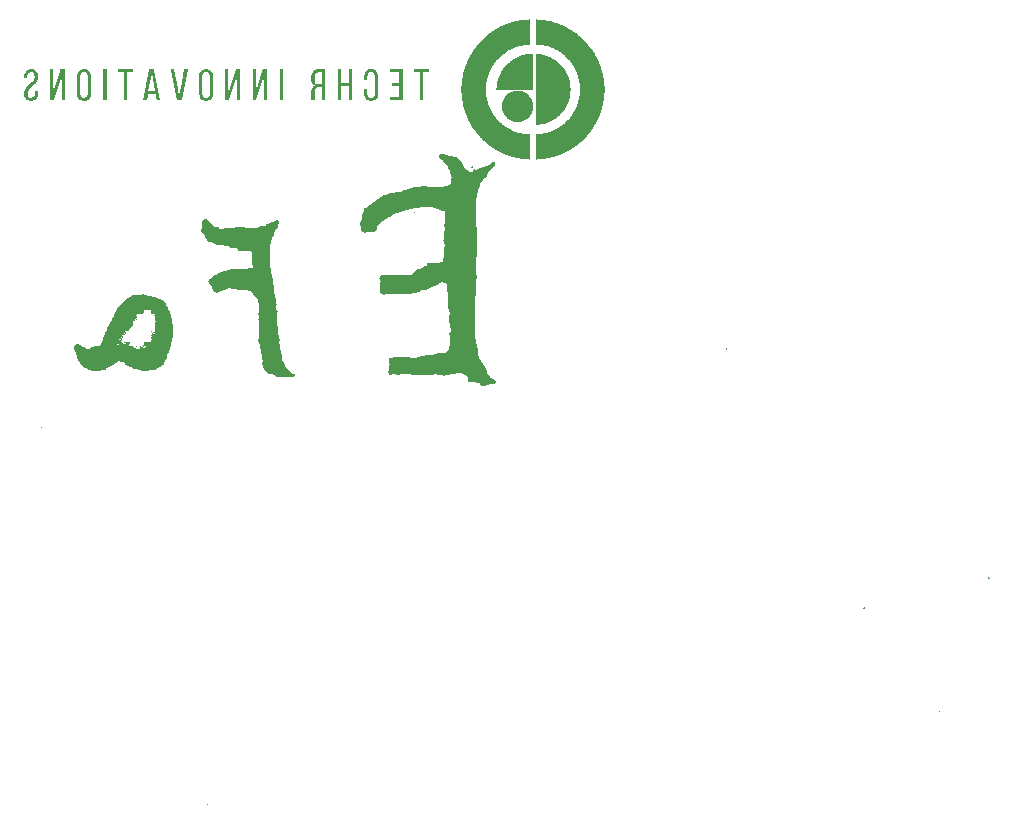
<source format=gbo>
G04 Layer: BottomSilkscreenLayer*
G04 EasyEDA Pro v2.2.45.4, 2026-01-30 15:44:45*
G04 Gerber Generator version 0.3*
G04 Scale: 100 percent, Rotated: No, Reflected: No*
G04 Dimensions in millimeters*
G04 Leading zeros omitted, absolute positions, 4 integers and 5 decimals*
G04 Generated by one-click*
%FSLAX45Y45*%
%MOMM*%
%ADD10C,0.254*%
%ADD11C,0.6210*%
G75*


G04 Image Start*
G36*
G01X6061475Y-6483478D02*
G01X6044875Y-6493878D01*
G01X6018628Y-6498163D01*
G01X6011080Y-6486131D01*
G01X6004708Y-6475974D01*
G01X6019253Y-6475974D01*
G01X6021752Y-6478473D01*
G01X6021752Y-6478473D01*
G01X6024252Y-6480973D01*
G01X6025502Y-6479723D01*
G01X6035501Y-6479723D01*
G01X6035501Y-6483472D01*
G01X6039250Y-6483472D01*
G01X6039250Y-6479723D01*
G01X6039250Y-6479723D01*
G01X6035501Y-6479723D01*
G01X6025502Y-6479723D01*
G01X6026752Y-6478473D01*
G01X6029251Y-6475974D01*
G01X6019253Y-6475974D01*
G01X6004708Y-6475974D01*
G01X6003532Y-6474099D01*
G01X5990458Y-6472883D01*
G01X5977383Y-6471666D01*
G01X5968870Y-6463722D01*
G01X5960357Y-6455778D01*
G01X5947981Y-6460252D01*
G01X5935605Y-6464727D01*
G01X5920427Y-6464727D01*
G01X5914222Y-6457871D01*
G01X5908016Y-6451015D01*
G01X5908016Y-6448481D01*
G01X6050499Y-6448481D01*
G01X6057998Y-6448481D01*
G01X6057998Y-6458478D01*
G01X6060498Y-6455979D01*
G01X6062997Y-6453480D01*
G01X6060498Y-6450980D01*
G01X6057998Y-6448481D01*
G01X6057998Y-6448481D01*
G01X6050499Y-6448481D01*
G01X6050499Y-6458478D01*
G01X6052999Y-6455979D01*
G01X6055498Y-6453480D01*
G01X6052999Y-6450980D01*
G01X6052999Y-6450980D01*
G01X6050499Y-6448481D01*
G01X5908016Y-6448481D01*
G01X5908016Y-6442232D01*
G01X5919265Y-6442232D01*
G01X5923015Y-6442232D01*
G01X5923015Y-6438483D01*
G01X5929264Y-6438483D01*
G01X5931763Y-6440983D01*
G01X5931763Y-6440983D01*
G01X5934263Y-6443482D01*
G01X5935513Y-6442232D01*
G01X6005504Y-6442232D01*
G01X6005504Y-6445981D01*
G01X6009254Y-6445981D01*
G01X6009254Y-6442232D01*
G01X6009254Y-6442232D01*
G01X6005504Y-6442232D01*
G01X5935513Y-6442232D01*
G01X5936763Y-6440983D01*
G01X5939262Y-6438483D01*
G01X5929264Y-6438483D01*
G01X5923015Y-6438483D01*
G01X5919265Y-6438483D01*
G01X5919265Y-6442232D01*
G01X5919265Y-6442232D01*
G01X5908016Y-6442232D01*
G01X5908016Y-6427236D01*
G01X5915515Y-6427236D01*
G01X5915515Y-6430985D01*
G01X5919265Y-6430985D01*
G01X5919265Y-6427236D01*
G01X5919265Y-6427236D01*
G01X5915515Y-6427236D01*
G01X5908016Y-6427236D01*
G01X5908016Y-6423995D01*
G01X5958635Y-6423995D01*
G01X5975508Y-6432131D01*
G01X5975508Y-6438483D01*
G01X6064247Y-6438483D01*
G01X6066513Y-6440749D01*
G01X6066513Y-6440749D01*
G01X6068778Y-6443013D01*
G01X6078621Y-6439075D01*
G01X6071434Y-6438779D01*
G01X6064247Y-6438483D01*
G01X5975508Y-6438483D01*
G01X5988632Y-6438434D01*
G01X5966134Y-6423537D01*
G01X5958635Y-6423995D01*
G01X5958635Y-6423995D01*
G01X5908016Y-6423995D01*
G01X5908016Y-6416773D01*
G01X5883354Y-6403940D01*
G01X5930514Y-6403940D01*
G01X5936668Y-6406301D01*
G01X5942823Y-6408663D01*
G01X5941125Y-6406616D01*
G01X5944674Y-6406616D01*
G01X5954602Y-6423146D01*
G01X5956395Y-6421353D01*
G01X5958010Y-6419738D01*
G01X6046749Y-6419738D01*
G01X6046749Y-6423487D01*
G01X6050499Y-6423487D01*
G01X6050499Y-6419738D01*
G01X6050499Y-6419738D01*
G01X6046749Y-6419738D01*
G01X5958010Y-6419738D01*
G01X5958189Y-6419560D01*
G01X5951431Y-6413088D01*
G01X5944674Y-6406616D01*
G01X5944674Y-6406616D01*
G01X5941125Y-6406616D01*
G01X5939569Y-6404742D01*
G01X6039250Y-6404742D01*
G01X6039250Y-6407573D01*
G01X6045812Y-6412718D01*
G01X6045812Y-6412718D01*
G01X6052374Y-6417864D01*
G01X6047228Y-6411303D01*
G01X6042082Y-6404742D01*
G01X6039250Y-6404742D01*
G01X5939569Y-6404742D01*
G01X5933345Y-6397244D01*
G01X5930514Y-6397244D01*
G01X5930514Y-6403940D01*
G01X5930514Y-6403940D01*
G01X5883354Y-6403940D01*
G01X5879895Y-6402139D01*
G01X5864266Y-6393495D01*
G01X6028002Y-6393495D01*
G01X6028002Y-6397244D01*
G01X6031751Y-6397244D01*
G01X6031751Y-6393495D01*
G01X6031751Y-6393495D01*
G01X6028002Y-6393495D01*
G01X5864266Y-6393495D01*
G01X5862599Y-6392573D01*
G01X5857488Y-6389746D01*
G01X6031751Y-6389746D01*
G01X6035501Y-6389746D01*
G01X6035501Y-6385997D01*
G01X6031751Y-6385997D01*
G01X6031751Y-6389746D01*
G01X6031751Y-6389746D01*
G01X5857488Y-6389746D01*
G01X5850711Y-6385997D01*
G01X5911766Y-6385997D01*
G01X5915515Y-6385997D01*
G01X5915515Y-6382248D01*
G01X5911766Y-6382248D01*
G01X5911766Y-6385997D01*
G01X5911766Y-6385997D01*
G01X5850711Y-6385997D01*
G01X5845304Y-6383006D01*
G01X5753906Y-6392374D01*
G01X5745286Y-6400993D01*
G01X5718664Y-6401520D01*
G01X5703707Y-6407358D01*
G01X5692600Y-6402688D01*
G01X5681493Y-6398019D01*
G01X5672284Y-6401520D01*
G01X5663076Y-6405020D01*
G01X5623101Y-6396723D01*
G01X5609928Y-6400718D01*
G01X5576182Y-6400637D01*
G01X5473069Y-6398592D01*
G01X5369957Y-6396547D01*
G01X5349334Y-6396232D01*
G01X5328712Y-6395917D01*
G01X5316174Y-6398226D01*
G01X5303636Y-6400536D01*
G01X5290758Y-6394396D01*
G01X5277880Y-6388255D01*
G01X5266905Y-6394737D01*
G01X5255930Y-6401220D01*
G01X5246427Y-6398834D01*
G01X5236923Y-6396450D01*
G01X5233090Y-6382216D01*
G01X5231079Y-6374749D01*
G01X5595554Y-6374749D01*
G01X5598054Y-6377249D01*
G01X5600554Y-6379748D01*
G01X5603054Y-6377249D01*
G01X5605553Y-6374749D01*
G01X5595554Y-6374749D01*
G01X5595554Y-6374749D01*
G01X5231079Y-6374749D01*
G01X5230069Y-6371000D01*
G01X5825526Y-6371000D01*
G01X5825526Y-6378498D01*
G01X5828833Y-6378498D01*
G01X5830877Y-6375192D01*
G01X6024252Y-6375192D01*
G01X6024252Y-6377696D01*
G01X6029686Y-6379781D01*
G01X6029686Y-6379781D01*
G01X6035119Y-6381865D01*
G01X6033042Y-6376454D01*
G01X6030965Y-6371043D01*
G01X6027609Y-6373118D01*
G01X6024252Y-6375192D01*
G01X5830877Y-6375192D01*
G01X5833468Y-6371000D01*
G01X5833468Y-6371000D01*
G01X5825526Y-6371000D01*
G01X5230069Y-6371000D01*
G01X5229257Y-6367982D01*
G01X5229534Y-6367251D01*
G01X5836775Y-6367251D01*
G01X5836775Y-6371000D01*
G01X5840525Y-6371000D01*
G01X5840525Y-6367251D01*
G01X5840525Y-6367251D01*
G01X5889269Y-6367251D01*
G01X5889269Y-6371000D01*
G01X5893018Y-6371000D01*
G01X5893018Y-6367251D01*
G01X5893018Y-6367251D01*
G01X5889269Y-6367251D01*
G01X5840525Y-6367251D01*
G01X5836775Y-6367251D01*
G01X5229534Y-6367251D01*
G01X5233252Y-6357475D01*
G01X5233811Y-6356004D01*
G01X5749286Y-6356004D01*
G01X5751785Y-6358504D01*
G01X5751785Y-6358504D01*
G01X5754285Y-6361003D01*
G01X5755977Y-6359311D01*
G01X5874270Y-6359311D01*
G01X5881770Y-6363945D01*
G01X5881770Y-6360196D01*
G01X5879031Y-6358504D01*
G01X6016753Y-6358504D01*
G01X6016753Y-6368501D01*
G01X6019253Y-6366002D01*
G01X6021752Y-6363502D01*
G01X6019253Y-6361003D01*
G01X6016753Y-6358504D01*
G01X6016753Y-6358504D01*
G01X5879031Y-6358504D01*
G01X5874270Y-6355562D01*
G01X5874270Y-6359311D01*
G01X5874270Y-6359311D01*
G01X5755977Y-6359311D01*
G01X5756785Y-6358504D01*
G01X5759284Y-6356004D01*
G01X5749286Y-6356004D01*
G01X5233811Y-6356004D01*
G01X5237247Y-6346968D01*
G01X5236165Y-6340565D01*
G01X5863022Y-6340565D01*
G01X5863022Y-6348064D01*
G01X5870521Y-6352697D01*
G01X5870521Y-6345199D01*
G01X5863738Y-6341008D01*
G01X6000505Y-6341008D01*
G01X6003005Y-6343507D01*
G01X6003005Y-6343507D01*
G01X6005504Y-6346007D01*
G01X6008004Y-6343507D01*
G01X6010504Y-6341008D01*
G01X6000505Y-6341008D01*
G01X5863738Y-6341008D01*
G01X5863022Y-6340565D01*
G01X5863022Y-6340565D01*
G01X5236165Y-6340565D01*
G01X5234340Y-6329761D01*
G01X5244347Y-6329761D01*
G01X5248097Y-6329761D01*
G01X5248097Y-6329318D01*
G01X5851773Y-6329318D01*
G01X5851773Y-6333067D01*
G01X5859272Y-6337701D01*
G01X5859272Y-6333952D01*
G01X5851773Y-6329318D01*
G01X5851773Y-6329318D01*
G01X5248097Y-6329318D01*
G01X5248097Y-6326012D01*
G01X5244347Y-6326012D01*
G01X5244347Y-6329761D01*
G01X5244347Y-6329761D01*
G01X5234340Y-6329761D01*
G01X5232569Y-6319283D01*
G01X5233815Y-6318514D01*
G01X5998005Y-6318514D01*
G01X5998005Y-6322263D01*
G01X6001755Y-6322263D01*
G01X6001755Y-6318514D01*
G01X6001755Y-6318514D01*
G01X5998005Y-6318514D01*
G01X5233815Y-6318514D01*
G01X5236358Y-6316942D01*
G01X5240148Y-6314600D01*
G01X5238552Y-6295577D01*
G01X5990506Y-6295577D01*
G01X5990506Y-6299326D01*
G01X5998005Y-6303960D01*
G01X5998005Y-6300211D01*
G01X5990506Y-6295577D01*
G01X5990506Y-6295577D01*
G01X5238552Y-6295577D01*
G01X5237954Y-6288439D01*
G01X5237332Y-6281023D01*
G01X5975508Y-6281023D01*
G01X5975508Y-6284772D01*
G01X5979258Y-6284772D01*
G01X5979258Y-6281023D01*
G01X5979258Y-6281023D01*
G01X5975508Y-6281023D01*
G01X5237332Y-6281023D01*
G01X5235760Y-6262278D01*
G01X5257677Y-6262278D01*
G01X5968009Y-6262278D01*
G01X5968009Y-6268858D01*
G01X5974247Y-6274003D01*
G01X5974247Y-6274003D01*
G01X5980485Y-6279148D01*
G01X5971495Y-6262278D01*
G01X5968009Y-6262278D01*
G01X5257677Y-6262278D01*
G01X5272469Y-6252115D01*
G01X5291216Y-6251333D01*
G01X5309964Y-6250552D01*
G01X5315588Y-6250183D01*
G01X5321213Y-6249815D01*
G01X5384214Y-6252363D01*
G01X5447215Y-6254910D01*
G01X5452447Y-6256310D01*
G01X5463594Y-6254780D01*
G01X5959260Y-6254780D01*
G01X5961760Y-6257279D01*
G01X5964259Y-6259778D01*
G01X5966759Y-6257279D01*
G01X5969259Y-6254780D01*
G01X5959260Y-6254780D01*
G01X5959260Y-6254780D01*
G01X5463594Y-6254780D01*
G01X5473069Y-6253479D01*
G01X5493692Y-6250649D01*
G01X5496289Y-6247281D01*
G01X5660546Y-6247281D01*
G01X5660546Y-6251031D01*
G01X5664296Y-6251031D01*
G01X5671795Y-6251031D01*
G01X5675545Y-6251031D01*
G01X5675545Y-6247281D01*
G01X5671795Y-6247281D01*
G01X5671795Y-6251031D01*
G01X5671795Y-6251031D01*
G01X5664296Y-6251031D01*
G01X5664296Y-6247281D01*
G01X5664296Y-6247281D01*
G01X5660546Y-6247281D01*
G01X5496289Y-6247281D01*
G01X5499523Y-6243089D01*
G01X5505354Y-6235529D01*
G01X5515443Y-6240126D01*
G01X5525532Y-6244722D01*
G01X5533187Y-6237796D01*
G01X5540841Y-6230870D01*
G01X5583681Y-6231561D01*
G01X5597027Y-6232315D01*
G01X5610373Y-6233068D01*
G01X5623283Y-6228536D01*
G01X5956760Y-6228536D01*
G01X5960510Y-6228536D01*
G01X5960510Y-6227287D01*
G01X5964259Y-6227287D01*
G01X5964259Y-6237284D01*
G01X5966759Y-6234785D01*
G01X5969259Y-6232285D01*
G01X5966759Y-6229786D01*
G01X5966759Y-6229786D01*
G01X5964259Y-6227287D01*
G01X5960510Y-6227287D01*
G01X5960510Y-6224787D01*
G01X5956760Y-6224787D01*
G01X5956760Y-6228536D01*
G01X5956760Y-6228536D01*
G01X5623283Y-6228536D01*
G01X5628898Y-6226565D01*
G01X5647423Y-6220063D01*
G01X5712930Y-6219164D01*
G01X5722304Y-6209791D01*
G01X5773033Y-6209791D01*
G01X5773033Y-6213540D01*
G01X5776782Y-6213540D01*
G01X5776782Y-6213098D01*
G01X5956760Y-6213098D01*
G01X5964259Y-6217731D01*
G01X5964259Y-6213982D01*
G01X5956760Y-6209349D01*
G01X5956760Y-6213098D01*
G01X5956760Y-6213098D01*
G01X5776782Y-6213098D01*
G01X5776782Y-6209791D01*
G01X5776782Y-6209791D01*
G01X5773033Y-6209791D01*
G01X5722304Y-6209791D01*
G01X5729803Y-6202293D01*
G01X5956760Y-6202293D01*
G01X5956760Y-6206042D01*
G01X5960510Y-6206042D01*
G01X5960510Y-6202293D01*
G01X5960510Y-6202293D01*
G01X5956760Y-6202293D01*
G01X5729803Y-6202293D01*
G01X5743180Y-6188917D01*
G01X5743353Y-6187297D01*
G01X5773033Y-6187297D01*
G01X5773033Y-6191046D01*
G01X5776782Y-6191046D01*
G01X5776782Y-6187297D01*
G01X5776782Y-6187297D01*
G01X5773033Y-6187297D01*
G01X5743353Y-6187297D01*
G01X5743486Y-6186047D01*
G01X5953011Y-6186047D01*
G01X5953011Y-6196044D01*
G01X5955511Y-6193545D01*
G01X5958010Y-6191046D01*
G01X5955511Y-6188546D01*
G01X5953011Y-6186047D01*
G01X5953011Y-6186047D01*
G01X5743486Y-6186047D01*
G01X5743753Y-6183548D01*
G01X5773033Y-6183548D01*
G01X5776782Y-6183548D01*
G01X5776782Y-6179798D01*
G01X5773033Y-6179798D01*
G01X5773033Y-6183548D01*
G01X5773033Y-6183548D01*
G01X5743753Y-6183548D01*
G01X5744907Y-6172743D01*
G01X5773033Y-6172743D01*
G01X5773033Y-6176049D01*
G01X5776340Y-6176049D01*
G01X5777112Y-6174800D01*
G01X5949261Y-6174800D01*
G01X5949261Y-6184797D01*
G01X5951761Y-6182298D01*
G01X5954261Y-6179798D01*
G01X5951761Y-6177299D01*
G01X5951761Y-6177299D01*
G01X5949261Y-6174800D01*
G01X5777112Y-6174800D01*
G01X5781690Y-6167393D01*
G01X5781690Y-6167393D01*
G01X5773033Y-6172743D01*
G01X5744907Y-6172743D01*
G01X5746155Y-6161053D01*
G01X5776782Y-6161053D01*
G01X5780532Y-6161053D01*
G01X5780532Y-6157411D01*
G01X5950868Y-6157411D01*
G01X5950868Y-6172193D01*
G01X5958260Y-6164802D01*
G01X5950868Y-6157411D01*
G01X5950868Y-6157411D01*
G01X5780532Y-6157411D01*
G01X5780532Y-6157304D01*
G01X5776782Y-6157304D01*
G01X5776782Y-6161053D01*
G01X5776782Y-6161053D01*
G01X5746155Y-6161053D01*
G01X5746369Y-6159052D01*
G01X5747709Y-6146499D01*
G01X5776782Y-6146499D01*
G01X5776782Y-6149806D01*
G01X5780089Y-6149806D01*
G01X5782407Y-6146057D01*
G01X5938013Y-6146057D01*
G01X5938013Y-6149806D01*
G01X5941762Y-6149806D01*
G01X5941762Y-6146057D01*
G01X5941762Y-6146057D01*
G01X5938013Y-6146057D01*
G01X5782407Y-6146057D01*
G01X5784997Y-6141866D01*
G01X5945512Y-6141866D01*
G01X5945512Y-6149364D01*
G01X5953011Y-6153997D01*
G01X5953011Y-6146499D01*
G01X5945512Y-6141866D01*
G01X5945512Y-6141866D01*
G01X5784997Y-6141866D01*
G01X5785440Y-6141149D01*
G01X5785440Y-6141149D01*
G01X5776782Y-6146499D01*
G01X5747709Y-6146499D01*
G01X5748958Y-6134810D01*
G01X5780532Y-6134810D01*
G01X5784281Y-6134810D01*
G01X5941762Y-6134810D01*
G01X5941762Y-6138559D01*
G01X5945512Y-6138559D01*
G01X5945512Y-6134810D01*
G01X5945512Y-6134810D01*
G01X5941762Y-6134810D01*
G01X5784281Y-6134810D01*
G01X5784281Y-6131061D01*
G01X5780532Y-6131061D01*
G01X5780532Y-6134810D01*
G01X5780532Y-6134810D01*
G01X5748958Y-6134810D01*
G01X5749558Y-6129186D01*
G01X5749506Y-6127312D01*
G01X5776782Y-6127312D01*
G01X5784281Y-6127312D01*
G01X5784281Y-6119371D01*
G01X5776782Y-6124005D01*
G01X5776782Y-6127312D01*
G01X5776782Y-6127312D01*
G01X5749506Y-6127312D01*
G01X5749155Y-6114815D01*
G01X5941762Y-6114815D01*
G01X5941762Y-6124812D01*
G01X5944262Y-6122313D01*
G01X5946761Y-6119814D01*
G01X5944262Y-6117314D01*
G01X5941762Y-6114815D01*
G01X5941762Y-6114815D01*
G01X5749155Y-6114815D01*
G01X5748768Y-6101068D01*
G01X5780532Y-6101068D01*
G01X5784281Y-6101068D01*
G01X5784281Y-6097319D01*
G01X5780532Y-6097319D01*
G01X5780532Y-6101068D01*
G01X5780532Y-6101068D01*
G01X5748768Y-6101068D01*
G01X5748558Y-6093570D01*
G01X5784281Y-6093570D01*
G01X5788031Y-6093570D01*
G01X5788031Y-6092321D01*
G01X5938013Y-6092321D01*
G01X5938013Y-6102318D01*
G01X5940513Y-6099819D01*
G01X5943012Y-6097319D01*
G01X5940513Y-6094820D01*
G01X5938013Y-6092321D01*
G01X5938013Y-6092321D01*
G01X5788031Y-6092321D01*
G01X5788031Y-6089821D01*
G01X5784281Y-6089821D01*
G01X5784281Y-6093570D01*
G01X5784281Y-6093570D01*
G01X5748558Y-6093570D01*
G01X5748538Y-6092867D01*
G01X5748031Y-6074825D01*
G01X5784281Y-6074825D01*
G01X5784281Y-6078574D01*
G01X5788031Y-6078574D01*
G01X5788031Y-6074825D01*
G01X5788031Y-6074825D01*
G01X5784281Y-6074825D01*
G01X5748031Y-6074825D01*
G01X5747716Y-6063578D01*
G01X5784281Y-6063578D01*
G01X5784281Y-6067327D01*
G01X5788031Y-6067327D01*
G01X5788031Y-6063578D01*
G01X5788031Y-6063578D01*
G01X5784281Y-6063578D01*
G01X5747716Y-6063578D01*
G01X5747663Y-6061703D01*
G01X5926320Y-6061703D01*
G01X5928880Y-6068426D01*
G01X5928880Y-6068426D01*
G01X5931440Y-6075148D01*
G01X5935638Y-6070951D01*
G01X5930979Y-6066327D01*
G01X5926320Y-6061703D01*
G01X5747663Y-6061703D01*
G01X5747518Y-6056548D01*
G01X5743192Y-6049550D01*
G01X5750888Y-6040677D01*
G01X5753404Y-6037777D01*
G01X5784281Y-6037777D01*
G01X5784281Y-6048582D01*
G01X5787156Y-6048582D01*
G01X5789079Y-6041231D01*
G01X5927241Y-6041231D01*
G01X5928335Y-6055758D01*
G01X5930126Y-6053968D01*
G01X5931916Y-6052178D01*
G01X5932450Y-6044930D01*
G01X5932984Y-6037682D01*
G01X5927241Y-6041231D01*
G01X5927241Y-6041231D01*
G01X5789079Y-6041231D01*
G01X5791081Y-6033575D01*
G01X5787681Y-6035676D01*
G01X5787681Y-6035676D01*
G01X5784281Y-6037777D01*
G01X5753404Y-6037777D01*
G01X5758584Y-6031805D01*
G01X5757911Y-6024838D01*
G01X5926764Y-6024838D01*
G01X5926764Y-6034835D01*
G01X5929264Y-6032336D01*
G01X5931763Y-6029836D01*
G01X5929264Y-6027337D01*
G01X5929264Y-6027337D01*
G01X5926764Y-6024838D01*
G01X5757911Y-6024838D01*
G01X5757309Y-6018589D01*
G01X5923015Y-6018589D01*
G01X5923015Y-6022338D01*
G01X5926764Y-6022338D01*
G01X5926764Y-6018589D01*
G01X5926764Y-6018589D01*
G01X5923015Y-6018589D01*
G01X5757309Y-6018589D01*
G01X5756771Y-6013013D01*
G01X5756586Y-6011091D01*
G01X5788031Y-6011091D01*
G01X5788031Y-6014840D01*
G01X5791780Y-6014840D01*
G01X5926764Y-6014840D01*
G01X5930514Y-6014840D01*
G01X5930514Y-6011091D01*
G01X5926764Y-6011091D01*
G01X5926764Y-6014840D01*
G01X5926764Y-6014840D01*
G01X5791780Y-6014840D01*
G01X5791780Y-6011091D01*
G01X5791780Y-6011091D01*
G01X5788031Y-6011091D01*
G01X5756586Y-6011091D01*
G01X5756224Y-6007342D01*
G01X5926764Y-6007342D01*
G01X5930514Y-6007342D01*
G01X5930514Y-6003593D01*
G01X5926764Y-6003593D01*
G01X5926764Y-6007342D01*
G01X5926764Y-6007342D01*
G01X5756224Y-6007342D01*
G01X5754959Y-5994220D01*
G01X5754009Y-5988597D01*
G01X5923015Y-5988597D01*
G01X5926764Y-5988597D01*
G01X5926764Y-5984848D01*
G01X5923015Y-5984848D01*
G01X5923015Y-5988597D01*
G01X5923015Y-5988597D01*
G01X5754009Y-5988597D01*
G01X5752743Y-5981099D01*
G01X5784281Y-5981099D01*
G01X5788031Y-5981099D01*
G01X5788031Y-5977349D01*
G01X5784281Y-5977349D01*
G01X5784281Y-5981099D01*
G01X5784281Y-5981099D01*
G01X5752743Y-5981099D01*
G01X5752255Y-5978204D01*
G01X5751477Y-5973600D01*
G01X5926764Y-5973600D01*
G01X5926764Y-5977349D01*
G01X5930514Y-5977349D01*
G01X5930514Y-5973600D01*
G01X5930514Y-5973600D01*
G01X5926764Y-5973600D01*
G01X5751477Y-5973600D01*
G01X5749579Y-5962353D01*
G01X5926764Y-5962353D01*
G01X5930514Y-5962353D01*
G01X5930514Y-5958604D01*
G01X5926764Y-5958604D01*
G01X5926764Y-5962353D01*
G01X5926764Y-5962353D01*
G01X5749579Y-5962353D01*
G01X5749550Y-5962187D01*
G01X5746792Y-5960482D01*
G01X5744034Y-5958778D01*
G01X5744553Y-5947357D01*
G01X5783032Y-5947357D01*
G01X5785531Y-5949857D01*
G01X5785531Y-5949857D01*
G01X5788031Y-5952356D01*
G01X5790531Y-5949857D01*
G01X5793030Y-5947357D01*
G01X5783032Y-5947357D01*
G01X5744553Y-5947357D01*
G01X5744781Y-5942358D01*
G01X5926764Y-5942358D01*
G01X5926764Y-5952356D01*
G01X5929264Y-5949857D01*
G01X5931763Y-5947357D01*
G01X5929264Y-5944858D01*
G01X5929264Y-5944858D01*
G01X5926764Y-5942358D01*
G01X5744781Y-5942358D01*
G01X5745804Y-5919864D01*
G01X5784281Y-5919864D01*
G01X5784281Y-5929861D01*
G01X5786781Y-5927362D01*
G01X5789281Y-5924863D01*
G01X5786781Y-5922363D01*
G01X5784281Y-5919864D01*
G01X5784281Y-5919864D01*
G01X5745804Y-5919864D01*
G01X5746108Y-5913173D01*
G01X5776782Y-5913173D01*
G01X5783763Y-5917487D01*
G01X5785732Y-5914302D01*
G01X5787701Y-5911116D01*
G01X5776782Y-5911116D01*
G01X5776782Y-5913173D01*
G01X5776782Y-5913173D01*
G01X5746108Y-5913173D01*
G01X5746600Y-5902368D01*
G01X5780532Y-5902368D01*
G01X5780532Y-5906117D01*
G01X5784281Y-5906117D01*
G01X5784281Y-5902368D01*
G01X5784281Y-5902368D01*
G01X5780532Y-5902368D01*
G01X5746600Y-5902368D01*
G01X5746856Y-5896745D01*
G01X5747176Y-5894870D01*
G01X5780532Y-5894870D01*
G01X5784281Y-5894870D01*
G01X5784281Y-5891121D01*
G01X5926764Y-5891121D01*
G01X5930514Y-5891121D01*
G01X5930514Y-5887372D01*
G01X5926764Y-5887372D01*
G01X5926764Y-5891121D01*
G01X5926764Y-5891121D01*
G01X5784281Y-5891121D01*
G01X5780532Y-5891121D01*
G01X5780532Y-5894870D01*
G01X5780532Y-5894870D01*
G01X5747176Y-5894870D01*
G01X5748721Y-5885836D01*
G01X5750588Y-5874927D01*
G01X5749809Y-5872376D01*
G01X5769283Y-5872376D01*
G01X5773033Y-5872376D01*
G01X5773033Y-5868627D01*
G01X5769283Y-5868627D01*
G01X5769283Y-5872376D01*
G01X5769283Y-5872376D01*
G01X5749809Y-5872376D01*
G01X5747054Y-5863341D01*
G01X5744092Y-5853631D01*
G01X5773033Y-5853631D01*
G01X5776782Y-5853631D01*
G01X5776782Y-5849882D01*
G01X5773033Y-5849882D01*
G01X5773033Y-5853631D01*
G01X5773033Y-5853631D01*
G01X5744092Y-5853631D01*
G01X5743520Y-5851756D01*
G01X5741067Y-5842383D01*
G01X5764284Y-5842383D01*
G01X5766783Y-5844883D01*
G01X5769283Y-5847382D01*
G01X5771783Y-5844883D01*
G01X5774282Y-5842383D01*
G01X5926764Y-5842383D01*
G01X5926764Y-5846133D01*
G01X5930514Y-5846133D01*
G01X5930514Y-5842383D01*
G01X5930514Y-5842383D01*
G01X5926764Y-5842383D01*
G01X5774282Y-5842383D01*
G01X5764284Y-5842383D01*
G01X5764284Y-5842383D01*
G01X5741067Y-5842383D01*
G01X5739161Y-5835098D01*
G01X5738124Y-5831136D01*
G01X5761784Y-5831136D01*
G01X5761784Y-5834885D01*
G01X5765534Y-5834885D01*
G01X5765534Y-5831136D01*
G01X5765534Y-5831136D01*
G01X5761784Y-5831136D01*
G01X5738124Y-5831136D01*
G01X5736162Y-5823638D01*
G01X5791780Y-5823638D01*
G01X5791780Y-5827387D01*
G01X5795530Y-5827387D01*
G01X5795530Y-5823638D01*
G01X5795530Y-5823638D01*
G01X5791780Y-5823638D01*
G01X5736162Y-5823638D01*
G01X5734802Y-5818439D01*
G01X5734430Y-5808642D01*
G01X5758035Y-5808642D01*
G01X5758035Y-5812391D01*
G01X5761784Y-5812391D01*
G01X5761784Y-5808642D01*
G01X5761784Y-5808642D01*
G01X5758035Y-5808642D01*
G01X5734430Y-5808642D01*
G01X5734002Y-5797395D01*
G01X5765534Y-5797395D01*
G01X5765534Y-5801144D01*
G01X5769283Y-5801144D01*
G01X5769283Y-5797395D01*
G01X5769283Y-5797395D01*
G01X5765534Y-5797395D01*
G01X5734002Y-5797395D01*
G01X5733085Y-5773238D01*
G01X5732578Y-5759904D01*
G01X5758035Y-5759904D01*
G01X5758035Y-5763653D01*
G01X5761784Y-5763653D01*
G01X5761784Y-5759904D01*
G01X5761784Y-5759904D01*
G01X5758035Y-5759904D01*
G01X5732578Y-5759904D01*
G01X5731368Y-5728037D01*
G01X5731075Y-5714916D01*
G01X5754285Y-5714916D01*
G01X5758035Y-5714916D01*
G01X5758035Y-5711167D01*
G01X5754285Y-5711167D01*
G01X5754285Y-5714916D01*
G01X5754285Y-5714916D01*
G01X5731075Y-5714916D01*
G01X5730388Y-5684101D01*
G01X5729877Y-5661179D01*
G01X5761784Y-5661179D01*
G01X5761784Y-5671176D01*
G01X5764284Y-5668677D01*
G01X5766783Y-5666178D01*
G01X5764284Y-5663678D01*
G01X5764284Y-5663678D01*
G01X5761784Y-5661179D01*
G01X5729877Y-5661179D01*
G01X5729822Y-5658680D01*
G01X5761784Y-5658680D01*
G01X5765534Y-5658680D01*
G01X5765534Y-5654931D01*
G01X5761784Y-5654931D01*
G01X5761784Y-5658680D01*
G01X5761784Y-5658680D01*
G01X5729822Y-5658680D01*
G01X5729409Y-5640165D01*
G01X5717225Y-5626704D01*
G01X5700331Y-5621716D01*
G01X5683437Y-5616729D01*
G01X5670570Y-5620975D01*
G01X5657704Y-5625221D01*
G01X5651280Y-5632317D01*
G01X5644857Y-5639414D01*
G01X5619450Y-5647130D01*
G01X5594043Y-5654846D01*
G01X5589186Y-5660698D01*
G01X5584329Y-5666549D01*
G01X5567132Y-5674448D01*
G01X5549935Y-5682346D01*
G01X5512439Y-5685406D01*
G01X5486193Y-5695814D01*
G01X5448697Y-5705986D01*
G01X5411202Y-5716158D01*
G01X5313714Y-5715715D01*
G01X5216225Y-5715271D01*
G01X5205962Y-5719278D01*
G01X5195698Y-5723284D01*
G01X5178778Y-5715332D01*
G01X5161857Y-5707379D01*
G01X5161108Y-5693339D01*
G01X5160359Y-5679300D01*
G01X5160332Y-5677425D01*
G01X5424325Y-5677425D01*
G01X5428075Y-5677425D01*
G01X5428075Y-5673676D01*
G01X5424325Y-5673676D01*
G01X5424325Y-5677425D01*
G01X5424325Y-5677425D01*
G01X5160332Y-5677425D01*
G01X5160205Y-5668677D01*
G01X5435574Y-5668677D01*
G01X5435574Y-5678675D01*
G01X5438074Y-5676175D01*
G01X5440573Y-5673676D01*
G01X5443073Y-5673676D01*
G01X5443073Y-5677425D01*
G01X5446822Y-5677425D01*
G01X5450572Y-5677425D01*
G01X5454322Y-5677425D01*
G01X5454322Y-5673676D01*
G01X5458071Y-5673676D01*
G01X5458071Y-5677425D01*
G01X5461821Y-5677425D01*
G01X5461821Y-5673676D01*
G01X5461821Y-5673676D01*
G01X5469320Y-5673676D01*
G01X5473069Y-5673676D01*
G01X5473069Y-5669927D01*
G01X5469320Y-5669927D01*
G01X5469320Y-5673676D01*
G01X5469320Y-5673676D01*
G01X5461821Y-5673676D01*
G01X5458071Y-5673676D01*
G01X5454322Y-5673676D01*
G01X5450572Y-5673676D01*
G01X5450572Y-5677425D01*
G01X5450572Y-5677425D01*
G01X5446822Y-5677425D01*
G01X5446822Y-5673676D01*
G01X5446822Y-5673676D01*
G01X5443073Y-5673676D01*
G01X5440573Y-5673676D01*
G01X5438074Y-5671176D01*
G01X5438074Y-5671176D01*
G01X5435574Y-5668677D01*
G01X5160205Y-5668677D01*
G01X5160171Y-5666329D01*
G01X5160169Y-5666178D01*
G01X5480568Y-5666178D01*
G01X5480568Y-5669927D01*
G01X5484318Y-5669927D01*
G01X5484318Y-5666178D01*
G01X5484318Y-5666178D01*
G01X5490567Y-5666178D01*
G01X5493067Y-5668677D01*
G01X5495566Y-5671176D01*
G01X5498066Y-5668677D01*
G01X5500566Y-5666178D01*
G01X5490567Y-5666178D01*
G01X5490567Y-5666178D01*
G01X5484318Y-5666178D01*
G01X5480568Y-5666178D01*
G01X5160169Y-5666178D01*
G01X5159982Y-5653359D01*
G01X5160429Y-5648682D01*
G01X5540561Y-5648682D01*
G01X5540561Y-5650739D01*
G01X5547542Y-5655053D01*
G01X5549511Y-5651868D01*
G01X5551480Y-5648682D01*
G01X5540561Y-5648682D01*
G01X5540561Y-5648682D01*
G01X5160429Y-5648682D01*
G01X5161263Y-5639934D01*
G01X5559309Y-5639934D01*
G01X5559309Y-5643684D01*
G01X5563058Y-5643684D01*
G01X5563058Y-5639934D01*
G01X5563058Y-5639934D01*
G01X5566808Y-5639934D01*
G01X5570557Y-5639934D01*
G01X5570557Y-5636185D01*
G01X5566808Y-5636185D01*
G01X5566808Y-5639934D01*
G01X5566808Y-5639934D01*
G01X5563058Y-5639934D01*
G01X5559309Y-5639934D01*
G01X5161263Y-5639934D01*
G01X5162143Y-5630713D01*
G01X5164304Y-5608067D01*
G01X5161986Y-5602444D01*
G01X5953011Y-5602444D01*
G01X5953011Y-5606193D01*
G01X5956760Y-5606193D01*
G01X5956760Y-5602444D01*
G01X5956760Y-5602444D01*
G01X5953011Y-5602444D01*
G01X5161986Y-5602444D01*
G01X5159356Y-5596062D01*
G01X5157350Y-5591197D01*
G01X5949261Y-5591197D01*
G01X5949261Y-5594946D01*
G01X5953011Y-5594946D01*
G01X5953011Y-5591197D01*
G01X5953011Y-5591197D01*
G01X5949261Y-5591197D01*
G01X5157350Y-5591197D01*
G01X5154407Y-5584057D01*
G01X5157901Y-5574870D01*
G01X5161394Y-5565682D01*
G01X5162522Y-5564953D01*
G01X5949261Y-5564953D01*
G01X5949261Y-5568702D01*
G01X5953011Y-5568702D01*
G01X5953011Y-5564953D01*
G01X5953011Y-5564953D01*
G01X5949261Y-5564953D01*
G01X5162522Y-5564953D01*
G01X5166313Y-5562506D01*
G01X5171231Y-5559330D01*
G01X5287467Y-5559009D01*
G01X5403703Y-5558688D01*
G01X5417901Y-5552340D01*
G01X5432099Y-5545992D01*
G01X5484573Y-5508554D01*
G01X5500381Y-5502260D01*
G01X5516189Y-5495965D01*
G01X5523023Y-5487345D01*
G01X5529857Y-5478725D01*
G01X5559309Y-5478725D01*
G01X5559309Y-5474976D01*
G01X5728038Y-5474976D01*
G01X5728038Y-5478725D01*
G01X5731788Y-5478725D01*
G01X5731788Y-5474976D01*
G01X5731788Y-5474976D01*
G01X5728038Y-5474976D01*
G01X5559309Y-5474976D01*
G01X5559309Y-5471227D01*
G01X5728038Y-5471227D01*
G01X5731788Y-5471227D01*
G01X5731788Y-5467478D01*
G01X5945512Y-5467478D01*
G01X5945512Y-5471227D01*
G01X5949261Y-5471227D01*
G01X5949261Y-5467478D01*
G01X5949261Y-5467478D01*
G01X5945512Y-5467478D01*
G01X5731788Y-5467478D01*
G01X5728038Y-5467478D01*
G01X5728038Y-5471227D01*
G01X5728038Y-5471227D01*
G01X5559309Y-5471227D01*
G01X5559309Y-5456231D01*
G01X5562121Y-5456191D01*
G01X5564933Y-5456152D01*
G01X5596804Y-5454499D01*
G01X5628675Y-5452846D01*
G01X5632585Y-5452482D01*
G01X5685544Y-5452482D01*
G01X5688043Y-5454981D01*
G01X5690543Y-5457480D01*
G01X5693043Y-5454981D01*
G01X5695542Y-5452482D01*
G01X5685544Y-5452482D01*
G01X5685544Y-5452482D01*
G01X5632585Y-5452482D01*
G01X5651173Y-5450749D01*
G01X5673670Y-5448652D01*
G01X5682749Y-5444984D01*
G01X5724289Y-5444984D01*
G01X5728038Y-5444984D01*
G01X5728038Y-5441234D01*
G01X5724289Y-5441234D01*
G01X5724289Y-5444984D01*
G01X5724289Y-5444984D01*
G01X5682749Y-5444984D01*
G01X5694867Y-5440087D01*
G01X5693206Y-5433736D01*
G01X5724289Y-5433736D01*
G01X5724289Y-5437485D01*
G01X5728038Y-5437485D01*
G01X5728038Y-5433736D01*
G01X5728038Y-5433736D01*
G01X5724289Y-5433736D01*
G01X5693206Y-5433736D01*
G01X5692994Y-5432927D01*
G01X5691122Y-5425768D01*
G01X5692505Y-5422489D01*
G01X5949261Y-5422489D01*
G01X5949261Y-5426238D01*
G01X5953011Y-5426238D01*
G01X5953011Y-5422489D01*
G01X5953011Y-5422489D01*
G01X5949261Y-5422489D01*
G01X5692505Y-5422489D01*
G01X5700601Y-5403302D01*
G01X5724289Y-5403302D01*
G01X5730231Y-5406973D01*
G01X5730843Y-5398845D01*
G01X5731456Y-5390717D01*
G01X5727929Y-5396293D01*
G01X5724403Y-5401869D01*
G01X5724289Y-5403302D01*
G01X5724289Y-5403302D01*
G01X5700601Y-5403302D01*
G01X5702787Y-5398120D01*
G01X5703223Y-5384999D01*
G01X5728038Y-5384999D01*
G01X5728038Y-5388748D01*
G01X5731788Y-5388748D01*
G01X5731788Y-5384999D01*
G01X5731788Y-5384999D01*
G01X5944262Y-5384999D01*
G01X5946761Y-5387498D01*
G01X5946761Y-5387498D01*
G01X5949261Y-5389997D01*
G01X5951761Y-5387498D01*
G01X5954261Y-5384999D01*
G01X5944262Y-5384999D01*
G01X5731788Y-5384999D01*
G01X5728038Y-5384999D01*
G01X5703223Y-5384999D01*
G01X5703721Y-5370002D01*
G01X5727596Y-5370002D01*
G01X5732230Y-5377501D01*
G01X5739729Y-5377501D01*
G01X5735095Y-5370002D01*
G01X5735095Y-5370002D01*
G01X5727596Y-5370002D01*
G01X5703721Y-5370002D01*
G01X5703804Y-5367503D01*
G01X5728038Y-5367503D01*
G01X5730304Y-5365238D01*
G01X5732569Y-5362973D01*
G01X5732558Y-5362947D01*
G01X5945512Y-5362947D01*
G01X5945512Y-5370445D01*
G01X5953011Y-5365811D01*
G01X5953011Y-5358313D01*
G01X5945512Y-5362947D01*
G01X5945512Y-5362947D01*
G01X5732558Y-5362947D01*
G01X5728630Y-5353132D01*
G01X5728334Y-5360317D01*
G01X5728334Y-5360317D01*
G01X5728038Y-5367503D01*
G01X5703804Y-5367503D01*
G01X5704303Y-5352507D01*
G01X5731788Y-5352507D01*
G01X5734053Y-5350242D01*
G01X5736318Y-5347977D01*
G01X5732380Y-5338135D01*
G01X5732084Y-5345321D01*
G01X5732084Y-5345321D01*
G01X5731788Y-5352507D01*
G01X5704303Y-5352507D01*
G01X5704469Y-5347508D01*
G01X5704982Y-5332069D01*
G01X5728038Y-5332069D01*
G01X5734037Y-5335777D01*
G01X5734037Y-5318000D01*
G01X5728038Y-5321707D01*
G01X5728038Y-5332069D01*
G01X5728038Y-5332069D01*
G01X5704982Y-5332069D01*
G01X5705840Y-5306268D01*
G01X5731788Y-5306268D01*
G01X5735537Y-5306268D01*
G01X5735537Y-5302519D01*
G01X5731788Y-5302519D01*
G01X5731788Y-5306268D01*
G01X5731788Y-5306268D01*
G01X5705840Y-5306268D01*
G01X5706151Y-5296896D01*
G01X5703617Y-5288773D01*
G01X5949261Y-5288773D01*
G01X5951527Y-5286508D01*
G01X5953792Y-5284243D01*
G01X5949853Y-5274402D01*
G01X5949853Y-5274402D01*
G01X5949557Y-5281587D01*
G01X5949261Y-5288773D01*
G01X5703617Y-5288773D01*
G01X5702058Y-5283774D01*
G01X5735537Y-5283774D01*
G01X5735537Y-5287523D01*
G01X5739287Y-5287523D01*
G01X5739287Y-5283774D01*
G01X5739287Y-5283774D01*
G01X5735537Y-5283774D01*
G01X5702058Y-5283774D01*
G01X5699720Y-5276276D01*
G01X5735537Y-5276276D01*
G01X5735537Y-5280025D01*
G01X5739287Y-5280025D01*
G01X5739287Y-5276276D01*
G01X5739287Y-5276276D01*
G01X5735537Y-5276276D01*
G01X5699720Y-5276276D01*
G01X5695042Y-5261280D01*
G01X5945512Y-5261280D01*
G01X5945512Y-5265029D01*
G01X5949261Y-5265029D01*
G01X5949261Y-5261280D01*
G01X5949261Y-5261280D01*
G01X5945512Y-5261280D01*
G01X5695042Y-5261280D01*
G01X5694587Y-5259819D01*
G01X5697760Y-5255863D01*
G01X5700934Y-5251907D01*
G01X5701105Y-5242535D01*
G01X5945512Y-5242535D01*
G01X5945512Y-5246284D01*
G01X5949261Y-5246284D01*
G01X5949261Y-5242535D01*
G01X5949261Y-5242535D01*
G01X5945512Y-5242535D01*
G01X5701105Y-5242535D01*
G01X5701173Y-5238785D01*
G01X5949261Y-5238785D01*
G01X5953011Y-5238785D01*
G01X5953011Y-5235036D01*
G01X5949261Y-5235036D01*
G01X5949261Y-5238785D01*
G01X5949261Y-5238785D01*
G01X5701173Y-5238785D01*
G01X5701378Y-5227538D01*
G01X5799280Y-5227538D01*
G01X5799280Y-5231287D01*
G01X5803029Y-5231287D01*
G01X5803029Y-5227538D01*
G01X5803029Y-5227538D01*
G01X5799280Y-5227538D01*
G01X5701378Y-5227538D01*
G01X5701445Y-5223884D01*
G01X5701515Y-5220040D01*
G01X5938013Y-5220040D01*
G01X5941762Y-5220040D01*
G01X5941762Y-5216291D01*
G01X5938013Y-5216291D01*
G01X5938013Y-5220040D01*
G01X5938013Y-5220040D01*
G01X5701515Y-5220040D01*
G01X5701956Y-5195861D01*
G01X5708570Y-5171302D01*
G01X5735537Y-5171302D01*
G01X5735537Y-5175052D01*
G01X5739287Y-5175052D01*
G01X5945512Y-5175052D01*
G01X5949261Y-5175052D01*
G01X5949261Y-5171302D01*
G01X5945512Y-5171302D01*
G01X5945512Y-5175052D01*
G01X5945512Y-5175052D01*
G01X5739287Y-5175052D01*
G01X5739287Y-5171302D01*
G01X5739287Y-5171302D01*
G01X5735537Y-5171302D01*
G01X5708570Y-5171302D01*
G01X5709916Y-5166305D01*
G01X5708165Y-5160055D01*
G01X5735537Y-5160055D01*
G01X5739287Y-5160055D01*
G01X5739287Y-5156306D01*
G01X5735537Y-5156306D01*
G01X5735537Y-5160055D01*
G01X5735537Y-5160055D01*
G01X5708165Y-5160055D01*
G01X5706416Y-5153807D01*
G01X5735537Y-5153807D01*
G01X5737803Y-5151542D01*
G01X5740068Y-5149277D01*
G01X5736129Y-5139435D01*
G01X5735833Y-5146621D01*
G01X5735833Y-5146621D01*
G01X5735537Y-5153807D01*
G01X5706416Y-5153807D01*
G01X5705379Y-5150105D01*
G01X5701867Y-5137561D01*
G01X5938013Y-5137561D01*
G01X5941762Y-5137561D01*
G01X5941762Y-5133812D01*
G01X5938013Y-5133812D01*
G01X5938013Y-5137561D01*
G01X5938013Y-5137561D01*
G01X5701867Y-5137561D01*
G01X5700843Y-5133905D01*
G01X5703988Y-5126314D01*
G01X5930514Y-5126314D01*
G01X5930514Y-5130063D01*
G01X5934263Y-5130063D01*
G01X5934263Y-5126314D01*
G01X5934263Y-5126314D01*
G01X5930514Y-5126314D01*
G01X5703988Y-5126314D01*
G01X5705541Y-5122565D01*
G01X5735537Y-5122565D01*
G01X5739287Y-5122565D01*
G01X5739287Y-5118816D01*
G01X5735537Y-5118816D01*
G01X5735537Y-5122565D01*
G01X5735537Y-5122565D01*
G01X5705541Y-5122565D01*
G01X5705737Y-5122092D01*
G01X5708647Y-5115067D01*
G01X5743036Y-5115067D01*
G01X5743036Y-5118816D01*
G01X5746786Y-5118816D01*
G01X5746786Y-5115067D01*
G01X5746786Y-5115067D01*
G01X5941762Y-5115067D01*
G01X5945512Y-5115067D01*
G01X5945512Y-5111318D01*
G01X5941762Y-5111318D01*
G01X5941762Y-5115067D01*
G01X5941762Y-5115067D01*
G01X5746786Y-5115067D01*
G01X5743036Y-5115067D01*
G01X5708647Y-5115067D01*
G01X5710631Y-5110279D01*
G01X5710714Y-5096321D01*
G01X5938013Y-5096321D01*
G01X5938013Y-5100070D01*
G01X5941762Y-5100070D01*
G01X5941762Y-5096321D01*
G01X5941762Y-5096321D01*
G01X5938013Y-5096321D01*
G01X5710714Y-5096321D01*
G01X5710982Y-5051333D01*
G01X5938013Y-5051333D01*
G01X5938013Y-5055082D01*
G01X5941762Y-5055082D01*
G01X5941762Y-5051333D01*
G01X5941762Y-5051333D01*
G01X5938013Y-5051333D01*
G01X5710982Y-5051333D01*
G01X5711165Y-5020701D01*
G01X5706584Y-5016901D01*
G01X5702004Y-5013101D01*
G01X5687837Y-5009511D01*
G01X5673670Y-5005921D01*
G01X5648750Y-4999512D01*
G01X5642342Y-4993714D01*
G01X5635934Y-4987916D01*
G01X5594809Y-4982606D01*
G01X5553684Y-4977297D01*
G01X5516189Y-4982651D01*
G01X5478694Y-4988005D01*
G01X5435078Y-4991212D01*
G01X5430776Y-4993870D01*
G01X5426474Y-4996529D01*
G01X5411339Y-4999399D01*
G01X5396204Y-5002269D01*
G01X5377456Y-5005995D01*
G01X5358708Y-5009721D01*
G01X5303563Y-5032587D01*
G01X5293713Y-5032587D01*
G01X5276505Y-5039963D01*
G01X5259296Y-5047338D01*
G01X5254970Y-5056834D01*
G01X5250643Y-5066329D01*
G01X5236281Y-5066329D01*
G01X5211255Y-5080559D01*
G01X5186229Y-5094788D01*
G01X5175410Y-5100209D01*
G01X5164591Y-5105630D01*
G01X5158537Y-5114226D01*
G01X5152483Y-5122822D01*
G01X5131861Y-5149839D01*
G01X5131861Y-5168130D01*
G01X5109940Y-5190048D01*
G01X5061811Y-5190048D01*
G01X5045045Y-5195093D01*
G01X5028278Y-5200138D01*
G01X5014660Y-5188532D01*
G01X5001043Y-5176926D01*
G01X4995211Y-5151387D01*
G01X4989378Y-5125849D01*
G01X4989829Y-5123269D01*
G01X4990280Y-5120690D01*
G01X5000983Y-5088823D01*
G01X5169356Y-5088823D01*
G01X5172663Y-5088823D01*
G01X5178014Y-5080167D01*
G01X5169356Y-5085517D01*
G01X5169356Y-5088823D01*
G01X5169356Y-5088823D01*
G01X5000983Y-5088823D01*
G01X5001613Y-5086949D01*
G01X5005524Y-5079451D01*
G01X5008227Y-5074269D01*
G01X5188104Y-5074269D01*
G01X5188104Y-5077576D01*
G01X5191411Y-5077576D01*
G01X5196762Y-5068920D01*
G01X5196762Y-5068920D01*
G01X5188104Y-5074269D01*
G01X5008227Y-5074269D01*
G01X5009435Y-5071952D01*
G01X5009726Y-5066329D01*
G01X5206852Y-5066329D01*
G01X5210601Y-5066329D01*
G01X5210601Y-5062580D01*
G01X5206852Y-5062580D01*
G01X5206852Y-5066329D01*
G01X5206852Y-5066329D01*
G01X5009726Y-5066329D01*
G01X5010113Y-5058831D01*
G01X5221850Y-5058831D01*
G01X5225599Y-5058831D01*
G01X5225599Y-5055082D01*
G01X5221850Y-5055082D01*
G01X5221850Y-5058831D01*
G01X5221850Y-5058831D01*
G01X5010113Y-5058831D01*
G01X5010456Y-5052192D01*
G01X5011476Y-5032431D01*
G01X5019175Y-5021621D01*
G01X5026874Y-5010810D01*
G01X5026874Y-4991348D01*
G01X5044625Y-4991348D01*
G01X5064475Y-4961355D01*
G01X5078162Y-4961355D01*
G01X5090104Y-4948234D01*
G01X5095222Y-4942610D01*
G01X5941762Y-4942610D01*
G01X5941762Y-4946359D01*
G01X5945512Y-4946359D01*
G01X5945512Y-4942610D01*
G01X5945512Y-4942610D01*
G01X5941762Y-4942610D01*
G01X5095222Y-4942610D01*
G01X5102046Y-4935112D01*
G01X5112283Y-4935112D01*
G01X5122746Y-4921990D01*
G01X5133209Y-4908869D01*
G01X5143827Y-4908869D01*
G01X5150585Y-4905120D01*
G01X5941762Y-4905120D01*
G01X5945512Y-4905120D01*
G01X5945512Y-4901370D01*
G01X5941762Y-4901370D01*
G01X5941762Y-4905120D01*
G01X5941762Y-4905120D01*
G01X5150585Y-4905120D01*
G01X5167481Y-4895747D01*
G01X5178080Y-4887311D01*
G01X5179258Y-4886374D01*
G01X5945512Y-4886374D01*
G01X5945512Y-4890123D01*
G01X5949261Y-4890123D01*
G01X5949261Y-4886374D01*
G01X5949261Y-4886374D01*
G01X5945512Y-4886374D01*
G01X5179258Y-4886374D01*
G01X5188679Y-4878876D01*
G01X5208933Y-4878876D01*
G01X5213720Y-4875569D01*
G01X5919265Y-4875569D01*
G01X5919265Y-4878876D01*
G01X5922572Y-4878876D01*
G01X5949261Y-4878876D01*
G01X5953011Y-4878876D01*
G01X5953011Y-4875127D01*
G01X5949261Y-4875127D01*
G01X5949261Y-4878876D01*
G01X5949261Y-4878876D01*
G01X5922572Y-4878876D01*
G01X5927923Y-4870220D01*
G01X5927923Y-4870220D01*
G01X5919265Y-4875569D01*
G01X5213720Y-4875569D01*
G01X5216329Y-4873767D01*
G01X5223725Y-4868658D01*
G01X5248011Y-4863880D01*
G01X5953011Y-4863880D01*
G01X5956760Y-4863880D01*
G01X5956760Y-4860131D01*
G01X5953011Y-4860131D01*
G01X5953011Y-4863880D01*
G01X5953011Y-4863880D01*
G01X5248011Y-4863880D01*
G01X5249971Y-4863494D01*
G01X5271531Y-4859938D01*
G01X5293091Y-4856382D01*
G01X5336211Y-4850389D01*
G01X5348211Y-4844013D01*
G01X5360211Y-4837637D01*
G01X5919265Y-4837637D01*
G01X5919265Y-4841386D01*
G01X5923015Y-4841386D01*
G01X5923015Y-4837637D01*
G01X5923015Y-4837637D01*
G01X5919265Y-4837637D01*
G01X5360211Y-4837637D01*
G01X5365083Y-4837613D01*
G01X5369957Y-4837590D01*
G01X5381205Y-4831682D01*
G01X5392454Y-4825774D01*
G01X5424705Y-4818891D01*
G01X5951761Y-4818891D01*
G01X5954261Y-4821391D01*
G01X5954261Y-4821391D01*
G01X5956760Y-4823890D01*
G01X5959260Y-4821391D01*
G01X5961760Y-4818891D01*
G01X5951761Y-4818891D01*
G01X5424705Y-4818891D01*
G01X5456196Y-4812171D01*
G01X5553684Y-4805848D01*
G01X5561184Y-4806035D01*
G01X5568683Y-4806224D01*
G01X5617007Y-4809289D01*
G01X5665331Y-4812355D01*
G01X5686373Y-4808019D01*
G01X5707416Y-4803684D01*
G01X5747828Y-4790773D01*
G01X5757486Y-4775777D01*
G01X5762164Y-4752809D01*
G01X5766843Y-4729841D01*
G01X5762132Y-4713918D01*
G01X5915515Y-4713918D01*
G01X5919265Y-4713918D01*
G01X5919265Y-4710169D01*
G01X5953011Y-4710169D01*
G01X5953011Y-4713918D01*
G01X5956760Y-4713918D01*
G01X5956760Y-4710169D01*
G01X5956760Y-4710169D01*
G01X5953011Y-4710169D01*
G01X5919265Y-4710169D01*
G01X5915515Y-4710169D01*
G01X5915515Y-4713918D01*
G01X5915515Y-4713918D01*
G01X5762132Y-4713918D01*
G01X5760329Y-4707821D01*
G01X5753816Y-4685800D01*
G01X5751109Y-4674553D01*
G01X5750904Y-4672678D01*
G01X5788031Y-4672678D01*
G01X5791780Y-4672678D01*
G01X5791780Y-4668929D01*
G01X5788031Y-4668929D01*
G01X5788031Y-4672678D01*
G01X5788031Y-4672678D01*
G01X5750904Y-4672678D01*
G01X5750535Y-4669315D01*
G01X5732802Y-4650184D01*
G01X5780532Y-4650184D01*
G01X5780532Y-4653933D01*
G01X5784281Y-4653933D01*
G01X5784281Y-4650184D01*
G01X5784281Y-4650184D01*
G01X5780532Y-4650184D01*
G01X5732802Y-4650184D01*
G01X5731788Y-4649089D01*
G01X5731788Y-4635721D01*
G01X5731287Y-4635187D01*
G01X5776782Y-4635187D01*
G01X5780532Y-4635187D01*
G01X5780532Y-4631438D01*
G01X5776782Y-4631438D01*
G01X5776782Y-4635187D01*
G01X5776782Y-4635187D01*
G01X5731287Y-4635187D01*
G01X5719602Y-4622735D01*
G01X5707416Y-4609750D01*
G01X5698326Y-4597162D01*
G01X5693298Y-4590199D01*
G01X5731788Y-4590199D01*
G01X5731788Y-4593948D01*
G01X5735537Y-4593948D01*
G01X5735537Y-4590199D01*
G01X5735537Y-4590199D01*
G01X5731788Y-4590199D01*
G01X5693298Y-4590199D01*
G01X5689237Y-4584575D01*
G01X5682771Y-4578952D01*
G01X5719289Y-4578952D01*
G01X5721789Y-4581451D01*
G01X5724289Y-4583950D01*
G01X5726788Y-4581451D01*
G01X5729288Y-4578952D01*
G01X5719289Y-4578952D01*
G01X5719289Y-4578952D01*
G01X5682771Y-4578952D01*
G01X5674891Y-4572099D01*
G01X5660546Y-4559622D01*
G01X5660546Y-4542961D01*
G01X5669545Y-4533963D01*
G01X5696167Y-4533900D01*
G01X5748661Y-4545859D01*
G01X5767408Y-4550971D01*
G01X5786156Y-4556084D01*
G01X5796947Y-4558337D01*
G01X5807737Y-4560590D01*
G01X5829308Y-4581162D01*
G01X5850878Y-4601734D01*
G01X5860671Y-4623147D01*
G01X5870464Y-4644560D01*
G01X5897554Y-4663305D01*
G01X5926463Y-4688275D01*
G01X5933751Y-4685962D01*
G01X5941039Y-4683650D01*
G01X5942687Y-4680176D01*
G01X6031751Y-4680176D01*
G01X6035501Y-4680176D01*
G01X6035501Y-4676427D01*
G01X6031751Y-4676427D01*
G01X6031751Y-4680176D01*
G01X6031751Y-4680176D01*
G01X5942687Y-4680176D01*
G01X5947201Y-4670666D01*
G01X5953363Y-4657682D01*
G01X5960246Y-4657682D01*
G01X5964621Y-4665856D01*
G01X5968996Y-4674029D01*
G01X5978210Y-4661431D01*
G01X5992381Y-4661431D01*
G01X6035341Y-4642264D01*
G01X6078300Y-4623098D01*
G01X6111570Y-4597697D01*
G01X6129239Y-4597697D01*
G01X6129169Y-4622066D01*
G01X6117880Y-4641748D01*
G01X6106590Y-4661431D01*
G01X6099535Y-4661431D01*
G01X6083390Y-4678302D01*
G01X6056923Y-4736412D01*
G01X6039090Y-4736412D01*
G01X6030187Y-4757032D01*
G01X6017846Y-4771102D01*
G01X6005504Y-4785171D01*
G01X6005422Y-4795470D01*
G01X6005340Y-4805770D01*
G01X5998644Y-4820766D01*
G01X5991947Y-4835762D01*
G01X5987695Y-4856382D01*
G01X5983444Y-4877002D01*
G01X5979070Y-4899171D01*
G01X5974696Y-4921341D01*
G01X5975345Y-4953533D01*
G01X5975994Y-4985724D01*
G01X5975949Y-4989473D01*
G01X5975903Y-4993222D01*
G01X5973809Y-5026964D01*
G01X5971716Y-5060705D01*
G01X5968416Y-5124439D01*
G01X5977663Y-5177713D01*
G01X5976572Y-5331031D01*
G01X5975481Y-5484349D01*
G01X5975650Y-5499345D01*
G01X5975955Y-5548083D01*
G01X5979711Y-5560083D01*
G01X5983468Y-5572084D01*
G01X5978816Y-5580703D01*
G01X5974165Y-5589322D01*
G01X5974945Y-5615566D01*
G01X5975726Y-5641809D01*
G01X5971765Y-5662429D01*
G01X5967803Y-5683049D01*
G01X5963525Y-5788022D01*
G01X5959832Y-5840509D01*
G01X5960081Y-5872376D01*
G01X5960330Y-5904243D01*
G01X5960523Y-5960479D01*
G01X5960194Y-5971726D01*
G01X5962063Y-6018589D01*
G01X5963932Y-6065452D01*
G01X5967675Y-6089997D01*
G01X5969987Y-6093737D01*
G01X5972299Y-6097478D01*
G01X5974330Y-6126454D01*
G01X5976361Y-6155430D01*
G01X5987959Y-6177924D01*
G01X5990397Y-6225341D01*
G01X6001128Y-6256654D01*
G01X6017377Y-6281405D01*
G01X6033626Y-6306156D01*
G01X6047477Y-6335766D01*
G01X6061328Y-6365377D01*
G01X6065688Y-6386186D01*
G01X6091744Y-6415023D01*
G01X6091744Y-6422569D01*
G01X6097087Y-6427003D01*
G01X6102431Y-6431437D01*
G01X6112928Y-6432556D01*
G01X6123426Y-6433675D01*
G01X6130352Y-6446071D01*
G01X6137278Y-6458467D01*
G01X6130055Y-6468158D01*
G01X6122833Y-6477848D01*
G01X6092154Y-6480663D01*
G01X6061475Y-6483478D01*
G37*
G36*
G01X4438662Y-6408057D02*
G01X4426242Y-6414835D01*
G01X4413823Y-6421613D01*
G01X4351881Y-6421246D01*
G01X4289938Y-6420880D01*
G01X4267516Y-6405318D01*
G01X4245094Y-6389755D01*
G01X4209205Y-6389746D01*
G01X4200903Y-6380307D01*
G01X4192600Y-6370868D01*
G01X4173115Y-6350309D01*
G01X4164478Y-6322263D01*
G01X4160531Y-6309264D01*
G01X4156583Y-6296266D01*
G01X4160952Y-6288103D01*
G01X4165322Y-6279941D01*
G01X4161220Y-6266423D01*
G01X4157118Y-6252905D01*
G01X4149754Y-6187316D01*
G01X4142740Y-6174175D01*
G01X4140038Y-6151681D01*
G01X4137335Y-6129186D01*
G01X4131806Y-6122877D01*
G01X4126277Y-6116568D01*
G01X4129191Y-6104132D01*
G01X4132106Y-6091696D01*
G01X4133499Y-5979224D01*
G01X4135579Y-5971158D01*
G01X4137659Y-5963092D01*
G01X4132843Y-5946789D01*
G01X4128028Y-5930486D01*
G01X4131622Y-5920176D01*
G01X4135216Y-5909866D01*
G01X4131245Y-5898479D01*
G01X4127275Y-5887092D01*
G01X4133165Y-5870501D01*
G01X4130719Y-5815421D01*
G01X4128420Y-5763653D01*
G01X4265716Y-5763653D01*
G01X4269466Y-5763653D01*
G01X4269466Y-5759904D01*
G01X4265716Y-5759904D01*
G01X4265716Y-5763653D01*
G01X4265716Y-5763653D01*
G01X4128420Y-5763653D01*
G01X4128273Y-5760340D01*
G01X4104193Y-5736677D01*
G01X4080114Y-5713013D01*
G01X4071874Y-5702915D01*
G01X4063634Y-5692816D01*
G01X4048091Y-5688631D01*
G01X4032549Y-5684447D01*
G01X4001963Y-5682558D01*
G01X3971377Y-5680669D01*
G01X3926382Y-5677686D01*
G01X3871985Y-5668539D01*
G01X3860903Y-5676731D01*
G01X3849820Y-5684923D01*
G01X3835637Y-5684923D01*
G01X3822892Y-5688981D01*
G01X3810146Y-5693039D01*
G01X3795148Y-5699448D01*
G01X3786627Y-5701838D01*
G01X3778107Y-5704227D01*
G01X3766940Y-5701775D01*
G01X3755773Y-5699322D01*
G01X3728751Y-5643149D01*
G01X3723860Y-5641272D01*
G01X3718970Y-5639396D01*
G01X3707060Y-5602989D01*
G01X3709323Y-5597093D01*
G01X3711586Y-5591197D01*
G01X3718032Y-5591197D01*
G01X3736180Y-5575081D01*
G01X3751807Y-5561204D01*
G01X3782025Y-5561204D01*
G01X3782025Y-5564953D01*
G01X3785774Y-5564953D01*
G01X3785774Y-5561204D01*
G01X3785774Y-5561204D01*
G01X3782025Y-5561204D01*
G01X3751807Y-5561204D01*
G01X3754327Y-5558966D01*
G01X3758097Y-5557455D01*
G01X3789524Y-5557455D01*
G01X3789524Y-5561204D01*
G01X3793274Y-5561204D01*
G01X3793274Y-5557455D01*
G01X3793274Y-5557455D01*
G01X3789524Y-5557455D01*
G01X3758097Y-5557455D01*
G01X3767239Y-5553792D01*
G01X3776811Y-5549957D01*
G01X3812021Y-5549957D01*
G01X3815771Y-5549957D01*
G01X3815771Y-5546208D01*
G01X3812021Y-5546208D01*
G01X3812021Y-5549957D01*
G01X3812021Y-5549957D01*
G01X3776811Y-5549957D01*
G01X3780150Y-5548619D01*
G01X3793274Y-5538588D01*
G01X3806397Y-5528557D01*
G01X3847642Y-5524357D01*
G01X3855985Y-5519965D01*
G01X4006998Y-5519965D01*
G01X4010747Y-5519965D01*
G01X4014497Y-5519965D01*
G01X4018246Y-5519965D01*
G01X4018246Y-5516216D01*
G01X4031995Y-5516216D01*
G01X4034494Y-5518715D01*
G01X4036994Y-5521214D01*
G01X4039494Y-5518715D01*
G01X4041993Y-5516216D01*
G01X4031995Y-5516216D01*
G01X4031995Y-5516216D01*
G01X4018246Y-5516216D01*
G01X4014497Y-5516216D01*
G01X4014497Y-5519965D01*
G01X4014497Y-5519965D01*
G01X4010747Y-5519965D01*
G01X4010747Y-5516216D01*
G01X4006998Y-5516216D01*
G01X4006998Y-5519965D01*
G01X4006998Y-5519965D01*
G01X3855985Y-5519965D01*
G01X3858891Y-5518435D01*
G01X3870139Y-5512513D01*
G01X3876947Y-5512490D01*
G01X3883756Y-5512467D01*
G01X3891695Y-5508218D01*
G01X3899635Y-5503970D01*
G01X3967377Y-5503049D01*
G01X4035119Y-5502129D01*
G01X4038869Y-5500212D01*
G01X4059491Y-5499734D01*
G01X4080114Y-5499257D01*
G01X4078240Y-5443109D01*
G01X4076591Y-5426238D01*
G01X4074941Y-5409368D01*
G01X4073266Y-5384021D01*
G01X4071591Y-5358675D01*
G01X4067103Y-5353267D01*
G01X4065434Y-5351257D01*
G01X4213222Y-5351257D01*
G01X4216972Y-5351257D01*
G01X4216972Y-5347508D01*
G01X4213222Y-5347508D01*
G01X4213222Y-5351257D01*
G01X4213222Y-5351257D01*
G01X4065434Y-5351257D01*
G01X4062614Y-5347859D01*
G01X4050741Y-5348207D01*
G01X4038869Y-5348556D01*
G01X4009872Y-5352203D01*
G01X3980876Y-5355850D01*
G01X3961748Y-5351050D01*
G01X3960134Y-5347508D01*
G01X3969502Y-5347508D01*
G01X3973252Y-5347508D01*
G01X3973252Y-5343759D01*
G01X3969502Y-5343759D01*
G01X3969502Y-5347508D01*
G01X3969502Y-5347508D01*
G01X3960134Y-5347508D01*
G01X3957739Y-5342253D01*
G01X3956717Y-5340010D01*
G01X4213222Y-5340010D01*
G01X4213222Y-5343759D01*
G01X4216972Y-5343759D01*
G01X4216972Y-5340010D01*
G01X4216972Y-5340010D01*
G01X4213222Y-5340010D01*
G01X3956717Y-5340010D01*
G01X3953731Y-5333457D01*
G01X3939367Y-5328717D01*
G01X3925004Y-5323977D01*
G01X3913136Y-5326351D01*
G01X3901269Y-5328724D01*
G01X3882735Y-5314147D01*
G01X3847642Y-5308996D01*
G01X3828894Y-5301956D01*
G01X3805298Y-5300399D01*
G01X3781701Y-5298843D01*
G01X3742655Y-5280535D01*
G01X3728971Y-5278307D01*
G01X3715289Y-5276078D01*
G01X3698038Y-5255126D01*
G01X3680787Y-5234175D01*
G01X3680787Y-5224956D01*
G01X3643292Y-5182113D01*
G01X3643292Y-5176301D01*
G01X3647403Y-5172190D01*
G01X3648933Y-5157687D01*
G01X3650464Y-5143185D01*
G01X3652189Y-5133812D01*
G01X3653915Y-5124439D01*
G01X3654228Y-5112766D01*
G01X3654540Y-5101093D01*
G01X3664426Y-5091209D01*
G01X3674311Y-5081325D01*
G01X3694619Y-5081325D01*
G01X3704131Y-5089761D01*
G01X3713643Y-5098196D01*
G01X3718938Y-5108618D01*
G01X3724234Y-5119041D01*
G01X3744667Y-5135799D01*
G01X3765099Y-5152557D01*
G01X3776776Y-5152557D01*
G01X3785271Y-5144063D01*
G01X3797023Y-5148573D01*
G01X3797023Y-5164301D01*
G01X3870139Y-5160657D01*
G01X3888887Y-5156981D01*
G01X3907635Y-5153306D01*
G01X3956379Y-5150739D01*
G01X4005123Y-5148172D01*
G01X4016371Y-5152626D01*
G01X4027620Y-5157080D01*
G01X4070740Y-5157294D01*
G01X4113860Y-5157507D01*
G01X4136357Y-5146061D01*
G01X4151355Y-5143317D01*
G01X4166353Y-5140572D01*
G01X4177406Y-5139151D01*
G01X4188458Y-5137730D01*
G01X4191653Y-5132022D01*
G01X4194847Y-5126314D01*
G01X4208462Y-5126314D01*
G01X4217404Y-5119368D01*
G01X4226346Y-5112423D01*
G01X4267591Y-5098989D01*
G01X4282383Y-5088823D01*
G01X4295834Y-5088823D01*
G01X4301933Y-5101611D01*
G01X4308031Y-5114398D01*
G01X4291963Y-5134823D01*
G01X4291963Y-5145124D01*
G01X4269466Y-5176177D01*
G01X4269442Y-5180300D01*
G01X4269420Y-5184424D01*
G01X4263682Y-5195425D01*
G01X4257945Y-5206426D01*
G01X4259746Y-5211119D01*
G01X4261547Y-5215813D01*
G01X4248143Y-5233162D01*
G01X4241637Y-5251907D01*
G01X4235130Y-5270652D01*
G01X4227611Y-5319390D01*
G01X4227534Y-5371877D01*
G01X4229151Y-5429987D01*
G01X4230768Y-5488098D01*
G01X4233546Y-5494399D01*
G01X4236323Y-5500701D01*
G01X4238405Y-5540584D01*
G01X4242451Y-5551832D01*
G01X4246497Y-5563079D01*
G01X4250615Y-5587448D01*
G01X4254733Y-5611817D01*
G01X4262498Y-5653056D01*
G01X4261953Y-5680499D01*
G01X4261408Y-5707941D01*
G01X4266134Y-5727362D01*
G01X4270860Y-5746783D01*
G01X4275668Y-5752570D01*
G01X4280477Y-5758358D01*
G01X4282633Y-5783178D01*
G01X4284789Y-5807999D01*
G01X4280877Y-5810416D01*
G01X4276965Y-5812833D01*
G01X4276965Y-5843101D01*
G01X4284649Y-5853890D01*
G01X4292333Y-5864680D01*
G01X4288371Y-5872082D01*
G01X4284409Y-5879484D01*
G01X4286196Y-5927811D01*
G01X4287983Y-5976137D01*
G01X4291886Y-5986722D01*
G01X4294737Y-6047227D01*
G01X4302861Y-6072950D01*
G01X4307966Y-6090210D01*
G01X4313071Y-6107469D01*
G01X4304080Y-6133434D01*
G01X4309449Y-6148181D01*
G01X4314818Y-6162928D01*
G01X4322056Y-6204167D01*
G01X4326070Y-6239783D01*
G01X4330084Y-6275399D01*
G01X4338803Y-6286885D01*
G01X4347521Y-6298370D01*
G01X4353173Y-6311896D01*
G01X4358826Y-6325422D01*
G01X4381952Y-6349618D01*
G01X4381952Y-6360006D01*
G01X4394768Y-6367567D01*
G01X4407584Y-6375127D01*
G01X4413423Y-6384038D01*
G01X4419263Y-6392949D01*
G01X4427753Y-6394159D01*
G01X4436244Y-6395369D01*
G01X4437453Y-6401713D01*
G01X4438662Y-6408057D01*
G37*
G36*
G01X2810516Y-6362851D02*
G01X2771523Y-6368716D01*
G01X2746271Y-6368147D01*
G01X2721019Y-6367577D01*
G01X2706399Y-6359753D01*
G01X2688962Y-6359753D01*
G01X2679800Y-6345084D01*
G01X2665669Y-6341258D01*
G01X2664745Y-6341008D01*
G01X2702156Y-6341008D01*
G01X2702156Y-6344757D01*
G01X2705906Y-6344757D01*
G01X2705906Y-6344315D01*
G01X2713405Y-6344315D01*
G01X2713405Y-6348064D01*
G01X2720904Y-6352697D01*
G01X2720904Y-6348948D01*
G01X2714121Y-6344757D01*
G01X2724654Y-6344757D01*
G01X2724654Y-6351453D01*
G01X2730808Y-6353814D01*
G01X2730808Y-6353814D01*
G01X2736963Y-6356176D01*
G01X2731687Y-6349820D01*
G01X2745469Y-6349820D01*
G01X2750388Y-6351460D01*
G01X2750388Y-6351460D01*
G01X2755306Y-6353099D01*
G01X2755707Y-6352697D01*
G01X2769648Y-6352697D01*
G01X2769648Y-6356004D01*
G01X2772955Y-6356004D01*
G01X2778306Y-6347348D01*
G01X2778306Y-6347348D01*
G01X2769648Y-6352697D01*
G01X2755707Y-6352697D01*
G01X2763229Y-6345176D01*
G01X2754349Y-6347498D01*
G01X2745469Y-6349820D01*
G01X2731687Y-6349820D01*
G01X2727485Y-6344757D01*
G01X2734652Y-6344757D01*
G01X2737152Y-6347256D01*
G01X2739652Y-6349756D01*
G01X2742152Y-6347256D01*
G01X2744651Y-6344757D01*
G01X2734652Y-6344757D01*
G01X2734652Y-6344757D01*
G01X2727485Y-6344757D01*
G01X2724654Y-6344757D01*
G01X2714121Y-6344757D01*
G01X2713405Y-6344315D01*
G01X2713405Y-6344315D01*
G01X2705906Y-6344315D01*
G01X2705906Y-6341008D01*
G01X2705906Y-6341008D01*
G01X2702156Y-6341008D01*
G01X2664745Y-6341008D01*
G01X2651537Y-6337432D01*
G01X2630343Y-6316639D01*
G01X2615417Y-6297088D01*
G01X2600489Y-6277536D01*
G01X2591799Y-6246475D01*
G01X2583109Y-6215415D01*
G01X2575141Y-6195593D01*
G01X2567173Y-6175772D01*
G01X2567173Y-6154099D01*
G01X2577052Y-6146329D01*
G01X2586932Y-6138559D01*
G01X2607499Y-6138559D01*
G01X2612646Y-6144763D01*
G01X2617792Y-6150967D01*
G01X2641923Y-6161053D01*
G01X2659816Y-6161053D01*
G01X2680045Y-6179798D01*
G01X2696723Y-6179798D01*
G01X2719125Y-6168669D01*
G01X2720252Y-6168109D01*
G01X3054613Y-6168109D01*
G01X3057738Y-6170040D01*
G01X3060863Y-6171970D01*
G01X3060863Y-6170426D01*
G01X3066805Y-6170426D01*
G01X3070542Y-6175112D01*
G01X3074279Y-6179798D01*
G01X3078507Y-6179679D01*
G01X3082735Y-6179560D01*
G01X3075457Y-6174056D01*
G01X3068178Y-6168551D01*
G01X3080418Y-6168551D01*
G01X3085052Y-6176049D01*
G01X3092109Y-6176049D01*
G01X3092109Y-6168766D01*
G01X3068214Y-6161867D01*
G01X3068073Y-6162722D01*
G01X3066805Y-6170426D01*
G01X3066805Y-6170426D01*
G01X3060863Y-6170426D01*
G01X3060863Y-6161053D01*
G01X3054613Y-6161053D01*
G01X3054613Y-6168109D01*
G01X3054613Y-6168109D01*
G01X2720252Y-6168109D01*
G01X2734454Y-6161053D01*
G01X3047114Y-6161053D01*
G01X3047114Y-6164802D01*
G01X3050864Y-6164802D01*
G01X3050864Y-6161053D01*
G01X3050864Y-6161053D01*
G01X3047114Y-6161053D01*
G01X2734454Y-6161053D01*
G01X2741526Y-6157540D01*
G01X2759189Y-6157422D01*
G01X2776851Y-6157304D01*
G01X2784533Y-6147932D01*
G01X2793858Y-6136269D01*
G01X2794205Y-6135835D01*
G01X2930297Y-6135835D01*
G01X2935914Y-6141452D01*
G01X2935914Y-6141452D01*
G01X2941532Y-6147069D01*
G01X2947586Y-6142308D01*
G01X2957125Y-6142308D01*
G01X2960875Y-6142308D01*
G01X2960875Y-6138559D01*
G01X2957125Y-6138559D01*
G01X2957125Y-6142308D01*
G01X2957125Y-6142308D01*
G01X2947586Y-6142308D01*
G01X2951435Y-6139281D01*
G01X2961338Y-6131492D01*
G01X2953607Y-6132074D01*
G01X2945877Y-6132656D01*
G01X2945877Y-6142750D01*
G01X2938255Y-6138041D01*
G01X2940386Y-6134594D01*
G01X2942517Y-6131147D01*
G01X2930297Y-6135835D01*
G01X2794205Y-6135835D01*
G01X2803183Y-6124605D01*
G01X2804292Y-6121688D01*
G01X2942427Y-6121688D01*
G01X2942719Y-6129186D01*
G01X2944752Y-6124076D01*
G01X2946784Y-6118965D01*
G01X2950326Y-6124076D01*
G01X2953867Y-6129186D01*
G01X2952696Y-6125022D01*
G01X2956916Y-6125022D01*
G01X2962724Y-6128272D01*
G01X2968532Y-6131522D01*
G01X2968532Y-6131522D01*
G01X2966357Y-6135040D01*
G01X2964182Y-6138559D01*
G01X2972123Y-6138559D01*
G01X2972123Y-6134810D01*
G01X2975873Y-6134810D01*
G01X2975873Y-6138559D01*
G01X2979623Y-6138559D01*
G01X2979623Y-6134810D01*
G01X2979623Y-6134810D01*
G01X2975873Y-6134810D01*
G01X2972123Y-6134810D01*
G01X2972123Y-6130525D01*
G01X2966945Y-6125348D01*
G01X2961768Y-6120171D01*
G01X2956916Y-6125022D01*
G01X2952696Y-6125022D01*
G01X2949136Y-6112363D01*
G01X2955943Y-6114567D01*
G01X2962750Y-6116772D01*
G01X2957234Y-6112873D01*
G01X2952744Y-6109699D01*
G01X2963507Y-6109699D01*
G01X2966124Y-6112315D01*
G01X2966124Y-6112315D01*
G01X2972123Y-6112315D01*
G01X2972123Y-6104375D01*
G01X2967737Y-6107086D01*
G01X2963507Y-6109699D01*
G01X2952744Y-6109699D01*
G01X2951718Y-6108974D01*
G01X2957250Y-6103443D01*
G01X2963424Y-6109616D01*
G01X2966287Y-6102620D01*
G01X2969225Y-6095445D01*
G01X2972998Y-6082323D01*
G01X2979156Y-6082323D01*
G01X2978611Y-6089561D01*
G01X2978066Y-6096800D01*
G01X2972123Y-6093128D01*
G01X2972123Y-6101068D01*
G01X2978015Y-6101068D01*
G01X2978015Y-6116065D01*
G01X2967931Y-6116065D01*
G01X2972642Y-6123685D01*
G01X2980781Y-6118655D01*
G01X2975955Y-6126462D01*
G01X2981539Y-6131095D01*
G01X2987122Y-6135728D01*
G01X2987179Y-6132457D01*
G01X2987236Y-6129186D01*
G01X2993864Y-6139651D01*
G01X2996476Y-6138559D01*
G01X3004620Y-6138559D01*
G01X3007119Y-6141058D01*
G01X3009619Y-6143557D01*
G01X3012119Y-6141058D01*
G01X3014618Y-6138559D01*
G01X3004620Y-6138559D01*
G01X3004620Y-6138559D01*
G01X2996476Y-6138559D01*
G01X2999463Y-6137309D01*
G01X3017118Y-6137309D01*
G01X3017118Y-6147307D01*
G01X3018368Y-6146057D01*
G01X3028367Y-6146057D01*
G01X3028367Y-6149806D01*
G01X3032116Y-6149806D01*
G01X3032116Y-6146057D01*
G01X3032116Y-6146057D01*
G01X3028367Y-6146057D01*
G01X3018368Y-6146057D01*
G01X3019618Y-6144807D01*
G01X3022117Y-6142308D01*
G01X3019618Y-6139808D01*
G01X3017118Y-6137309D01*
G01X3017118Y-6137309D01*
G01X2999463Y-6137309D01*
G01X3007744Y-6133846D01*
G01X3024617Y-6132688D01*
G01X3024617Y-6139808D01*
G01X3025867Y-6138559D01*
G01X3032116Y-6138559D01*
G01X3032116Y-6142308D01*
G01X3035866Y-6142308D01*
G01X3035866Y-6138559D01*
G01X3035866Y-6138559D01*
G01X3032116Y-6138559D01*
G01X3025867Y-6138559D01*
G01X3029435Y-6134991D01*
G01X3020987Y-6124812D01*
G01X3032116Y-6124812D01*
G01X3032116Y-6134810D01*
G01X3039758Y-6134810D01*
G01X3037533Y-6143674D01*
G01X3035308Y-6152539D01*
G01X3040646Y-6154587D01*
G01X3045985Y-6156635D01*
G01X3069341Y-6155019D01*
G01X3068240Y-6161709D01*
G01X3083996Y-6161053D01*
G01X3095858Y-6165605D01*
G01X3095858Y-6178880D01*
G01X3095858Y-6178880D01*
G01X3100581Y-6182799D01*
G01X3105304Y-6186718D01*
G01X3118391Y-6183962D01*
G01X3131479Y-6181206D01*
G01X3131234Y-6179798D01*
G01X3137103Y-6179798D01*
G01X3137103Y-6183548D01*
G01X3140853Y-6183548D01*
G01X3140853Y-6179798D01*
G01X3140853Y-6179798D01*
G01X3144602Y-6179798D01*
G01X3148352Y-6179798D01*
G01X3148352Y-6176049D01*
G01X3144602Y-6176049D01*
G01X3144602Y-6179798D01*
G01X3144602Y-6179798D01*
G01X3140853Y-6179798D01*
G01X3137103Y-6179798D01*
G01X3131234Y-6179798D01*
G01X3130377Y-6174879D01*
G01X3129275Y-6168551D01*
G01X3136478Y-6168551D01*
G01X3140261Y-6177924D01*
G01X3140557Y-6171363D01*
G01X3140684Y-6168551D01*
G01X3143353Y-6168551D01*
G01X3145852Y-6171051D01*
G01X3145852Y-6171051D01*
G01X3148352Y-6173550D01*
G01X3150852Y-6171051D01*
G01X3153351Y-6168551D01*
G01X3143353Y-6168551D01*
G01X3140684Y-6168551D01*
G01X3140853Y-6164802D01*
G01X3129604Y-6164802D01*
G01X3129604Y-6157540D01*
G01X3135276Y-6159716D01*
G01X3140949Y-6161892D01*
G01X3151238Y-6153353D01*
G01X3155994Y-6172300D01*
G01X3163058Y-6172300D01*
G01X3170753Y-6164042D01*
G01X3178448Y-6155784D01*
G01X3172327Y-6152359D01*
G01X3166207Y-6148934D01*
G01X3163102Y-6153957D01*
G01X3159997Y-6158981D01*
G01X3163948Y-6161423D01*
G01X3167900Y-6163865D01*
G01X3164143Y-6166187D01*
G01X3160387Y-6168508D01*
G01X3158277Y-6163012D01*
G01X3156168Y-6157516D01*
G01X3162777Y-6138559D01*
G01X3174599Y-6138559D01*
G01X3174599Y-6149806D01*
G01X3181655Y-6149806D01*
G01X3186366Y-6142186D01*
G01X3193347Y-6146499D01*
G01X3193347Y-6134367D01*
G01X3200846Y-6139001D01*
G01X3200846Y-6130618D01*
G01X3209503Y-6135968D01*
G01X3204588Y-6128016D01*
G01X3197092Y-6129975D01*
G01X3189597Y-6131935D01*
G01X3189597Y-6138559D01*
G01X3189597Y-6138559D01*
G01X3174599Y-6138559D01*
G01X3162777Y-6138559D01*
G01X3164117Y-6134716D01*
G01X3161872Y-6128867D01*
G01X3159627Y-6123018D01*
G01X3166175Y-6124450D01*
G01X3172724Y-6125883D01*
G01X3170741Y-6136684D01*
G01X3175770Y-6130295D01*
G01X3180799Y-6123905D01*
G01X3207923Y-6125640D01*
G01X3210601Y-6128318D01*
G01X3213279Y-6130996D01*
G01X3217924Y-6127141D01*
G01X3222569Y-6123287D01*
G01X3220756Y-6114989D01*
G01X3218943Y-6106692D01*
G01X3222615Y-6111885D01*
G01X3226286Y-6117078D01*
G01X3230743Y-6108752D01*
G01X3235199Y-6100426D01*
G01X3230842Y-6096070D01*
G01X3230842Y-6104817D01*
G01X3218094Y-6104817D01*
G01X3227092Y-6095820D01*
G01X3226436Y-6082323D01*
G01X3230842Y-6082323D01*
G01X3234591Y-6082323D01*
G01X3234591Y-6078574D01*
G01X3230842Y-6078574D01*
G01X3230842Y-6082323D01*
G01X3230842Y-6082323D01*
G01X3226436Y-6082323D01*
G01X3226345Y-6080449D01*
G01X3220341Y-6099194D01*
G01X3219967Y-6090234D01*
G01X3219593Y-6081275D01*
G01X3232717Y-6071057D01*
G01X3226113Y-6073359D01*
G01X3219508Y-6075660D01*
G01X3221818Y-6069640D01*
G01X3224129Y-6063621D01*
G01X3227485Y-6065695D01*
G01X3230842Y-6067769D01*
G01X3230842Y-6052944D01*
G01X3235394Y-6041083D01*
G01X3246265Y-6041083D01*
G01X3234591Y-6057748D01*
G01X3234591Y-6063072D01*
G01X3241920Y-6065398D01*
G01X3249248Y-6067724D01*
G01X3245067Y-6076898D01*
G01X3240887Y-6086072D01*
G01X3228967Y-6086187D01*
G01X3240216Y-6093381D01*
G01X3246986Y-6078574D01*
G01X3252676Y-6078574D01*
G01X3251742Y-6072216D01*
G01X3250809Y-6065859D01*
G01X3246450Y-6064406D01*
G01X3243965Y-6063578D01*
G01X3253339Y-6063578D01*
G01X3257089Y-6063578D01*
G01X3257089Y-6059829D01*
G01X3253339Y-6059829D01*
G01X3253339Y-6063578D01*
G01X3253339Y-6063578D01*
G01X3243965Y-6063578D01*
G01X3242091Y-6062953D01*
G01X3242091Y-6056080D01*
G01X3249590Y-6056080D01*
G01X3256825Y-6056080D01*
G01X3264852Y-6041083D01*
G01X3257089Y-6041083D01*
G01X3257089Y-6052331D01*
G01X3249590Y-6052331D01*
G01X3249590Y-6056080D01*
G01X3249590Y-6056080D01*
G01X3242091Y-6056080D01*
G01X3242091Y-6052095D01*
G01X3253644Y-6047662D01*
G01X3252017Y-6037334D01*
G01X3253575Y-6037334D01*
G01X3259964Y-6037334D01*
G01X3259964Y-6037334D01*
G01X3263889Y-6022328D01*
G01X3260488Y-6024429D01*
G01X3257805Y-6026087D01*
G01X3253575Y-6037334D01*
G01X3252017Y-6037334D01*
G01X3251944Y-6036875D01*
G01X3250244Y-6026087D01*
G01X3257089Y-6026087D01*
G01X3257089Y-6014840D01*
G01X3248715Y-6014840D01*
G01X3250988Y-6007342D01*
G01X3253043Y-6007342D01*
G01X3257878Y-6012587D01*
G01X3262713Y-6017833D01*
G01X3264455Y-6016157D01*
G01X3266197Y-6014481D01*
G01X3266821Y-6004351D01*
G01X3267445Y-5994220D01*
G01X3260480Y-5982973D01*
G01X3262936Y-5991878D01*
G01X3265391Y-6000783D01*
G01X3261240Y-5998217D01*
G01X3257089Y-5995652D01*
G01X3257089Y-6002968D01*
G01X3266463Y-6006750D01*
G01X3259753Y-6007046D01*
G01X3253043Y-6007342D01*
G01X3253043Y-6007342D01*
G01X3250988Y-6007342D01*
G01X3251272Y-6006405D01*
G01X3253830Y-5997969D01*
G01X3255784Y-5990471D01*
G01X3257739Y-5982973D01*
G01X3250264Y-5993572D01*
G01X3250671Y-5982348D01*
G01X3264588Y-5982348D01*
G01X3266853Y-5980083D01*
G01X3269118Y-5977818D01*
G01X3265180Y-5967977D01*
G01X3264884Y-5975163D01*
G01X3264884Y-5975163D01*
G01X3264588Y-5982348D01*
G01X3250671Y-5982348D01*
G01X3250716Y-5981099D01*
G01X3257089Y-5981099D01*
G01X3259987Y-5981099D01*
G01X3261609Y-5970049D01*
G01X3263231Y-5959000D01*
G01X3260160Y-5960898D01*
G01X3257089Y-5962796D01*
G01X3257089Y-5981099D01*
G01X3257089Y-5981099D01*
G01X3250716Y-5981099D01*
G01X3250864Y-5977025D01*
G01X3251464Y-5960479D01*
G01X3265735Y-5947357D01*
G01X3257089Y-5947357D01*
G01X3257089Y-5936110D01*
G01X3260838Y-5936110D01*
G01X3264588Y-5936110D01*
G01X3264588Y-5932361D01*
G01X3260838Y-5932361D01*
G01X3260838Y-5936110D01*
G01X3260838Y-5936110D01*
G01X3257089Y-5936110D01*
G01X3257089Y-5932361D01*
G01X3247715Y-5932246D01*
G01X3258964Y-5924977D01*
G01X3254509Y-5924920D01*
G01X3250056Y-5924863D01*
G01X3250621Y-5917365D01*
G01X3257089Y-5917365D01*
G01X3257089Y-5921114D01*
G01X3260838Y-5921114D01*
G01X3260838Y-5917365D01*
G01X3260838Y-5917365D01*
G01X3257089Y-5917365D01*
G01X3250621Y-5917365D01*
G01X3251185Y-5909866D01*
G01X3257089Y-5909866D01*
G01X3257089Y-5901926D01*
G01X3253390Y-5904211D01*
G01X3249692Y-5906497D01*
G01X3252356Y-5883623D01*
G01X3246286Y-5883058D01*
G01X3240216Y-5882492D01*
G01X3229905Y-5883298D01*
G01X3219593Y-5884103D01*
G01X3219593Y-5874250D01*
G01X3224173Y-5874250D01*
G01X3232359Y-5879379D01*
G01X3235186Y-5877632D01*
G01X3238014Y-5875885D01*
G01X3235965Y-5870548D01*
G01X3233917Y-5865212D01*
G01X3229045Y-5869731D01*
G01X3224173Y-5874250D01*
G01X3224173Y-5874250D01*
G01X3219593Y-5874250D01*
G01X3219593Y-5849079D01*
G01X3208345Y-5853395D01*
G01X3208049Y-5848827D01*
G01X3207753Y-5844258D01*
G01X3205720Y-5849369D01*
G01X3203687Y-5854479D01*
G01X3200392Y-5849369D01*
G01X3197096Y-5844258D01*
G01X3191472Y-5851756D01*
G01X3178348Y-5852717D01*
G01X3165225Y-5853677D01*
G01X3170849Y-5849962D01*
G01X3176474Y-5846247D01*
G01X3167542Y-5846133D01*
G01X3162832Y-5853753D01*
G01X3160020Y-5852015D01*
G01X3157208Y-5850277D01*
G01X3158908Y-5861859D01*
G01X3160608Y-5873441D01*
G01X3156856Y-5871122D01*
G01X3153104Y-5868804D01*
G01X3146801Y-5875767D01*
G01X3140499Y-5882730D01*
G01X3123517Y-5881856D01*
G01X3106535Y-5880982D01*
G01X3101437Y-5886079D01*
G01X3096339Y-5891176D01*
G01X3098319Y-5903377D01*
G01X3100299Y-5915577D01*
G01X3092861Y-5922307D01*
G01X3085423Y-5929038D01*
G01X3087329Y-5936323D01*
G01X3089234Y-5943608D01*
G01X3073361Y-5943608D01*
G01X3073065Y-5938922D01*
G01X3072769Y-5934235D01*
G01X3070588Y-5939792D01*
G01X3068406Y-5945349D01*
G01X3063350Y-5950404D01*
G01X3058294Y-5955459D01*
G01X3060672Y-5959307D01*
G01X3063050Y-5963154D01*
G01X3065913Y-5958522D01*
G01X3068775Y-5953891D01*
G01X3068295Y-5965621D01*
G01X3067816Y-5977349D01*
G01X3061421Y-5977349D01*
G01X3042220Y-5992451D01*
G01X3040690Y-5990921D01*
G01X3039161Y-5989392D01*
G01X3057908Y-5970647D01*
G01X3060208Y-5972947D01*
G01X3062509Y-5975246D01*
G01X3059938Y-5968548D01*
G01X3057367Y-5961849D01*
G01X3052626Y-5967977D01*
G01X3044095Y-5977752D01*
G01X3035563Y-5987527D01*
G01X3032076Y-6009216D01*
G01X3036032Y-6002656D01*
G01X3039988Y-5996095D01*
G01X3047428Y-5996095D01*
G01X3055477Y-5988597D01*
G01X3063526Y-5981099D01*
G01X3069612Y-5981099D01*
G01X3069612Y-5988597D01*
G01X3063526Y-5988597D01*
G01X3047017Y-6003975D01*
G01X3043316Y-6001688D01*
G01X3039615Y-5999401D01*
G01X3039615Y-6015282D01*
G01X3032127Y-6010655D01*
G01X3033991Y-6027962D01*
G01X3036761Y-6030032D01*
G01X3039532Y-6032102D01*
G01X3026442Y-6032473D01*
G01X3013353Y-6032844D01*
G01X3008799Y-6025477D01*
G01X3017297Y-6026719D01*
G01X3025795Y-6027962D01*
G01X3027330Y-6023466D01*
G01X3028865Y-6018970D01*
G01X3006280Y-6025446D01*
G01X3004990Y-6021576D01*
G01X3003700Y-6017707D01*
G01X2982097Y-6050456D01*
G01X2988359Y-6045311D01*
G01X2994621Y-6040165D01*
G01X2994621Y-6043975D01*
G01X2989020Y-6054714D01*
G01X2983418Y-6065452D01*
G01X2982951Y-6061703D01*
G01X2982484Y-6057954D01*
G01X2983177Y-6054205D01*
G01X2983870Y-6050456D01*
G01X2977627Y-6056583D01*
G01X2971384Y-6062710D01*
G01X2970816Y-6072463D01*
G01X2970249Y-6082216D01*
G01X2965013Y-6081332D01*
G01X2959778Y-6080449D01*
G01X2957940Y-6085732D01*
G01X2956102Y-6091016D01*
G01X2962238Y-6088662D01*
G01X2968374Y-6086308D01*
G01X2968374Y-6089208D01*
G01X2963822Y-6101068D01*
G01X2953615Y-6101068D01*
G01X2942427Y-6121688D01*
G01X2804292Y-6121688D01*
G01X2807038Y-6114467D01*
G01X2810893Y-6104329D01*
G01X2810893Y-6087103D01*
G01X2833390Y-6058798D01*
G01X2833516Y-6050456D01*
G01X2846010Y-6019656D01*
G01X2847964Y-6014840D01*
G01X3017118Y-6014840D01*
G01X3024617Y-6014840D01*
G01X3024617Y-6007342D01*
G01X3017118Y-6007342D01*
G01X3017118Y-6014840D01*
G01X3017118Y-6014840D01*
G01X2847964Y-6014840D01*
G01X2858504Y-5988856D01*
G01X2862361Y-5984040D01*
G01X2866218Y-5979224D01*
G01X2871804Y-5960479D01*
G01X2875885Y-5955392D01*
G01X2879967Y-5950306D01*
G01X2884700Y-5942271D01*
G01X2889433Y-5934235D01*
G01X2890324Y-5932361D01*
G01X3073361Y-5932361D01*
G01X3079985Y-5932361D01*
G01X3084615Y-5919239D01*
G01X3086812Y-5913616D01*
G01X3089010Y-5907992D01*
G01X3073411Y-5930486D01*
G01X3073361Y-5932361D01*
G01X3073361Y-5932361D01*
G01X2890324Y-5932361D01*
G01X2900768Y-5910379D01*
G01X2904575Y-5908027D01*
G01X2908381Y-5905675D01*
G01X2908381Y-5888317D01*
G01X2913098Y-5879874D01*
G01X3110857Y-5879874D01*
G01X3118356Y-5879874D01*
G01X3118356Y-5871458D01*
G01X3124583Y-5876603D01*
G01X3124583Y-5876603D01*
G01X3130809Y-5881749D01*
G01X3120849Y-5865755D01*
G01X3111142Y-5874250D01*
G01X3110999Y-5877062D01*
G01X3110857Y-5879874D01*
G01X2913098Y-5879874D01*
G01X2918595Y-5870036D01*
G01X2921105Y-5865545D01*
G01X3126208Y-5865545D01*
G01X3130683Y-5872709D01*
G01X3135158Y-5879874D01*
G01X3135158Y-5879874D01*
G01X3141771Y-5879874D01*
G01X3137028Y-5874160D01*
G01X3132285Y-5868446D01*
G01X3134898Y-5865833D01*
G01X3137511Y-5863220D01*
G01X3141000Y-5868736D01*
G01X3144488Y-5874250D01*
G01X3144602Y-5865320D01*
G01X3141191Y-5863212D01*
G01X3137780Y-5861104D01*
G01X3126208Y-5865545D01*
G01X2921105Y-5865545D01*
G01X2927063Y-5854880D01*
G01X3140853Y-5854880D01*
G01X3142790Y-5856817D01*
G01X3142790Y-5856817D01*
G01X3144727Y-5858754D01*
G01X3153601Y-5849882D01*
G01X3145852Y-5849882D01*
G01X3143353Y-5852381D01*
G01X3140853Y-5854880D01*
G01X2927063Y-5854880D01*
G01X2928809Y-5851756D01*
G01X2936296Y-5842383D01*
G01X3210845Y-5842383D01*
G01X3213344Y-5844883D01*
G01X3215844Y-5847382D01*
G01X3218344Y-5844883D01*
G01X3220843Y-5842383D01*
G01X3210845Y-5842383D01*
G01X3210845Y-5842383D01*
G01X2936296Y-5842383D01*
G01X2976728Y-5791771D01*
G01X3011494Y-5755630D01*
G01X3028367Y-5747901D01*
G01X3045240Y-5740172D01*
G01X3055196Y-5731833D01*
G01X3065153Y-5723494D01*
G01X3092692Y-5725116D01*
G01X3120230Y-5726737D01*
G01X3135167Y-5723483D01*
G01X3150104Y-5720229D01*
G01X3178287Y-5724893D01*
G01X3206470Y-5729558D01*
G01X3260066Y-5741098D01*
G01X3273962Y-5745999D01*
G01X3293758Y-5754826D01*
G01X3313554Y-5763653D01*
G01X3320594Y-5763653D01*
G01X3335711Y-5784113D01*
G01X3350827Y-5804573D01*
G01X3350827Y-5811244D01*
G01X3365826Y-5828534D01*
G01X3365826Y-5841468D01*
G01X3377186Y-5866752D01*
G01X3380380Y-5872376D01*
G01X3383573Y-5877999D01*
G01X3388241Y-5891121D01*
G01X3392909Y-5904243D01*
G01X3396402Y-5928612D01*
G01X3399896Y-5952981D01*
G01X3410277Y-5975475D01*
G01X3407570Y-6057954D01*
G01X3403733Y-6076699D01*
G01X3399896Y-6095445D01*
G01X3389053Y-6160202D01*
G01X3383485Y-6169063D01*
G01X3377916Y-6177924D01*
G01X3375430Y-6192091D01*
G01X3372944Y-6206258D01*
G01X3359053Y-6230411D01*
G01X3356379Y-6243532D01*
G01X3353704Y-6256654D01*
G01X3341409Y-6282898D01*
G01X3329115Y-6309141D01*
G01X3318411Y-6318827D01*
G01X3307708Y-6328514D01*
G01X3293432Y-6336635D01*
G01X3279157Y-6344757D01*
G01X3269349Y-6344757D01*
G01X3250281Y-6359753D01*
G01X3221419Y-6359753D01*
G01X3208320Y-6363585D01*
G01X3195221Y-6367418D01*
G01X3172724Y-6367771D01*
G01X3150227Y-6368123D01*
G01X3124471Y-6358315D01*
G01X3098715Y-6348506D01*
G01X3076393Y-6348506D01*
G01X3056488Y-6338248D01*
G01X3046391Y-6333510D01*
G01X3073361Y-6333510D01*
G01X3073361Y-6337259D01*
G01X3077111Y-6337259D01*
G01X3077111Y-6333510D01*
G01X3077111Y-6333510D01*
G01X3073361Y-6333510D01*
G01X3046391Y-6333510D01*
G01X3032116Y-6326811D01*
G01X3022423Y-6322263D01*
G01X3047114Y-6322263D01*
G01X3050864Y-6322263D01*
G01X3050864Y-6318514D01*
G01X3047114Y-6318514D01*
G01X3047114Y-6322263D01*
G01X3047114Y-6322263D01*
G01X3022423Y-6322263D01*
G01X3007744Y-6315374D01*
G01X3007171Y-6314764D01*
G01X3024617Y-6314764D01*
G01X3028367Y-6314764D01*
G01X3028367Y-6311015D01*
G01X3024617Y-6311015D01*
G01X3024617Y-6314764D01*
G01X3024617Y-6314764D01*
G01X3007171Y-6314764D01*
G01X2998654Y-6305697D01*
G01X2989564Y-6296019D01*
G01X2965543Y-6296019D01*
G01X2956207Y-6284772D01*
G01X2945960Y-6284772D01*
G01X2923861Y-6301577D01*
G01X2901761Y-6318382D01*
G01X2864072Y-6337309D01*
G01X2840623Y-6341998D01*
G01X2836778Y-6349182D01*
G01X2832934Y-6356364D01*
G01X2826192Y-6354225D01*
G01X2819451Y-6352086D01*
G01X2810516Y-6362851D01*
G37*
G36*
G01X3172099Y-6157304D02*
G01X3169600Y-6159804D01*
G01X3167100Y-6162303D01*
G01X3167100Y-6152306D01*
G01X3169600Y-6154805D01*
G01X3172099Y-6157304D01*
G37*
G36*
G01X3097707Y-6157261D02*
G01X3099997Y-6160967D01*
G01X3094178Y-6158735D01*
G01X3088359Y-6156502D01*
G01X3088359Y-6153555D01*
G01X3095416Y-6153555D01*
G01X3097707Y-6157261D01*
G37*
G36*
G01X3079610Y-6156055D02*
G01X3077111Y-6158554D01*
G01X3074611Y-6156055D01*
G01X3072111Y-6153555D01*
G01X3082110Y-6153555D01*
G01X3079610Y-6156055D01*
G37*
G36*
G01X3140853Y-6157304D02*
G01X3137103Y-6157304D01*
G01X3137103Y-6153555D01*
G01X3140853Y-6153555D01*
G01X3140853Y-6157304D01*
G37*
G36*
G01X3005869Y-6130618D02*
G01X2999220Y-6134727D01*
G01X2988996Y-6121688D01*
G01X2995194Y-6126531D01*
G01X3001390Y-6131374D01*
G01X3003334Y-6126531D01*
G01X3005277Y-6121688D01*
G01X3005573Y-6126153D01*
G01X3005869Y-6130618D01*
G37*
G36*
G01X3040865Y-6127312D02*
G01X3038365Y-6129811D01*
G01X3035866Y-6132310D01*
G01X3035866Y-6122313D01*
G01X3038365Y-6124812D01*
G01X3040865Y-6127312D01*
G37*
G36*
G01X2988371Y-6127312D02*
G01X2985872Y-6129811D01*
G01X2983372Y-6132310D01*
G01X2983372Y-6122313D01*
G01X2985872Y-6124812D01*
G01X2988371Y-6127312D01*
G37*
G36*
G01X3017118Y-6131061D02*
G01X3009619Y-6131061D01*
G01X3009619Y-6123563D01*
G01X3017118Y-6123563D01*
G01X3017118Y-6131061D01*
G37*
G36*
G01X3212094Y-6123563D02*
G01X3215844Y-6123563D01*
G01X3215844Y-6127312D01*
G01X3212094Y-6127312D01*
G01X3212094Y-6123563D01*
G37*
G36*
G01X2960875Y-6082323D02*
G01X2964624Y-6082323D01*
G01X2964624Y-6086072D01*
G01X2960875Y-6086072D01*
G01X2960875Y-6082323D01*
G37*
G36*
G01X2979623Y-6078574D02*
G01X2972123Y-6078574D01*
G01X2972123Y-6071076D01*
G01X2979623Y-6071076D01*
G01X2979623Y-6078574D01*
G37*
G36*
G01X2998370Y-6052331D02*
G01X2998370Y-6064020D01*
G01X2990871Y-6059386D01*
G01X2990871Y-6052331D01*
G01X2998370Y-6052331D01*
G37*
G36*
G01X2979623Y-6063578D02*
G01X2975873Y-6063578D01*
G01X2975873Y-6059829D01*
G01X2979623Y-6059829D01*
G01X2979623Y-6063578D01*
G37*
G36*
G01X3001202Y-6048582D02*
G01X3008012Y-6048582D01*
G01X3008012Y-6063578D01*
G01X3005486Y-6063578D01*
G01X3000054Y-6050576D01*
G01X2994621Y-6037575D01*
G01X2994621Y-6033821D01*
G01X3000860Y-6036215D01*
G01X3007100Y-6038609D01*
G01X3004059Y-6033285D01*
G01X3001020Y-6027962D01*
G01X3010801Y-6037016D01*
G01X3006001Y-6042799D01*
G01X3001202Y-6048582D01*
G37*
G36*
G01X3221859Y-6058813D02*
G01X3219593Y-6061078D01*
G01X3219889Y-6053893D01*
G01X3220185Y-6046707D01*
G01X3224124Y-6056548D01*
G01X3221859Y-6058813D01*
G37*
G36*
G01X3232092Y-6033585D02*
G01X3229592Y-6036085D01*
G01X3227092Y-6038584D01*
G01X3224593Y-6036085D01*
G01X3222093Y-6033585D01*
G01X3232092Y-6033585D01*
G37*
G36*
G01X3249590Y-6018589D02*
G01X3253339Y-6018589D01*
G01X3253339Y-6022338D01*
G01X3249590Y-6022338D01*
G01X3249590Y-6018589D01*
G37*
G36*
G01X3069612Y-5999844D02*
G01X3062112Y-5999844D01*
G01X3062112Y-5996537D01*
G01X3069612Y-5991903D01*
G01X3069612Y-5999844D01*
G37*
G36*
G01X3253964Y-5943608D02*
G01X3250182Y-5952981D01*
G01X3250182Y-5934235D01*
G01X3253964Y-5943608D01*
G37*
G36*
G01X3094705Y-5942262D02*
G01X3092109Y-5944858D01*
G01X3092109Y-5929054D01*
G01X3099630Y-5924406D01*
G01X3098466Y-5932036D01*
G01X3097302Y-5939666D01*
G01X3094705Y-5942262D01*
G37*
G36*
G01X3154138Y-5881168D02*
G01X3148352Y-5883388D01*
G01X3148352Y-5880316D01*
G01X3152351Y-5877845D01*
G01X3156350Y-5875374D01*
G01X3159924Y-5878948D01*
G01X3154138Y-5881168D01*
G37*
G36*
G01X3230842Y-5872376D02*
G01X3234591Y-5872376D01*
G01X3234591Y-5876125D01*
G01X3230842Y-5876125D01*
G01X3230842Y-5872376D01*
G37*
G36*
G01X10321230Y-8129308D02*
G01X10309981Y-8129308D01*
G01X10309981Y-8122423D01*
G01X10305429Y-8110562D01*
G01X10313466Y-8110562D01*
G01X10317348Y-8117814D01*
G01X10321230Y-8125065D01*
G01X10321230Y-8129308D01*
G37*
G36*
G01X8097308Y-6187297D02*
G01X8086501Y-6187297D01*
G01X8086501Y-6176492D01*
G01X8090577Y-6173973D01*
G01X8094654Y-6171454D01*
G01X8102346Y-6179145D01*
G01X8099827Y-6183221D01*
G01X8097308Y-6187297D01*
G37*
G36*
G01X2304705Y-6854629D02*
G01X2290149Y-6854629D01*
G01X2288075Y-6851272D01*
G01X2286000Y-6847916D01*
G01X2291941Y-6845636D01*
G01X2297882Y-6843357D01*
G01X2301293Y-6845465D01*
G01X2304705Y-6847573D01*
G01X2304705Y-6854629D01*
G37*
G36*
G01X5945512Y-4646435D02*
G01X5934706Y-4646435D01*
G01X5930718Y-4639983D01*
G01X5933115Y-4637585D01*
G01X5935513Y-4635187D01*
G01X5945512Y-4635187D01*
G01X5945512Y-4646435D01*
G37*
G36*
G01X2334259Y-6854629D02*
G01X2319703Y-6854629D01*
G01X2319703Y-6847130D01*
G01X2338893Y-6847130D01*
G01X2334259Y-6854629D01*
G37*
G36*
G01X3695160Y-10033828D02*
G01X3707034Y-10033828D01*
G01X3707034Y-10045700D01*
G01X3702581Y-10044216D01*
G01X3698129Y-10042732D01*
G01X3696645Y-10038280D01*
G01X3695160Y-10033828D01*
G37*
G36*
G01X9263858Y-8380494D02*
G01X9252610Y-8380494D01*
G01X9252610Y-8374246D01*
G01X9255109Y-8371747D01*
G01X9257609Y-8369247D01*
G01X9263858Y-8369247D01*
G01X9263858Y-8380494D01*
G37*
G36*
G01X9901281Y-9254024D02*
G01X9890032Y-9254024D01*
G01X9890032Y-9246526D01*
G01X9901281Y-9246526D01*
G01X9901281Y-9254024D01*
G37*
G36*
G01X5453072Y-5023840D02*
G01X5450572Y-5026339D01*
G01X5450572Y-5016342D01*
G01X5453072Y-5018841D01*
G01X5455571Y-5021340D01*
G01X5453072Y-5023840D01*
G37*
G36*
G01X6524660Y-4575502D02*
G01X6491414Y-4575502D01*
G01X6490309Y-4578380D01*
G01X6477087Y-4578380D01*
G01X6477087Y-4365571D01*
G01X6498493Y-4365265D01*
G01X6519899Y-4364959D01*
G01X6522341Y-4362322D01*
G01X6524784Y-4359684D01*
G01X6539431Y-4359684D01*
G01X6539431Y-4356806D01*
G01X6552859Y-4356806D01*
G01X6552859Y-4355154D01*
G01X6564800Y-4354072D01*
G01X6565144Y-4353041D01*
G01X6565487Y-4352010D01*
G01X6573061Y-4352010D01*
G01X6574165Y-4349133D01*
G01X6583611Y-4349133D01*
G01X6584715Y-4346255D01*
G01X6592183Y-4346255D01*
G01X6592183Y-4344582D01*
G01X6599856Y-4343355D01*
G01X6599856Y-4341459D01*
G01X6605474Y-4341459D01*
G01X6608351Y-4338582D01*
G01X6613284Y-4338582D01*
G01X6613284Y-4335704D01*
G01X6620957Y-4335704D01*
G01X6620957Y-4333786D01*
G01X6624657Y-4333786D01*
G01X6627534Y-4330908D01*
G01X6631508Y-4330908D01*
G01X6631508Y-4328031D01*
G01X6637262Y-4328031D01*
G01X6637262Y-4325153D01*
G01X6642058Y-4325153D01*
G01X6642058Y-4323235D01*
G01X6645758Y-4323235D01*
G01X6648635Y-4320357D01*
G01X6651710Y-4320357D01*
G01X6652814Y-4317479D01*
G01X6657464Y-4317479D01*
G01X6658569Y-4314602D01*
G01X6661720Y-4314462D01*
G01X6664598Y-4312628D01*
G01X6667475Y-4310794D01*
G01X6671791Y-4308894D01*
G01X6671791Y-4306928D01*
G01X6675688Y-4306928D01*
G01X6676792Y-4304051D01*
G01X6679464Y-4304051D01*
G01X6679464Y-4302340D01*
G01X6681862Y-4301739D01*
G01X6684260Y-4301137D01*
G01X6684260Y-4299255D01*
G01X6687137Y-4299255D01*
G01X6687137Y-4296377D01*
G01X6691933Y-4296377D01*
G01X6691933Y-4293500D01*
G01X6694810Y-4293500D01*
G01X6694810Y-4292036D01*
G01X6699127Y-4289746D01*
G01X6702484Y-4288480D01*
G01X6702484Y-4285826D01*
G01X6705361Y-4285826D01*
G01X6705361Y-4282949D01*
G01X6707539Y-4282949D01*
G01X6711983Y-4278153D01*
G01X6712749Y-4278151D01*
G01X6713514Y-4278150D01*
G01X6722146Y-4270482D01*
G01X6723585Y-4270479D01*
G01X6723585Y-4267602D01*
G01X6726462Y-4267602D01*
G01X6726462Y-4264724D01*
G01X6729339Y-4264724D01*
G01X6729339Y-4261846D01*
G01X6731322Y-4261846D01*
G01X6737012Y-4256025D01*
G01X6737012Y-4254173D01*
G01X6738864Y-4254173D01*
G01X6744685Y-4248482D01*
G01X6744685Y-4246499D01*
G01X6747563Y-4246499D01*
G01X6747563Y-4243622D01*
G01X6749415Y-4243622D01*
G01X6755236Y-4237931D01*
G01X6755236Y-4235948D01*
G01X6758113Y-4235948D01*
G01X6758113Y-4233071D01*
G01X6760991Y-4233071D01*
G01X6760991Y-4230949D01*
G01X6765786Y-4227176D01*
G01X6765786Y-4222519D01*
G01X6767852Y-4222519D01*
G01X6770472Y-4219882D01*
G01X6773092Y-4217244D01*
G01X6774954Y-4213977D01*
G01X6776817Y-4210709D01*
G01X6782092Y-4204827D01*
G01X6782092Y-4201417D01*
G01X6784969Y-4201417D01*
G01X6784969Y-4198540D01*
G01X6786887Y-4198540D01*
G01X6786887Y-4193744D01*
G01X6789765Y-4193744D01*
G01X6789765Y-4191071D01*
G01X6792642Y-4189967D01*
G01X6792642Y-4187128D01*
G01X6797438Y-4181953D01*
G01X6797438Y-4178602D01*
G01X6800315Y-4177498D01*
G01X6800315Y-4172641D01*
G01X6803193Y-4172641D01*
G01X6803193Y-4170685D01*
G01X6807988Y-4163088D01*
G01X6807988Y-4159418D01*
G01X6810866Y-4158314D01*
G01X6810866Y-4154652D01*
G01X6813743Y-4152264D01*
G01X6813743Y-4148662D01*
G01X6815509Y-4148662D01*
G01X6816139Y-4145795D01*
G01X6816768Y-4142929D01*
G01X6817653Y-4142381D01*
G01X6818539Y-4141834D01*
G01X6818539Y-4136192D01*
G01X6821416Y-4136192D01*
G01X6821416Y-4130437D01*
G01X6824294Y-4130437D01*
G01X6824355Y-4125161D01*
G01X6825763Y-4123300D01*
G01X6827171Y-4121438D01*
G01X6827171Y-4117008D01*
G01X6829089Y-4117008D01*
G01X6829089Y-4109335D01*
G01X6831967Y-4109335D01*
G01X6831967Y-4101867D01*
G01X6834844Y-4100762D01*
G01X6834844Y-4093029D01*
G01X6836696Y-4093029D01*
G01X6837969Y-4083437D01*
G01X6839640Y-4083437D01*
G01X6839640Y-4072886D01*
G01X6842517Y-4072886D01*
G01X6842517Y-4063157D01*
G01X6845395Y-4060279D01*
G01X6845395Y-4046188D01*
G01X6847499Y-4045486D01*
G01X6848546Y-4028707D01*
G01X6849368Y-4028198D01*
G01X6850190Y-4027690D01*
G01X6850190Y-3939671D01*
G01X6848560Y-3938663D01*
G01X6847408Y-3920885D01*
G01X6846402Y-3920550D01*
G01X6845395Y-3920214D01*
G01X6845395Y-3908271D01*
G01X6843986Y-3906409D01*
G01X6842578Y-3904547D01*
G01X6842517Y-3895375D01*
G01X6839640Y-3894271D01*
G01X6839640Y-3883925D01*
G01X6837974Y-3883925D01*
G01X6837430Y-3879869D01*
G01X6836886Y-3875813D01*
G01X6835865Y-3875472D01*
G01X6834844Y-3875132D01*
G01X6834844Y-3867756D01*
G01X6831967Y-3864878D01*
G01X6831967Y-3859221D01*
G01X6829089Y-3856832D01*
G01X6829089Y-3854071D01*
G01X6827535Y-3849320D01*
G01X6825982Y-3844569D01*
G01X6825138Y-3844047D01*
G01X6824294Y-3843525D01*
G01X6824294Y-3838980D01*
G01X6821416Y-3836102D01*
G01X6821416Y-3831169D01*
G01X6818539Y-3831169D01*
G01X6818539Y-3825414D01*
G01X6816621Y-3825414D01*
G01X6816621Y-3821517D01*
G01X6813743Y-3820413D01*
G01X6813743Y-3815762D01*
G01X6810866Y-3814658D01*
G01X6810866Y-3810067D01*
G01X6807988Y-3810067D01*
G01X6807988Y-3804312D01*
G01X6806070Y-3804312D01*
G01X6806070Y-3800415D01*
G01X6803193Y-3799311D01*
G01X6803193Y-3796063D01*
G01X6801052Y-3793922D01*
G01X6798428Y-3789444D01*
G01X6797821Y-3787766D01*
G01X6797214Y-3786087D01*
G01X6795728Y-3786087D01*
G01X6795126Y-3783689D01*
G01X6794524Y-3781291D01*
G01X6792642Y-3781291D01*
G01X6792642Y-3778414D01*
G01X6789765Y-3778414D01*
G01X6789765Y-3774158D01*
G01X6787607Y-3772209D01*
G01X6785449Y-3770260D01*
G01X6783559Y-3766552D01*
G01X6781670Y-3762844D01*
G01X6780442Y-3762373D01*
G01X6779214Y-3761902D01*
G01X6779214Y-3759169D01*
G01X6776337Y-3758065D01*
G01X6776318Y-3754913D01*
G01X6768683Y-3748199D01*
G01X6768631Y-3745321D01*
G01X6766249Y-3743063D01*
G01X6763868Y-3740804D01*
G01X6763868Y-3739087D01*
G01X6760991Y-3739087D01*
G01X6760991Y-3736209D01*
G01X6758113Y-3736209D01*
G01X6758113Y-3733332D01*
G01X6756324Y-3733332D01*
G01X6755696Y-3731352D01*
G01X6755068Y-3729372D01*
G01X6725625Y-3699928D01*
G01X6723646Y-3699300D01*
G01X6721666Y-3698671D01*
G01X6721666Y-3696882D01*
G01X6718789Y-3696882D01*
G01X6718789Y-3694005D01*
G01X6715911Y-3694005D01*
G01X6715911Y-3691127D01*
G01X6713734Y-3691127D01*
G01X6709289Y-3686331D01*
G01X6705361Y-3686331D01*
G01X6705361Y-3684413D01*
G01X6701478Y-3680530D01*
G01X6696706Y-3677593D01*
G01X6691933Y-3674656D01*
G01X6691933Y-3672902D01*
G01X6689056Y-3672902D01*
G01X6689056Y-3671113D01*
G01X6684740Y-3669758D01*
G01X6682627Y-3667494D01*
G01X6680515Y-3665229D01*
G01X6676587Y-3665229D01*
G01X6676587Y-3662351D01*
G01X6673710Y-3662351D01*
G01X6673710Y-3660470D01*
G01X6671312Y-3659868D01*
G01X6668914Y-3659266D01*
G01X6668914Y-3657555D01*
G01X6665214Y-3657555D01*
G01X6662337Y-3654678D01*
G01X6660282Y-3654678D01*
G01X6660282Y-3652796D01*
G01X6657953Y-3652212D01*
G01X6655625Y-3651627D01*
G01X6655106Y-3650275D01*
G01X6654587Y-3648923D01*
G01X6650803Y-3648923D01*
G01X6649618Y-3647004D01*
G01X6644935Y-3647004D01*
G01X6644935Y-3644127D01*
G01X6640345Y-3644127D01*
G01X6639241Y-3641249D01*
G01X6634590Y-3641249D01*
G01X6633486Y-3638372D01*
G01X6628630Y-3638372D01*
G01X6628630Y-3636453D01*
G01X6624069Y-3636453D01*
G01X6621681Y-3633576D01*
G01X6616367Y-3633576D01*
G01X6615263Y-3630698D01*
G01X6608694Y-3630698D01*
G01X6607589Y-3627820D01*
G01X6602847Y-3627820D01*
G01X6601661Y-3625902D01*
G01X6595060Y-3625902D01*
G01X6595060Y-3623024D01*
G01X6590128Y-3623024D01*
G01X6587250Y-3620147D01*
G01X6578915Y-3620147D01*
G01X6578555Y-3619066D01*
G01X6578194Y-3617985D01*
G01X6568205Y-3617025D01*
G01X6568205Y-3615351D01*
G01X6560532Y-3615351D01*
G01X6560532Y-3612473D01*
G01X6546379Y-3612473D01*
G01X6543991Y-3609596D01*
G01X6532936Y-3609596D01*
G01X6530189Y-3608163D01*
G01X6527441Y-3606730D01*
G01X6519106Y-3606724D01*
G01X6510770Y-3606718D01*
G01X6509584Y-3604800D01*
G01X6477087Y-3604800D01*
G01X6477087Y-3390900D01*
G01X6487158Y-3390961D01*
G01X6489020Y-3392369D01*
G01X6490881Y-3393778D01*
G01X6531895Y-3393778D01*
G01X6534772Y-3396655D01*
G01X6551786Y-3396655D01*
G01X6552972Y-3398574D01*
G01X6567108Y-3398574D01*
G01X6569986Y-3401451D01*
G01X6580439Y-3401451D01*
G01X6582827Y-3404329D01*
G01X6592982Y-3404329D01*
G01X6593357Y-3405453D01*
G01X6593732Y-3406578D01*
G01X6599671Y-3407007D01*
G01X6605611Y-3407437D01*
G01X6605611Y-3409125D01*
G01X6615956Y-3409125D01*
G01X6617060Y-3412002D01*
G01X6626507Y-3412002D01*
G01X6627611Y-3414880D01*
G01X6634522Y-3414880D01*
G01X6637399Y-3417757D01*
G01X6644822Y-3417757D01*
G01X6646008Y-3419676D01*
G01X6653568Y-3419676D01*
G01X6653568Y-3422553D01*
G01X6659088Y-3422553D01*
G01X6661476Y-3425431D01*
G01X6666173Y-3425431D01*
G01X6669051Y-3428308D01*
G01X6674669Y-3428308D01*
G01X6674669Y-3430227D01*
G01X6681443Y-3430227D01*
G01X6682547Y-3433104D01*
G01X6687198Y-3433104D01*
G01X6688302Y-3435982D01*
G01X6694576Y-3435982D01*
G01X6696964Y-3438860D01*
G01X6700452Y-3438860D01*
G01X6701638Y-3440778D01*
G01X6706115Y-3440778D01*
G01X6707219Y-3443656D01*
G01X6713094Y-3443656D01*
G01X6714198Y-3446533D01*
G01X6717967Y-3446533D01*
G01X6720844Y-3449411D01*
G01X6724544Y-3449411D01*
G01X6724544Y-3451329D01*
G01X6729134Y-3451329D01*
G01X6730238Y-3454207D01*
G01X6735094Y-3454207D01*
G01X6735094Y-3457084D01*
G01X6739685Y-3457084D01*
G01X6740789Y-3459962D01*
G01X6743752Y-3459962D01*
G01X6745897Y-3461161D01*
G01X6748042Y-3462360D01*
G01X6749576Y-3464758D01*
G01X6753318Y-3464758D01*
G01X6753318Y-3466310D01*
G01X6758583Y-3468651D01*
G01X6763849Y-3470993D01*
G01X6763858Y-3471712D01*
G01X6763868Y-3472431D01*
G01X6767705Y-3472431D01*
G01X6767705Y-3474215D01*
G01X6776817Y-3478664D01*
G01X6777296Y-3479255D01*
G01X6777776Y-3479846D01*
G01X6782092Y-3481193D01*
G01X6782092Y-3482982D01*
G01X6784969Y-3482982D01*
G01X6784969Y-3485860D01*
G01X6788897Y-3485860D01*
G01X6793342Y-3490656D01*
G01X6796413Y-3490656D01*
G01X6802300Y-3496411D01*
G01X6806070Y-3496411D01*
G01X6806070Y-3499289D01*
G01X6808948Y-3499289D01*
G01X6808948Y-3501207D01*
G01X6811620Y-3501207D01*
G01X6812724Y-3504085D01*
G01X6816621Y-3504085D01*
G01X6816621Y-3506962D01*
G01X6819498Y-3506962D01*
G01X6819498Y-3508844D01*
G01X6821896Y-3509446D01*
G01X6824294Y-3510048D01*
G01X6824294Y-3511758D01*
G01X6827171Y-3511758D01*
G01X6827171Y-3514636D01*
G01X6830048Y-3514636D01*
G01X6830048Y-3517513D01*
G01X6832926Y-3517513D01*
G01X6832926Y-3519302D01*
G01X6836844Y-3520546D01*
G01X6846273Y-3529828D01*
G01X6850190Y-3531071D01*
G01X6850190Y-3532860D01*
G01X6853068Y-3532860D01*
G01X6853068Y-3535738D01*
G01X6855945Y-3535738D01*
G01X6855945Y-3538616D01*
G01X6857609Y-3538616D01*
G01X6871022Y-3551565D01*
G01X6876964Y-3556840D01*
G01X6882907Y-3562116D01*
G01X6884224Y-3563315D01*
G01X6885541Y-3564514D01*
G01X6887597Y-3564514D01*
G01X6887597Y-3566358D01*
G01X6891673Y-3570637D01*
G01X6895749Y-3574916D01*
G01X6898147Y-3578051D01*
G01X6900545Y-3581185D01*
G01X6907019Y-3587764D01*
G01X6913493Y-3594343D01*
G01X6913493Y-3596167D01*
G01X6916371Y-3596167D01*
G01X6916371Y-3599045D01*
G01X6919248Y-3599045D01*
G01X6919248Y-3602942D01*
G01X6922125Y-3604046D01*
G01X6922125Y-3605983D01*
G01X6929733Y-3613367D01*
G01X6934853Y-3621586D01*
G01X6938351Y-3624943D01*
G01X6940349Y-3624943D01*
G01X6940349Y-3627795D01*
G01X6945624Y-3635421D01*
G01X6946823Y-3635458D01*
G01X6948022Y-3635494D01*
G01X6948022Y-3640290D01*
G01X6949832Y-3640290D01*
G01X6951532Y-3643168D01*
G01X6953231Y-3646045D01*
G01X6955695Y-3646045D01*
G01X6955695Y-3650451D01*
G01X6958532Y-3652804D01*
G01X6961369Y-3655157D01*
G01X6961409Y-3656878D01*
G01X6961450Y-3658598D01*
G01X6963848Y-3661184D01*
G01X6966246Y-3663771D01*
G01X6966246Y-3667147D01*
G01X6969123Y-3667147D01*
G01X6969123Y-3670889D01*
G01X6971540Y-3672423D01*
G01X6975357Y-3680096D01*
G01X6976317Y-3681056D01*
G01X6977543Y-3682974D01*
G01X6978770Y-3684892D01*
G01X6979897Y-3688250D01*
G01X6982551Y-3688250D01*
G01X6982551Y-3692124D01*
G01X6987347Y-3699722D01*
G01X6987347Y-3701678D01*
G01X6990224Y-3701678D01*
G01X6990224Y-3706269D01*
G01X6993101Y-3707373D01*
G01X6993101Y-3712229D01*
G01X6995020Y-3712229D01*
G01X6995020Y-3717025D01*
G01X6997897Y-3717025D01*
G01X6997897Y-3722780D01*
G01X7000775Y-3722780D01*
G01X7000775Y-3727371D01*
G01X7003652Y-3728475D01*
G01X7003652Y-3733332D01*
G01X7005570Y-3733332D01*
G01X7005570Y-3737761D01*
G01X7006978Y-3739623D01*
G01X7008387Y-3741485D01*
G01X7008448Y-3744902D01*
G01X7011325Y-3746006D01*
G01X7011325Y-3750734D01*
G01X7014202Y-3753612D01*
G01X7014202Y-3757311D01*
G01X7016121Y-3757311D01*
G01X7016121Y-3762929D01*
G01X7018998Y-3765807D01*
G01X7018998Y-3769546D01*
G01X7021875Y-3771934D01*
G01X7021875Y-3777454D01*
G01X7023625Y-3777454D01*
G01X7024921Y-3785128D01*
G01X7026671Y-3785128D01*
G01X7026671Y-3790516D01*
G01X7028079Y-3792378D01*
G01X7029488Y-3794240D01*
G01X7029549Y-3800535D01*
G01X7032426Y-3801639D01*
G01X7032426Y-3807076D01*
G01X7034344Y-3808262D01*
G01X7034350Y-3810843D01*
G01X7034356Y-3813424D01*
G01X7035789Y-3816171D01*
G01X7037222Y-3818919D01*
G01X7037222Y-3825179D01*
G01X7040099Y-3827567D01*
G01X7040099Y-3835066D01*
G01X7042976Y-3836170D01*
G01X7042976Y-3846516D01*
G01X7044895Y-3846516D01*
G01X7044901Y-3850593D01*
G01X7044907Y-3854669D01*
G01X7046339Y-3857417D01*
G01X7047772Y-3860164D01*
G01X7047772Y-3869597D01*
G01X7050650Y-3870701D01*
G01X7050650Y-3884944D01*
G01X7053527Y-3886048D01*
G01X7053527Y-3901077D01*
G01X7055445Y-3902263D01*
G01X7055445Y-3919947D01*
G01X7056820Y-3921910D01*
G01X7058195Y-3923873D01*
G01X7058802Y-3958105D01*
G01X7061200Y-3958902D01*
G01X7061200Y-4010378D01*
G01X7060001Y-4010776D01*
G01X7058802Y-4011175D01*
G01X7058191Y-4044552D01*
G01X7055942Y-4047261D01*
G01X7054422Y-4067610D01*
G01X7053371Y-4082957D01*
G01X7050650Y-4084491D01*
G01X7050650Y-4098844D01*
G01X7047772Y-4099948D01*
G01X7047772Y-4110134D01*
G01X7046648Y-4110509D01*
G01X7045523Y-4110884D01*
G01X7045094Y-4116824D01*
G01X7044664Y-4122764D01*
G01X7042976Y-4122764D01*
G01X7042976Y-4133109D01*
G01X7040099Y-4134214D01*
G01X7040099Y-4141712D01*
G01X7037222Y-4144101D01*
G01X7037222Y-4152498D01*
G01X7035326Y-4152498D01*
G01X7034709Y-4156357D01*
G01X7034092Y-4160214D01*
G01X7033259Y-4160729D01*
G01X7032426Y-4161244D01*
G01X7032426Y-4167023D01*
G01X7029549Y-4169901D01*
G01X7029518Y-4172470D01*
G01X7029488Y-4175039D01*
G01X7028079Y-4176901D01*
G01X7026671Y-4178763D01*
G01X7026671Y-4184152D01*
G01X7024921Y-4184152D01*
G01X7023625Y-4191825D01*
G01X7021875Y-4191825D01*
G01X7021875Y-4197346D01*
G01X7018998Y-4199734D01*
G01X7018998Y-4204090D01*
G01X7016121Y-4205194D01*
G01X7016121Y-4210896D01*
G01X7015235Y-4211443D01*
G01X7014350Y-4211990D01*
G01X7013720Y-4214857D01*
G01X7013091Y-4217724D01*
G01X7011325Y-4217724D01*
G01X7011325Y-4223479D01*
G01X7008448Y-4223479D01*
G01X7008448Y-4227453D01*
G01X7005570Y-4230330D01*
G01X7005570Y-4233917D01*
G01X7003652Y-4235102D01*
G01X7003652Y-4240804D01*
G01X7000775Y-4241909D01*
G01X7000775Y-4245335D01*
G01X6997897Y-4246439D01*
G01X6997897Y-4250101D01*
G01X6995020Y-4252489D01*
G01X6995020Y-4255978D01*
G01X6993101Y-4257164D01*
G01X6993101Y-4260065D01*
G01X6990224Y-4262943D01*
G01X6990224Y-4267602D01*
G01X6987347Y-4267602D01*
G01X6987347Y-4270479D01*
G01X6985798Y-4270479D01*
G01X6984174Y-4274159D01*
G01X6982551Y-4277838D01*
G01X6982551Y-4281030D01*
G01X6979897Y-4281030D01*
G01X6978770Y-4284387D01*
G01X6977543Y-4286306D01*
G01X6976317Y-4288224D01*
G01X6975030Y-4289203D01*
G01X6973711Y-4294459D01*
G01X6972000Y-4294459D01*
G01X6972000Y-4297131D01*
G01X6969123Y-4298235D01*
G01X6969123Y-4302132D01*
G01X6966246Y-4302132D01*
G01X6966246Y-4305509D01*
G01X6963848Y-4308095D01*
G01X6961450Y-4310681D01*
G01X6961450Y-4314315D01*
G01X6955695Y-4318726D01*
G01X6955695Y-4322336D01*
G01X6952818Y-4323440D01*
G01X6952818Y-4325413D01*
G01X6948022Y-4329857D01*
G01X6948022Y-4333786D01*
G01X6945145Y-4333786D01*
G01X6945145Y-4335788D01*
G01X6942747Y-4338374D01*
G01X6940349Y-4340960D01*
G01X6940349Y-4344337D01*
G01X6938323Y-4344337D01*
G01X6932666Y-4350530D01*
G01X6932085Y-4352363D01*
G01X6931503Y-4354195D01*
G01X6926814Y-4358738D01*
G01X6922125Y-4363282D01*
G01X6922125Y-4365439D01*
G01X6920160Y-4365439D01*
G01X6918336Y-4370235D01*
G01X6916371Y-4370235D01*
G01X6916371Y-4373113D01*
G01X6913493Y-4373113D01*
G01X6913493Y-4374989D01*
G01X6903422Y-4385265D01*
G01X6890954Y-4399377D01*
G01X6889275Y-4401112D01*
G01X6887597Y-4402848D01*
G01X6887597Y-4404766D01*
G01X6884951Y-4404766D01*
G01X6870924Y-4418195D01*
G01X6870297Y-4418195D01*
G01X6857828Y-4430664D01*
G01X6855945Y-4430664D01*
G01X6855945Y-4433542D01*
G01X6853068Y-4433542D01*
G01X6853068Y-4436419D01*
G01X6850190Y-4436419D01*
G01X6850190Y-4438208D01*
G01X6848288Y-4438812D01*
G01X6846387Y-4439416D01*
G01X6842342Y-4443302D01*
G01X6838297Y-4447188D01*
G01X6834620Y-4449510D01*
G01X6830942Y-4451832D01*
G01X6827171Y-4455603D01*
G01X6827171Y-4457522D01*
G01X6823075Y-4457522D01*
G01X6818630Y-4462317D01*
G01X6816621Y-4462317D01*
G01X6816621Y-4465195D01*
G01X6812692Y-4465195D01*
G01X6808248Y-4469991D01*
G01X6806275Y-4469991D01*
G01X6805171Y-4472869D01*
G01X6802169Y-4472869D01*
G01X6796543Y-4478624D01*
G01X6792642Y-4478624D01*
G01X6792642Y-4480233D01*
G01X6788817Y-4482066D01*
G01X6784991Y-4483899D01*
G01X6784980Y-4485098D01*
G01X6784969Y-4486297D01*
G01X6780173Y-4486297D01*
G01X6780173Y-4489175D01*
G01X6777296Y-4489175D01*
G01X6777296Y-4491093D01*
G01X6773597Y-4491093D01*
G01X6770719Y-4493971D01*
G01X6767644Y-4493971D01*
G01X6766540Y-4496848D01*
G01X6763868Y-4496848D01*
G01X6763868Y-4498827D01*
G01X6760511Y-4499960D01*
G01X6756914Y-4501467D01*
G01X6753318Y-4502973D01*
G01X6753318Y-4504522D01*
G01X6749421Y-4504522D01*
G01X6748317Y-4507400D01*
G01X6743666Y-4507400D01*
G01X6742562Y-4510277D01*
G01X6740185Y-4510277D01*
G01X6737179Y-4511777D01*
G01X6734173Y-4513276D01*
G01X6733063Y-4515073D01*
G01X6729339Y-4515073D01*
G01X6729339Y-4517951D01*
G01X6723819Y-4517951D01*
G01X6721431Y-4520828D01*
G01X6716871Y-4520828D01*
G01X6716871Y-4522747D01*
G01X6712015Y-4522747D01*
G01X6710911Y-4525624D01*
G01X6706525Y-4525624D01*
G01X6705421Y-4528502D01*
G01X6700565Y-4528502D01*
G01X6700565Y-4530397D01*
G01X6692892Y-4531624D01*
G01X6692892Y-4533298D01*
G01X6688036Y-4533298D01*
G01X6686932Y-4536175D01*
G01X6681617Y-4536175D01*
G01X6679229Y-4539053D01*
G01X6674669Y-4539053D01*
G01X6674669Y-4540971D01*
G01X6672511Y-4540977D01*
G01X6670353Y-4540983D01*
G01X6667605Y-4542416D01*
G01X6664858Y-4543849D01*
G01X6659262Y-4543849D01*
G01X6658158Y-4546726D01*
G01X6651589Y-4546726D01*
G01X6650485Y-4549604D01*
G01X6643017Y-4549604D01*
G01X6643017Y-4551522D01*
G01X6637629Y-4551522D01*
G01X6635767Y-4552931D01*
G01X6633905Y-4554339D01*
G01X6630426Y-4554369D01*
G01X6626947Y-4554400D01*
G01X6624559Y-4557277D01*
G01X6617060Y-4557277D01*
G01X6615956Y-4560155D01*
G01X6605611Y-4560155D01*
G01X6605611Y-4561807D01*
G01X6593669Y-4562890D01*
G01X6593326Y-4563920D01*
G01X6592982Y-4564951D01*
G01X6581770Y-4564951D01*
G01X6578892Y-4567829D01*
G01X6566492Y-4567829D01*
G01X6565387Y-4570706D01*
G01X6548063Y-4570706D01*
G01X6548063Y-4572412D01*
G01X6537546Y-4572772D01*
G01X6527030Y-4573132D01*
G01X6524660Y-4575502D01*
G37*
G36*
G01X6398962Y-4364614D02*
G01X6432008Y-4365732D01*
G01X6432008Y-4578380D01*
G01X6420658Y-4578380D01*
G01X6419861Y-4575982D01*
G01X6402218Y-4575679D01*
G01X6384575Y-4575376D01*
G01X6383230Y-4574260D01*
G01X6381885Y-4573143D01*
G01X6371698Y-4572790D01*
G01X6361511Y-4572436D01*
G01X6360600Y-4571571D01*
G01X6359689Y-4570706D01*
G01X6343013Y-4570706D01*
G01X6341909Y-4567829D01*
G01X6330202Y-4567829D01*
G01X6327325Y-4564951D01*
G01X6317131Y-4564951D01*
G01X6314383Y-4563518D01*
G01X6311636Y-4562085D01*
G01X6307080Y-4562079D01*
G01X6302524Y-4562073D01*
G01X6302524Y-4560155D01*
G01X6291974Y-4560155D01*
G01X6291974Y-4557277D01*
G01X6284780Y-4557216D01*
G01X6282919Y-4555808D01*
G01X6281057Y-4554400D01*
G01X6274572Y-4554400D01*
G01X6271695Y-4551522D01*
G01X6266077Y-4551522D01*
G01X6266077Y-4549604D01*
G01X6258609Y-4549604D01*
G01X6257505Y-4546726D01*
G01X6250966Y-4546726D01*
G01X6248578Y-4543849D01*
G01X6242099Y-4543849D01*
G01X6242099Y-4542099D01*
G01X6234426Y-4540803D01*
G01X6234426Y-4539053D01*
G01X6229493Y-4539053D01*
G01X6226616Y-4536175D01*
G01X6220998Y-4536175D01*
G01X6220998Y-4533298D01*
G01X6216315Y-4533298D01*
G01X6215790Y-4532447D01*
G01X6215264Y-4531597D01*
G01X6211897Y-4530965D01*
G01X6208529Y-4530333D01*
G01X6208529Y-4528502D01*
G01X6202774Y-4528502D01*
G01X6202774Y-4525624D01*
G01X6198184Y-4525624D01*
G01X6197080Y-4522747D01*
G01X6192224Y-4522747D01*
G01X6192224Y-4520828D01*
G01X6187663Y-4520828D01*
G01X6185275Y-4517951D01*
G01X6179755Y-4517951D01*
G01X6179755Y-4515985D01*
G01X6175439Y-4514085D01*
G01X6172562Y-4512251D01*
G01X6169684Y-4510417D01*
G01X6168123Y-4510347D01*
G01X6166562Y-4510277D01*
G01X6164174Y-4507400D01*
G01X6160778Y-4507400D01*
G01X6159673Y-4504522D01*
G01X6156599Y-4504522D01*
G01X6153721Y-4501644D01*
G01X6150022Y-4501644D01*
G01X6150022Y-4499726D01*
G01X6145226Y-4499726D01*
G01X6145226Y-4496848D01*
G01X6142554Y-4496848D01*
G01X6141450Y-4493971D01*
G01X6137788Y-4493971D01*
G01X6135400Y-4491093D01*
G01X6131798Y-4491093D01*
G01X6131798Y-4489175D01*
G01X6128921Y-4489175D01*
G01X6128921Y-4486297D01*
G01X6124330Y-4486297D01*
G01X6123226Y-4483420D01*
G01X6120289Y-4483420D01*
G01X6120277Y-4481981D01*
G01X6117327Y-4480302D01*
G01X6114378Y-4478624D01*
G01X6110697Y-4478624D01*
G01X6110697Y-4475746D01*
G01X6108025Y-4475746D01*
G01X6106921Y-4472869D01*
G01X6104443Y-4472869D01*
G01X6101857Y-4470471D01*
G01X6099271Y-4468073D01*
G01X6097269Y-4468073D01*
G01X6097269Y-4465195D01*
G01X6092474Y-4465195D01*
G01X6092474Y-4462317D01*
G01X6090464Y-4462317D01*
G01X6086019Y-4457522D01*
G01X6081923Y-4457522D01*
G01X6081923Y-4454644D01*
G01X6079046Y-4454644D01*
G01X6079046Y-4451766D01*
G01X6076168Y-4451766D01*
G01X6076168Y-4450157D01*
G01X6072343Y-4448324D01*
G01X6068517Y-4446491D01*
G01X6068506Y-4445292D01*
G01X6068495Y-4444093D01*
G01X6065618Y-4444093D01*
G01X6065618Y-4441215D01*
G01X6062741Y-4441215D01*
G01X6062741Y-4439426D01*
G01X6060918Y-4438847D01*
G01X6059095Y-4438269D01*
G01X6054258Y-4433507D01*
G01X6049421Y-4428746D01*
G01X6047394Y-4428746D01*
G01X6047394Y-4425868D01*
G01X6044517Y-4425868D01*
G01X6044517Y-4422991D01*
G01X6043078Y-4422972D01*
G01X6023896Y-4404834D01*
G01X6021498Y-4404766D01*
G01X6021498Y-4401888D01*
G01X6018620Y-4401888D01*
G01X6018620Y-4399437D01*
G01X6015263Y-4396393D01*
G01X6009029Y-4389443D01*
G01X6002795Y-4382493D01*
G01X5996813Y-4375990D01*
G01X5994642Y-4375990D01*
G01X5994642Y-4373113D01*
G01X5992724Y-4373113D01*
G01X5992724Y-4370235D01*
G01X5990054Y-4370235D01*
G01X5989453Y-4367837D01*
G01X5988851Y-4365439D01*
G01X5986969Y-4365439D01*
G01X5986969Y-4362562D01*
G01X5984092Y-4362562D01*
G01X5984092Y-4360569D01*
G01X5976418Y-4352583D01*
G01X5976418Y-4350361D01*
G01X5971623Y-4346759D01*
G01X5971623Y-4344337D01*
G01X5968745Y-4344337D01*
G01X5968745Y-4340440D01*
G01X5965868Y-4339336D01*
G01X5965868Y-4337531D01*
G01X5961072Y-4333086D01*
G01X5961040Y-4331757D01*
G01X5961008Y-4330429D01*
G01X5959208Y-4328270D01*
G01X5957408Y-4326112D01*
G01X5955317Y-4326112D01*
G01X5955317Y-4323260D01*
G01X5950042Y-4315634D01*
G01X5948843Y-4315598D01*
G01X5947644Y-4315561D01*
G01X5947644Y-4310860D01*
G01X5945228Y-4309326D01*
G01X5941453Y-4302132D01*
G01X5940179Y-4302132D01*
G01X5939577Y-4299734D01*
G01X5938976Y-4297336D01*
G01X5937094Y-4297336D01*
G01X5937094Y-4294459D01*
G01X5934217Y-4294459D01*
G01X5934217Y-4290584D01*
G01X5929421Y-4282987D01*
G01X5929421Y-4281030D01*
G01X5926543Y-4281030D01*
G01X5926543Y-4276174D01*
G01X5923666Y-4275070D01*
G01X5923666Y-4270479D01*
G01X5921748Y-4270479D01*
G01X5921748Y-4267739D01*
G01X5919350Y-4265174D01*
G01X5917441Y-4261352D01*
G01X5915532Y-4257530D01*
G01X5913116Y-4255996D01*
G01X5913116Y-4252368D01*
G01X5911197Y-4251182D01*
G01X5911197Y-4247693D01*
G01X5908320Y-4245305D01*
G01X5908320Y-4241703D01*
G01X5905442Y-4241703D01*
G01X5905442Y-4234929D01*
G01X5902565Y-4233825D01*
G01X5902565Y-4228275D01*
G01X5900647Y-4228275D01*
G01X5900647Y-4224378D01*
G01X5897769Y-4223273D01*
G01X5897769Y-4217724D01*
G01X5894892Y-4217724D01*
G01X5894892Y-4210949D01*
G01X5892015Y-4209845D01*
G01X5892015Y-4204295D01*
G01X5890096Y-4204295D01*
G01X5890096Y-4199636D01*
G01X5887219Y-4196758D01*
G01X5887219Y-4191825D01*
G01X5884341Y-4191825D01*
G01X5884341Y-4185346D01*
G01X5881464Y-4182958D01*
G01X5881464Y-4176478D01*
G01X5879546Y-4176478D01*
G01X5879546Y-4171090D01*
G01X5878138Y-4169228D01*
G01X5876729Y-4167366D01*
G01X5876668Y-4161071D01*
G01X5873791Y-4159967D01*
G01X5873791Y-4152658D01*
G01X5872814Y-4152333D01*
G01X5871838Y-4152007D01*
G01X5871242Y-4146977D01*
G01X5870646Y-4141947D01*
G01X5868995Y-4141947D01*
G01X5868995Y-4134214D01*
G01X5866118Y-4133109D01*
G01X5866118Y-4123662D01*
G01X5863241Y-4122558D01*
G01X5863241Y-4110294D01*
G01X5861546Y-4110294D01*
G01X5860879Y-4104069D01*
G01X5860213Y-4097845D01*
G01X5859329Y-4097298D01*
G01X5858445Y-4096752D01*
G01X5858445Y-4085492D01*
G01X5855567Y-4082615D01*
G01X5855567Y-4068324D01*
G01X5852690Y-4065936D01*
G01X5852690Y-4047101D01*
G01X5851877Y-4046598D01*
G01X5851064Y-4046096D01*
G01X5850517Y-4029163D01*
G01X5849970Y-4012230D01*
G01X5847894Y-4010154D01*
G01X5847894Y-3959125D01*
G01X5849970Y-3957050D01*
G01X5850517Y-3940117D01*
G01X5851064Y-3923184D01*
G01X5851877Y-3922682D01*
G01X5852690Y-3922179D01*
G01X5852690Y-3903931D01*
G01X5855567Y-3901053D01*
G01X5855567Y-3886665D01*
G01X5858445Y-3883788D01*
G01X5858445Y-3870496D01*
G01X5860175Y-3870496D01*
G01X5861511Y-3858982D01*
G01X5863241Y-3857913D01*
G01X5863241Y-3846516D01*
G01X5866118Y-3846516D01*
G01X5866118Y-3836170D01*
G01X5868995Y-3835066D01*
G01X5868995Y-3827446D01*
G01X5870914Y-3826260D01*
G01X5870914Y-3820026D01*
G01X5872322Y-3818164D01*
G01X5873730Y-3816302D01*
G01X5873791Y-3809313D01*
G01X5876668Y-3808209D01*
G01X5876729Y-3801914D01*
G01X5878138Y-3800052D01*
G01X5879546Y-3798190D01*
G01X5879546Y-3793874D01*
G01X5881464Y-3792688D01*
G01X5881464Y-3786322D01*
G01X5884341Y-3783934D01*
G01X5884341Y-3777454D01*
G01X5887219Y-3777454D01*
G01X5887219Y-3771934D01*
G01X5890096Y-3769546D01*
G01X5890096Y-3765098D01*
G01X5892015Y-3763913D01*
G01X5892015Y-3757517D01*
G01X5894892Y-3756412D01*
G01X5894892Y-3751761D01*
G01X5897769Y-3750657D01*
G01X5897769Y-3745801D01*
G01X5899318Y-3745801D01*
G01X5900942Y-3742122D01*
G01X5902565Y-3738442D01*
G01X5902565Y-3733332D01*
G01X5905442Y-3733332D01*
G01X5905442Y-3727576D01*
G01X5908320Y-3727576D01*
G01X5908320Y-3722986D01*
G01X5911197Y-3721881D01*
G01X5911197Y-3717025D01*
G01X5913116Y-3717025D01*
G01X5913116Y-3712229D01*
G01X5915993Y-3712229D01*
G01X5915993Y-3707373D01*
G01X5918870Y-3706269D01*
G01X5918870Y-3702736D01*
G01X5923666Y-3697561D01*
G01X5923666Y-3694210D01*
G01X5926543Y-3693106D01*
G01X5926543Y-3688250D01*
G01X5927742Y-3688238D01*
G01X5928941Y-3688228D01*
G01X5930774Y-3684402D01*
G01X5932607Y-3680576D01*
G01X5934217Y-3680576D01*
G01X5934217Y-3675985D01*
G01X5937094Y-3674881D01*
G01X5937094Y-3671943D01*
G01X5938883Y-3671943D01*
G01X5939554Y-3669830D01*
G01X5940224Y-3667716D01*
G01X5941537Y-3666404D01*
G01X5942849Y-3665092D01*
G01X5942849Y-3662351D01*
G01X5944767Y-3662351D01*
G01X5944767Y-3659679D01*
G01X5947644Y-3658575D01*
G01X5947644Y-3655545D01*
G01X5949802Y-3653433D01*
G01X5951960Y-3651321D01*
G01X5953693Y-3648203D01*
G01X5955427Y-3645085D01*
G01X5958249Y-3641994D01*
G01X5961072Y-3638903D01*
G01X5961072Y-3635949D01*
G01X5965868Y-3632348D01*
G01X5965868Y-3629739D01*
G01X5967750Y-3629739D01*
G01X5968352Y-3627341D01*
G01X5968953Y-3624943D01*
G01X5970801Y-3624943D01*
G01X5972171Y-3623573D01*
G01X5973541Y-3622202D01*
G01X5973541Y-3620352D01*
G01X5976418Y-3619248D01*
G01X5976418Y-3616697D01*
G01X5984092Y-3608711D01*
G01X5984092Y-3606718D01*
G01X5986514Y-3606718D01*
G01X5988804Y-3602402D01*
G01X5990070Y-3599045D01*
G01X5992724Y-3599045D01*
G01X5992724Y-3597000D01*
G01X6005192Y-3584713D01*
G01X6005192Y-3583830D01*
G01X6010454Y-3578248D01*
G01X6015716Y-3572667D01*
G01X6015729Y-3571468D01*
G01X6015743Y-3570269D01*
G01X6018620Y-3570269D01*
G01X6018620Y-3567391D01*
G01X6021498Y-3567391D01*
G01X6021498Y-3564514D01*
G01X6023529Y-3564514D01*
G01X6032327Y-3556361D01*
G01X6037703Y-3551338D01*
G01X6043078Y-3546316D01*
G01X6043798Y-3546303D01*
G01X6044517Y-3546289D01*
G01X6044517Y-3543412D01*
G01X6046695Y-3543412D01*
G01X6051139Y-3538616D01*
G01X6053149Y-3538616D01*
G01X6053149Y-3536763D01*
G01X6055888Y-3533961D01*
G01X6058627Y-3531159D01*
G01X6060684Y-3530506D01*
G01X6062741Y-3529854D01*
G01X6062741Y-3528064D01*
G01X6065618Y-3528064D01*
G01X6065618Y-3525187D01*
G01X6068495Y-3525187D01*
G01X6068495Y-3522309D01*
G01X6071373Y-3522309D01*
G01X6071373Y-3520391D01*
G01X6073823Y-3520391D01*
G01X6076973Y-3517513D01*
G01X6080123Y-3514636D01*
G01X6081923Y-3514636D01*
G01X6081923Y-3511758D01*
G01X6084801Y-3511758D01*
G01X6084801Y-3510048D01*
G01X6087199Y-3509446D01*
G01X6089596Y-3508844D01*
G01X6089596Y-3506962D01*
G01X6092474Y-3506962D01*
G01X6092474Y-3504540D01*
G01X6096790Y-3502250D01*
G01X6100147Y-3500983D01*
G01X6100147Y-3499289D01*
G01X6103024Y-3499289D01*
G01X6103024Y-3496411D01*
G01X6107820Y-3496411D01*
G01X6107820Y-3493534D01*
G01X6110492Y-3493534D01*
G01X6111596Y-3490656D01*
G01X6115493Y-3490656D01*
G01X6115493Y-3488738D01*
G01X6118370Y-3488738D01*
G01X6118370Y-3485860D01*
G01X6123226Y-3485860D01*
G01X6124330Y-3482982D01*
G01X6127003Y-3482982D01*
G01X6127003Y-3481101D01*
G01X6129400Y-3480499D01*
G01X6131798Y-3479897D01*
G01X6131798Y-3478394D01*
G01X6134196Y-3477793D01*
G01X6136594Y-3477191D01*
G01X6136594Y-3475309D01*
G01X6139236Y-3475309D01*
G01X6141625Y-3472431D01*
G01X6145226Y-3472431D01*
G01X6145226Y-3470721D01*
G01X6147624Y-3470119D01*
G01X6150022Y-3469517D01*
G01X6150022Y-3467635D01*
G01X6153624Y-3467635D01*
G01X6156012Y-3464758D01*
G01X6159518Y-3464758D01*
G01X6160285Y-3463507D01*
G01X6161052Y-3462256D01*
G01X6168164Y-3458951D01*
G01X6168741Y-3458018D01*
G01X6169318Y-3457084D01*
G01X6173101Y-3457084D01*
G01X6174205Y-3454207D01*
G01X6178796Y-3454207D01*
G01X6178796Y-3451329D01*
G01X6184551Y-3451329D01*
G01X6184551Y-3449411D01*
G01X6188447Y-3449411D01*
G01X6189552Y-3446533D01*
G01X6195101Y-3446533D01*
G01X6195101Y-3443656D01*
G01X6200719Y-3443656D01*
G01X6203596Y-3440778D01*
G01X6207570Y-3440778D01*
G01X6207570Y-3438860D01*
G01X6212426Y-3438860D01*
G01X6213530Y-3435982D01*
G01X6220099Y-3435982D01*
G01X6221203Y-3433104D01*
G01X6226547Y-3433104D01*
G01X6227652Y-3430227D01*
G01X6234426Y-3430227D01*
G01X6234426Y-3428554D01*
G01X6242099Y-3427327D01*
G01X6242099Y-3425431D01*
G01X6247914Y-3425431D01*
G01X6249018Y-3422553D01*
G01X6255527Y-3422553D01*
G01X6255527Y-3419676D01*
G01X6263200Y-3419676D01*
G01X6263200Y-3418001D01*
G01X6273190Y-3417042D01*
G01X6273550Y-3415961D01*
G01X6273910Y-3414880D01*
G01X6281218Y-3414880D01*
G01X6282322Y-3412002D01*
G01X6291974Y-3412002D01*
G01X6291974Y-3409125D01*
G01X6302524Y-3409125D01*
G01X6302524Y-3407206D01*
G01X6312708Y-3407206D01*
G01X6314570Y-3405798D01*
G01X6316432Y-3404390D01*
G01X6326297Y-3404329D01*
G01X6327402Y-3401451D01*
G01X6339725Y-3401451D01*
G01X6340249Y-3400087D01*
G01X6340772Y-3398723D01*
G01X6348264Y-3398192D01*
G01X6355756Y-3397660D01*
G01X6375742Y-3396176D01*
G01X6376140Y-3394977D01*
G01X6376538Y-3393778D01*
G01X6418443Y-3393778D01*
G01X6421320Y-3390900D01*
G01X6432008Y-3390900D01*
G01X6432008Y-3604800D01*
G01X6388047Y-3604800D01*
G01X6387727Y-3605519D01*
G01X6387408Y-3606239D01*
G01X6384213Y-3607917D01*
G01X6381018Y-3609596D01*
G01X6367685Y-3609596D01*
G01X6366581Y-3612473D01*
G01X6353496Y-3612473D01*
G01X6350618Y-3615351D01*
G01X6342808Y-3615351D01*
G01X6342808Y-3617025D01*
G01X6332818Y-3617985D01*
G01X6332458Y-3619066D01*
G01X6332098Y-3620147D01*
G01X6323860Y-3620147D01*
G01X6321472Y-3623024D01*
G01X6316851Y-3623024D01*
G01X6315747Y-3625902D01*
G01X6308279Y-3625902D01*
G01X6308279Y-3627820D01*
G01X6303850Y-3627820D01*
G01X6301988Y-3629229D01*
G01X6300126Y-3630637D01*
G01X6295750Y-3630698D01*
G01X6294646Y-3633576D01*
G01X6288077Y-3633576D01*
G01X6286973Y-3636453D01*
G01X6282382Y-3636453D01*
G01X6282382Y-3638372D01*
G01X6277953Y-3638372D01*
G01X6276092Y-3639780D01*
G01X6274230Y-3641188D01*
G01X6269853Y-3641249D01*
G01X6268749Y-3644127D01*
G01X6265058Y-3644127D01*
G01X6264558Y-3645429D01*
G01X6264059Y-3646730D01*
G01X6260170Y-3648014D01*
G01X6256282Y-3649297D01*
G01X6255802Y-3650549D01*
G01X6255321Y-3651800D01*
G01X6250731Y-3651800D01*
G01X6250731Y-3654678D01*
G01X6246170Y-3654678D01*
G01X6243782Y-3657555D01*
G01X6241140Y-3657555D01*
G01X6241140Y-3659474D01*
G01X6238202Y-3659474D01*
G01X6237098Y-3662351D01*
G01X6233406Y-3662351D01*
G01X6232302Y-3665229D01*
G01X6229630Y-3665229D01*
G01X6229630Y-3667111D01*
G01X6227232Y-3667713D01*
G01X6224834Y-3668314D01*
G01X6224834Y-3670025D01*
G01X6221957Y-3670025D01*
G01X6221957Y-3672902D01*
G01X6217641Y-3672966D01*
G01X6213830Y-3676771D01*
G01X6210019Y-3680576D01*
G01X6207202Y-3680576D01*
G01X6203741Y-3684287D01*
G01X6200281Y-3687998D01*
G01X6198171Y-3688668D01*
G01X6196060Y-3689338D01*
G01X6196060Y-3691127D01*
G01X6194142Y-3691127D01*
G01X6190306Y-3694964D01*
G01X6190306Y-3696882D01*
G01X6188163Y-3696882D01*
G01X6181154Y-3704076D01*
G01X6176891Y-3707433D01*
G01X6172629Y-3710791D01*
G01X6164747Y-3718464D01*
G01X6161414Y-3722841D01*
G01X6158081Y-3727217D01*
G01X6148104Y-3737143D01*
G01X6148104Y-3739087D01*
G01X6145226Y-3739087D01*
G01X6145226Y-3741759D01*
G01X6142349Y-3742863D01*
G01X6142349Y-3746025D01*
G01X6138752Y-3749597D01*
G01X6135155Y-3753168D01*
G01X6133950Y-3755000D01*
G01X6132745Y-3756832D01*
G01X6132098Y-3758271D01*
G01X6131451Y-3759709D01*
G01X6129227Y-3761658D01*
G01X6127003Y-3763607D01*
G01X6127003Y-3766964D01*
G01X6124125Y-3768068D01*
G01X6124125Y-3770740D01*
G01X6121248Y-3770740D01*
G01X6121248Y-3773618D01*
G01X6119330Y-3773618D01*
G01X6119330Y-3778414D01*
G01X6116676Y-3778414D01*
G01X6115549Y-3781771D01*
G01X6114322Y-3783689D01*
G01X6113095Y-3785608D01*
G01X6110697Y-3787142D01*
G01X6110697Y-3789950D01*
G01X6108299Y-3794166D01*
G01X6105902Y-3796775D01*
G01X6105902Y-3799311D01*
G01X6103024Y-3800415D01*
G01X6103024Y-3803490D01*
G01X6100147Y-3806367D01*
G01X6100147Y-3810067D01*
G01X6098229Y-3810067D01*
G01X6098229Y-3814658D01*
G01X6095351Y-3815762D01*
G01X6095351Y-3820618D01*
G01X6092474Y-3820618D01*
G01X6092474Y-3824169D01*
G01X6090076Y-3828679D01*
G01X6087678Y-3833189D01*
G01X6087678Y-3836689D01*
G01X6084801Y-3839078D01*
G01X6084801Y-3844393D01*
G01X6081923Y-3845497D01*
G01X6081923Y-3852066D01*
G01X6079046Y-3853170D01*
G01X6079046Y-3859945D01*
G01X6077128Y-3859945D01*
G01X6077128Y-3867618D01*
G01X6074250Y-3867618D01*
G01X6074250Y-3875087D01*
G01X6071373Y-3876191D01*
G01X6071312Y-3883445D01*
G01X6069904Y-3885307D01*
G01X6068495Y-3887169D01*
G01X6068495Y-3894363D01*
G01X6066577Y-3895548D01*
G01X6066577Y-3906740D01*
G01X6063700Y-3907844D01*
G01X6063639Y-3919894D01*
G01X6062231Y-3921756D01*
G01X6060822Y-3923618D01*
G01X6060822Y-3939263D01*
G01X6059345Y-3942225D01*
G01X6057868Y-3945186D01*
G01X6058146Y-3986927D01*
G01X6058424Y-4028669D01*
G01X6059623Y-4029867D01*
G01X6060822Y-4031065D01*
G01X6060822Y-4048007D01*
G01X6063700Y-4049111D01*
G01X6063700Y-4062129D01*
G01X6066577Y-4063233D01*
G01X6066577Y-4074804D01*
G01X6068251Y-4074804D01*
G01X6069211Y-4084794D01*
G01X6070292Y-4085155D01*
G01X6071373Y-4085515D01*
G01X6071373Y-4093089D01*
G01X6074250Y-4094193D01*
G01X6074250Y-4101426D01*
G01X6076926Y-4103647D01*
G01X6077506Y-4106970D01*
G01X6078667Y-4113618D01*
G01X6079248Y-4116941D01*
G01X6081923Y-4119162D01*
G01X6081923Y-4124742D01*
G01X6084801Y-4125846D01*
G01X6084801Y-4130202D01*
G01X6087678Y-4132590D01*
G01X6087678Y-4138111D01*
G01X6089596Y-4138111D01*
G01X6089596Y-4141810D01*
G01X6092474Y-4144688D01*
G01X6092474Y-4148662D01*
G01X6095351Y-4148662D01*
G01X6095351Y-4154417D01*
G01X6098229Y-4154417D01*
G01X6098229Y-4159213D01*
G01X6100147Y-4159213D01*
G01X6100147Y-4164069D01*
G01X6103024Y-4165173D01*
G01X6103024Y-4169764D01*
G01X6105902Y-4169764D01*
G01X6105902Y-4174620D01*
G01X6108779Y-4175724D01*
G01X6108779Y-4178397D01*
G01X6110697Y-4178397D01*
G01X6110697Y-4182294D01*
G01X6113575Y-4183398D01*
G01X6113575Y-4187090D01*
G01X6116452Y-4188194D01*
G01X6116452Y-4190866D01*
G01X6119330Y-4190866D01*
G01X6119330Y-4195382D01*
G01X6124125Y-4200557D01*
G01X6124125Y-4203396D01*
G01X6127003Y-4204500D01*
G01X6127003Y-4207172D01*
G01X6129880Y-4207172D01*
G01X6129880Y-4210729D01*
G01X6134676Y-4215904D01*
G01X6134676Y-4217724D01*
G01X6137553Y-4217724D01*
G01X6137553Y-4221621D01*
G01X6140431Y-4222725D01*
G01X6140431Y-4224524D01*
G01X6146665Y-4230852D01*
G01X6152899Y-4237179D01*
G01X6152899Y-4238738D01*
G01X6163450Y-4249719D01*
G01X6163450Y-4251295D01*
G01X6166327Y-4251295D01*
G01X6166327Y-4254173D01*
G01X6169205Y-4254173D01*
G01X6169205Y-4257050D01*
G01X6170868Y-4257050D01*
G01X6184538Y-4270479D01*
G01X6187428Y-4270479D01*
G01X6187428Y-4272397D01*
G01X6190306Y-4272397D01*
G01X6190306Y-4274467D01*
G01X6194418Y-4278468D01*
G01X6198530Y-4282469D01*
G01X6200412Y-4283696D01*
G01X6202295Y-4284923D01*
G01X6205652Y-4286050D01*
G01X6205652Y-4288704D01*
G01X6207662Y-4288704D01*
G01X6212106Y-4293500D01*
G01X6216202Y-4293500D01*
G01X6216202Y-4296377D01*
G01X6219080Y-4296377D01*
G01X6219091Y-4297576D01*
G01X6219102Y-4298775D01*
G01X6222927Y-4300608D01*
G01X6226753Y-4302441D01*
G01X6226753Y-4304051D01*
G01X6229711Y-4304051D01*
G01X6231177Y-4305250D01*
G01X6232642Y-4306449D01*
G01X6235811Y-4309806D01*
G01X6240181Y-4309806D01*
G01X6240181Y-4311634D01*
G01X6243777Y-4313306D01*
G01X6247374Y-4314978D01*
G01X6248141Y-4316229D01*
G01X6248908Y-4317479D01*
G01X6253403Y-4317479D01*
G01X6254507Y-4320357D01*
G01X6257582Y-4320357D01*
G01X6260459Y-4323235D01*
G01X6264159Y-4323235D01*
G01X6264159Y-4325153D01*
G01X6268955Y-4325153D01*
G01X6268955Y-4328031D01*
G01X6273810Y-4328031D01*
G01X6274915Y-4330908D01*
G01X6278683Y-4330908D01*
G01X6281560Y-4333786D01*
G01X6285260Y-4333786D01*
G01X6285260Y-4335704D01*
G01X6290193Y-4335704D01*
G01X6293070Y-4338582D01*
G01X6297523Y-4338582D01*
G01X6298628Y-4341459D01*
G01X6305167Y-4341459D01*
G01X6307555Y-4344337D01*
G01X6314034Y-4344337D01*
G01X6314034Y-4346255D01*
G01X6321707Y-4346255D01*
G01X6321707Y-4349133D01*
G01X6329175Y-4349133D01*
G01X6330279Y-4352010D01*
G01X6337852Y-4352010D01*
G01X6338196Y-4353041D01*
G01X6338539Y-4354072D01*
G01X6350481Y-4355154D01*
G01X6350481Y-4356806D01*
G01X6360797Y-4356806D01*
G01X6363185Y-4359684D01*
G01X6373637Y-4359684D01*
G01X6376515Y-4362562D01*
G01X6398278Y-4362562D01*
G01X6398620Y-4363587D01*
G01X6398962Y-4364614D01*
G37*
G36*
G01X6484647Y-4285826D02*
G01X6480923Y-4285826D01*
G01X6480923Y-3683454D01*
G01X6500905Y-3683454D01*
G01X6501256Y-3684505D01*
G01X6501607Y-3685557D01*
G01X6522166Y-3686607D01*
G01X6522166Y-3688250D01*
G01X6534430Y-3688250D01*
G01X6535534Y-3691127D01*
G01X6544363Y-3691127D01*
G01X6547241Y-3694005D01*
G01X6555736Y-3694005D01*
G01X6555736Y-3695900D01*
G01X6559594Y-3696517D01*
G01X6563451Y-3697134D01*
G01X6563966Y-3697967D01*
G01X6564481Y-3698801D01*
G01X6572041Y-3698801D01*
G01X6572041Y-3701678D01*
G01X6579509Y-3701678D01*
G01X6580613Y-3704556D01*
G01X6583449Y-3704556D01*
G01X6587959Y-3706954D01*
G01X6592469Y-3709352D01*
G01X6597938Y-3709352D01*
G01X6597938Y-3712229D01*
G01X6602794Y-3712229D01*
G01X6603898Y-3715107D01*
G01X6608488Y-3715107D01*
G01X6608488Y-3717025D01*
G01X6613344Y-3717025D01*
G01X6614448Y-3719903D01*
G01X6619039Y-3719903D01*
G01X6619039Y-3722780D01*
G01X6621916Y-3722780D01*
G01X6621916Y-3724662D01*
G01X6624314Y-3725264D01*
G01X6626712Y-3725866D01*
G01X6626712Y-3727576D01*
G01X6629670Y-3727576D01*
G01X6632604Y-3729974D01*
G01X6636303Y-3733332D01*
G01X6640140Y-3733332D01*
G01X6640140Y-3736209D01*
G01X6643017Y-3736209D01*
G01X6643017Y-3738128D01*
G01X6645689Y-3738128D01*
G01X6646793Y-3741005D01*
G01X6650690Y-3741005D01*
G01X6650690Y-3743883D01*
G01X6652689Y-3743883D01*
G01X6656886Y-3747794D01*
G01X6661241Y-3748887D01*
G01X6661241Y-3751556D01*
G01X6664118Y-3751556D01*
G01X6664118Y-3754434D01*
G01X6666111Y-3754434D01*
G01X6674096Y-3762107D01*
G01X6676587Y-3762107D01*
G01X6676587Y-3764985D01*
G01X6678496Y-3764985D01*
G01X6686485Y-3772992D01*
G01X6694474Y-3780999D01*
G01X6696639Y-3784503D01*
G01X6698803Y-3788005D01*
G01X6700565Y-3788005D01*
G01X6700565Y-3790883D01*
G01X6703443Y-3790883D01*
G01X6703443Y-3792893D01*
G01X6707759Y-3797132D01*
G01X6708986Y-3799043D01*
G01X6710212Y-3800955D01*
G01X6711340Y-3804312D01*
G01X6713993Y-3804312D01*
G01X6713993Y-3807029D01*
G01X6714753Y-3807349D01*
G01X6715514Y-3807669D01*
G01X6717709Y-3811266D01*
G01X6719904Y-3814863D01*
G01X6721666Y-3814863D01*
G01X6721666Y-3817535D01*
G01X6724544Y-3818639D01*
G01X6724544Y-3822536D01*
G01X6726254Y-3822536D01*
G01X6726856Y-3824934D01*
G01X6727458Y-3827332D01*
G01X6729339Y-3827332D01*
G01X6729339Y-3830210D01*
G01X6732217Y-3830210D01*
G01X6732217Y-3835965D01*
G01X6735094Y-3835965D01*
G01X6735094Y-3840601D01*
G01X6735813Y-3840921D01*
G01X6736533Y-3841241D01*
G01X6738727Y-3845557D01*
G01X6740921Y-3849873D01*
G01X6742084Y-3851792D01*
G01X6743247Y-3853710D01*
G01X6745645Y-3855244D01*
G01X6745645Y-3861863D01*
G01X6747563Y-3861863D01*
G01X6747563Y-3865563D01*
G01X6750440Y-3868441D01*
G01X6750440Y-3872179D01*
G01X6753318Y-3874568D01*
G01X6753318Y-3879883D01*
G01X6756195Y-3880987D01*
G01X6756195Y-3887648D01*
G01X6758113Y-3888834D01*
G01X6758113Y-3894339D01*
G01X6760991Y-3897216D01*
G01X6760991Y-3904068D01*
G01X6763868Y-3904068D01*
G01X6763868Y-3914619D01*
G01X6766746Y-3914619D01*
G01X6766746Y-3927088D01*
G01X6768461Y-3927088D01*
G01X6768811Y-3934802D01*
G01X6769161Y-3942516D01*
G01X6770275Y-3943205D01*
G01X6771388Y-3943893D01*
G01X6771705Y-3957713D01*
G01X6772021Y-3971534D01*
G01X6773220Y-3971932D01*
G01X6774419Y-3972330D01*
G01X6774419Y-3999088D01*
G01X6771541Y-4000192D01*
G01X6771541Y-4025725D01*
G01X6769226Y-4026497D01*
G01X6768848Y-4033625D01*
G01X6768470Y-4040753D01*
G01X6767608Y-4041664D01*
G01X6766746Y-4042575D01*
G01X6766746Y-4052537D01*
G01X6763868Y-4053641D01*
G01X6763868Y-4062100D01*
G01X6760991Y-4064488D01*
G01X6760991Y-4072680D01*
G01X6758113Y-4073784D01*
G01X6758113Y-4080559D01*
G01X6756195Y-4080559D01*
G01X6756195Y-4086451D01*
G01X6753318Y-4089329D01*
G01X6753318Y-4093782D01*
G01X6750440Y-4094887D01*
G01X6750440Y-4101456D01*
G01X6747563Y-4102560D01*
G01X6747563Y-4107416D01*
G01X6745645Y-4107416D01*
G01X6745645Y-4112007D01*
G01X6742767Y-4113111D01*
G01X6742767Y-4117762D01*
G01X6739890Y-4118867D01*
G01X6739890Y-4121941D01*
G01X6737012Y-4124819D01*
G01X6737012Y-4128519D01*
G01X6735094Y-4128519D01*
G01X6735094Y-4132260D01*
G01X6732696Y-4133794D01*
G01X6730294Y-4137631D01*
G01X6729396Y-4139696D01*
G01X6728499Y-4141761D01*
G01X6727480Y-4142390D01*
G01X6726462Y-4143020D01*
G01X6726462Y-4146743D01*
G01X6724544Y-4146743D01*
G01X6724544Y-4149621D01*
G01X6721666Y-4149621D01*
G01X6721666Y-4154417D01*
G01X6718789Y-4154417D01*
G01X6718789Y-4156595D01*
G01X6713993Y-4161040D01*
G01X6713993Y-4164968D01*
G01X6711116Y-4164968D01*
G01X6711116Y-4167846D01*
G01X6709354Y-4167846D01*
G01X6707159Y-4171443D01*
G01X6704963Y-4175039D01*
G01X6704203Y-4175359D01*
G01X6703443Y-4175679D01*
G01X6703443Y-4178397D01*
G01X6700565Y-4178397D01*
G01X6700565Y-4181274D01*
G01X6698510Y-4181274D01*
G01X6697140Y-4182645D01*
G01X6695770Y-4184015D01*
G01X6695770Y-4186070D01*
G01X6692892Y-4186070D01*
G01X6692892Y-4187828D01*
G01X6683194Y-4197500D01*
G01X6673495Y-4207172D01*
G01X6671791Y-4207172D01*
G01X6671791Y-4210050D01*
G01X6669939Y-4210050D01*
G01X6667081Y-4212688D01*
G01X6664223Y-4215326D01*
G01X6662773Y-4216525D01*
G01X6661322Y-4217724D01*
G01X6659802Y-4217787D01*
G01X6655991Y-4221592D01*
G01X6652180Y-4225397D01*
G01X6649797Y-4225397D01*
G01X6646943Y-4228187D01*
G01X6644090Y-4230977D01*
G01X6640916Y-4232743D01*
G01X6637742Y-4234509D01*
G01X6635630Y-4236668D01*
G01X6633517Y-4238826D01*
G01X6629589Y-4238826D01*
G01X6629589Y-4241703D01*
G01X6626033Y-4241703D01*
G01X6620858Y-4246499D01*
G01X6617060Y-4246499D01*
G01X6615956Y-4249377D01*
G01X6611366Y-4249377D01*
G01X6611366Y-4252254D01*
G01X6605611Y-4252254D01*
G01X6605611Y-4254173D01*
G01X6601714Y-4254173D01*
G01X6600610Y-4257050D01*
G01X6595959Y-4257050D01*
G01X6594855Y-4259928D01*
G01X6589541Y-4259928D01*
G01X6587152Y-4262806D01*
G01X6582592Y-4262806D01*
G01X6582592Y-4264724D01*
G01X6576974Y-4264724D01*
G01X6574097Y-4267602D01*
G01X6569164Y-4267602D01*
G01X6569164Y-4270479D01*
G01X6561430Y-4270479D01*
G01X6560326Y-4273357D01*
G01X6552013Y-4273357D01*
G01X6550827Y-4275275D01*
G01X6544363Y-4275275D01*
G01X6541486Y-4278153D01*
G01X6530206Y-4278153D01*
G01X6528344Y-4279561D01*
G01X6526482Y-4280969D01*
G01X6514433Y-4281030D01*
G01X6513329Y-4283908D01*
G01X6485832Y-4283908D01*
G01X6484647Y-4285826D01*
G37*
G36*
G01X6415862Y-3683454D02*
G01X6455986Y-3683454D01*
G01X6455986Y-3988477D01*
G01X6145226Y-3988477D01*
G01X6145226Y-3969676D01*
G01X6147537Y-3967365D01*
G01X6147919Y-3955140D01*
G01X6148301Y-3942915D01*
G01X6150022Y-3941093D01*
G01X6150022Y-3928282D01*
G01X6152899Y-3925894D01*
G01X6152899Y-3914824D01*
G01X6155777Y-3913720D01*
G01X6155777Y-3904890D01*
G01X6158654Y-3902012D01*
G01X6158654Y-3896507D01*
G01X6160572Y-3895322D01*
G01X6160572Y-3888926D01*
G01X6163450Y-3887822D01*
G01X6163450Y-3880293D01*
G01X6166327Y-3879189D01*
G01X6166388Y-3874812D01*
G01X6167796Y-3872950D01*
G01X6169205Y-3871089D01*
G01X6169205Y-3867618D01*
G01X6171123Y-3867618D01*
G01X6171123Y-3862069D01*
G01X6174000Y-3860964D01*
G01X6174000Y-3855089D01*
G01X6176878Y-3853984D01*
G01X6176878Y-3851943D01*
G01X6179799Y-3846112D01*
G01X6182720Y-3840281D01*
G01X6185030Y-3836445D01*
G01X6187428Y-3834911D01*
G01X6187428Y-3831089D01*
G01X6191339Y-3826891D01*
G01X6192432Y-3822536D01*
G01X6195101Y-3822536D01*
G01X6195101Y-3818608D01*
G01X6199897Y-3814163D01*
G01X6199897Y-3811502D01*
G01X6204128Y-3806958D01*
G01X6208359Y-3802415D01*
G01X6209637Y-3799527D01*
G01X6210916Y-3796638D01*
G01X6213325Y-3796638D01*
G01X6213325Y-3793761D01*
G01X6216202Y-3793761D01*
G01X6216202Y-3791583D01*
G01X6220518Y-3787402D01*
G01X6221745Y-3785546D01*
G01X6222972Y-3783689D01*
G01X6224099Y-3780332D01*
G01X6225941Y-3780332D01*
G01X6231548Y-3774724D01*
G01X6231548Y-3772658D01*
G01X6234426Y-3772658D01*
G01X6234426Y-3769781D01*
G01X6236492Y-3769781D01*
G01X6242099Y-3764173D01*
G01X6242099Y-3762107D01*
G01X6244976Y-3762107D01*
G01X6244976Y-3759230D01*
G01X6248418Y-3759230D01*
G01X6256647Y-3751556D01*
G01X6258404Y-3751556D01*
G01X6258404Y-3748679D01*
G01X6261282Y-3748679D01*
G01X6261282Y-3746760D01*
G01X6264093Y-3746760D01*
G01X6269980Y-3741005D01*
G01X6271892Y-3741005D01*
G01X6272996Y-3738128D01*
G01X6275928Y-3738128D01*
G01X6280373Y-3733332D01*
G01X6283402Y-3733332D01*
G01X6284506Y-3730454D01*
G01X6286973Y-3730454D01*
G01X6288077Y-3727576D01*
G01X6291974Y-3727576D01*
G01X6291974Y-3725658D01*
G01X6295673Y-3725658D01*
G01X6298289Y-3723260D01*
G01X6300167Y-3722055D01*
G01X6302045Y-3720850D01*
G01X6304922Y-3719531D01*
G01X6306190Y-3718278D01*
G01X6307457Y-3717025D01*
G01X6311157Y-3717025D01*
G01X6311157Y-3715107D01*
G01X6315053Y-3715107D01*
G01X6316157Y-3712229D01*
G01X6320808Y-3712229D01*
G01X6321912Y-3709352D01*
G01X6326503Y-3709352D01*
G01X6326503Y-3707602D01*
G01X6334176Y-3706306D01*
G01X6334176Y-3704556D01*
G01X6339032Y-3704556D01*
G01X6340136Y-3701678D01*
G01X6347604Y-3701678D01*
G01X6347604Y-3698801D01*
G01X6355277Y-3698801D01*
G01X6355277Y-3696882D01*
G01X6358394Y-3696876D01*
G01X6361511Y-3696870D01*
G01X6364258Y-3695438D01*
G01X6367006Y-3694005D01*
G01X6373561Y-3694005D01*
G01X6374665Y-3691127D01*
G01X6384051Y-3691127D01*
G01X6384051Y-3688250D01*
G01X6397479Y-3688250D01*
G01X6397479Y-3686566D01*
G01X6415106Y-3685723D01*
G01X6415484Y-3684588D01*
G01X6415862Y-3683454D01*
G37*
G36*
G01X6345480Y-4259928D02*
G01X6302730Y-4259928D01*
G01X6301625Y-4257050D01*
G01X6290261Y-4257050D01*
G01X6289157Y-4254173D01*
G01X6282496Y-4254173D01*
G01X6281310Y-4252254D01*
G01X6276491Y-4252254D01*
G01X6273613Y-4249377D01*
G01X6269160Y-4249377D01*
G01X6268056Y-4246499D01*
G01X6263200Y-4246499D01*
G01X6263200Y-4244671D01*
G01X6259603Y-4242999D01*
G01X6256006Y-4241327D01*
G01X6255239Y-4240077D01*
G01X6254472Y-4238826D01*
G01X6251599Y-4238826D01*
G01X6249486Y-4236561D01*
G01X6247374Y-4234296D01*
G01X6245311Y-4233649D01*
G01X6243248Y-4233002D01*
G01X6238411Y-4228240D01*
G01X6233574Y-4223479D01*
G01X6231548Y-4223479D01*
G01X6231548Y-4221634D01*
G01X6223087Y-4212928D01*
G01X6220998Y-4212928D01*
G01X6220998Y-4210050D01*
G01X6219288Y-4210050D01*
G01X6218686Y-4207652D01*
G01X6218084Y-4205254D01*
G01X6216202Y-4205254D01*
G01X6216202Y-4202376D01*
G01X6213325Y-4202376D01*
G01X6213325Y-4199734D01*
G01X6210447Y-4197346D01*
G01X6210447Y-4193744D01*
G01X6208529Y-4193744D01*
G01X6208529Y-4189847D01*
G01X6205652Y-4188742D01*
G01X6205652Y-4184357D01*
G01X6202774Y-4183253D01*
G01X6202774Y-4178602D01*
G01X6199897Y-4177498D01*
G01X6199897Y-4172755D01*
G01X6197979Y-4171569D01*
G01X6197979Y-4165867D01*
G01X6195101Y-4164763D01*
G01X6195101Y-4155316D01*
G01X6192224Y-4154212D01*
G01X6192224Y-4135346D01*
G01X6190306Y-4134161D01*
G01X6190306Y-4117122D01*
G01X6192224Y-4115936D01*
G01X6192224Y-4098784D01*
G01X6195101Y-4098784D01*
G01X6195101Y-4088438D01*
G01X6197979Y-4087334D01*
G01X6197979Y-4080559D01*
G01X6199897Y-4080559D01*
G01X6199897Y-4075703D01*
G01X6202774Y-4074599D01*
G01X6202774Y-4070213D01*
G01X6205652Y-4069109D01*
G01X6205652Y-4064253D01*
G01X6207533Y-4064253D01*
G01X6208135Y-4061855D01*
G01X6208737Y-4059457D01*
G01X6210447Y-4059457D01*
G01X6210447Y-4054661D01*
G01X6213325Y-4054661D01*
G01X6213325Y-4051989D01*
G01X6216202Y-4050884D01*
G01X6216202Y-4046028D01*
G01X6218257Y-4046028D01*
G01X6219628Y-4044658D01*
G01X6220998Y-4043288D01*
G01X6220998Y-4041232D01*
G01X6223875Y-4041232D01*
G01X6223875Y-4039380D01*
G01X6226736Y-4036230D01*
G01X6229597Y-4033079D01*
G01X6232265Y-4030201D01*
G01X6236210Y-4026605D01*
G01X6240156Y-4023008D01*
G01X6242099Y-4023008D01*
G01X6242099Y-4020130D01*
G01X6244976Y-4020130D01*
G01X6244976Y-4017252D01*
G01X6249072Y-4017252D01*
G01X6253517Y-4012456D01*
G01X6257505Y-4012456D01*
G01X6258609Y-4009579D01*
G01X6262301Y-4009579D01*
G01X6263405Y-4006701D01*
G01X6266392Y-4006701D01*
G01X6270071Y-4005078D01*
G01X6273750Y-4003455D01*
G01X6273750Y-4001905D01*
G01X6281423Y-4001905D01*
G01X6281423Y-3999028D01*
G01X6290116Y-3999028D01*
G01X6291220Y-3996150D01*
G01X6302524Y-3996150D01*
G01X6302524Y-3994232D01*
G01X6345685Y-3994232D01*
G01X6345685Y-3996150D01*
G01X6357255Y-3996150D01*
G01X6358359Y-3999028D01*
G01X6366581Y-3999028D01*
G01X6367685Y-4001905D01*
G01X6374459Y-4001905D01*
G01X6374459Y-4003671D01*
G01X6380214Y-4004935D01*
G01X6380214Y-4006701D01*
G01X6384805Y-4006701D01*
G01X6385909Y-4009579D01*
G01X6389600Y-4009579D01*
G01X6390704Y-4012456D01*
G01X6394502Y-4012456D01*
G01X6399677Y-4017252D01*
G01X6403233Y-4017252D01*
G01X6403233Y-4020130D01*
G01X6406111Y-4020130D01*
G01X6406111Y-4023008D01*
G01X6408015Y-4023008D01*
G01X6412345Y-4026728D01*
G01X6416955Y-4030681D01*
G01X6417527Y-4030688D01*
G01X6418100Y-4030694D01*
G01X6420498Y-4034285D01*
G01X6422896Y-4037875D01*
G01X6429130Y-4044404D01*
G01X6429130Y-4046028D01*
G01X6431800Y-4046028D01*
G01X6432360Y-4048261D01*
G01X6432920Y-4050494D01*
G01X6435341Y-4053107D01*
G01X6437762Y-4055719D01*
G01X6437762Y-4058581D01*
G01X6440160Y-4061167D01*
G01X6442558Y-4063754D01*
G01X6442558Y-4066895D01*
G01X6445435Y-4069284D01*
G01X6445435Y-4073905D01*
G01X6448313Y-4075009D01*
G01X6448313Y-4080559D01*
G01X6450231Y-4080559D01*
G01X6450231Y-4086177D01*
G01X6453108Y-4089055D01*
G01X6453108Y-4096630D01*
G01X6455986Y-4099019D01*
G01X6455986Y-4112212D01*
G01X6457904Y-4112212D01*
G01X6457904Y-4138957D01*
G01X6455986Y-4140142D01*
G01X6455986Y-4154212D01*
G01X6453108Y-4155316D01*
G01X6453108Y-4164763D01*
G01X6450231Y-4165867D01*
G01X6450231Y-4172641D01*
G01X6448313Y-4172641D01*
G01X6448313Y-4178191D01*
G01X6445435Y-4179296D01*
G01X6445435Y-4184152D01*
G01X6443554Y-4184152D01*
G01X6442952Y-4186550D01*
G01X6442350Y-4188948D01*
G01X6441009Y-4188948D01*
G01X6439386Y-4192627D01*
G01X6437762Y-4196307D01*
G01X6437762Y-4199499D01*
G01X6434885Y-4199499D01*
G01X6434885Y-4202171D01*
G01X6432008Y-4203275D01*
G01X6432008Y-4207172D01*
G01X6429130Y-4207172D01*
G01X6429130Y-4210050D01*
G01X6427212Y-4210050D01*
G01X6427212Y-4212928D01*
G01X6425146Y-4212928D01*
G01X6419539Y-4218535D01*
G01X6419539Y-4220601D01*
G01X6416661Y-4220601D01*
G01X6416661Y-4223479D01*
G01X6414504Y-4223479D01*
G01X6410023Y-4228035D01*
G01X6405541Y-4232591D01*
G01X6402046Y-4234390D01*
G01X6398550Y-4236190D01*
G01X6398045Y-4237508D01*
G01X6397539Y-4238826D01*
G01X6393582Y-4238826D01*
G01X6392478Y-4241703D01*
G01X6389806Y-4241703D01*
G01X6389806Y-4243622D01*
G01X6385909Y-4243622D01*
G01X6384805Y-4246499D01*
G01X6380154Y-4246499D01*
G01X6379050Y-4249377D01*
G01X6374665Y-4249377D01*
G01X6373561Y-4252254D01*
G01X6366786Y-4252254D01*
G01X6366786Y-4254173D01*
G01X6360209Y-4254173D01*
G01X6357332Y-4257050D01*
G01X6346584Y-4257050D01*
G01X6345480Y-4259928D01*
G37*
G36*
G01X3193127Y-4030441D02*
G01X3191954Y-4036916D01*
G01X3184119Y-4077681D01*
G01X3155397Y-4077681D01*
G01X3155844Y-4076482D01*
G01X3156291Y-4075284D01*
G01X3171073Y-3997780D01*
G01X3198764Y-3997780D01*
G01X3198764Y-3999987D01*
G01X3258359Y-3999987D01*
G01X3257429Y-3996630D01*
G01X3229072Y-3847476D01*
G01X3227767Y-3848914D01*
G01X3213265Y-3923347D01*
G01X3213265Y-3923347D01*
G01X3198764Y-3997780D01*
G01X3171073Y-3997780D01*
G01X3181124Y-3945079D01*
G01X3205957Y-3814874D01*
G01X3247643Y-3814863D01*
G01X3248650Y-3819179D01*
G01X3273102Y-3947066D01*
G01X3297555Y-4074953D01*
G01X3297555Y-4077681D01*
G01X3271923Y-4077681D01*
G01X3265826Y-4045549D01*
G01X3261672Y-4023967D01*
G01X3194300Y-4023967D01*
G01X3193127Y-4030441D01*
G37*
G36*
G01X3480713Y-4077681D02*
G01X3438755Y-4077681D01*
G01X3438234Y-4075523D01*
G01X3437713Y-4073365D01*
G01X3413672Y-3944700D01*
G01X3389632Y-3816034D01*
G01X3389632Y-3814863D01*
G01X3415320Y-3814863D01*
G01X3415846Y-3817021D01*
G01X3416371Y-3819179D01*
G01X3437108Y-3930903D01*
G01X3457845Y-4042626D01*
G01X3458689Y-4043470D01*
G01X3458784Y-4043071D01*
G01X3458879Y-4042671D01*
G01X3480211Y-3929007D01*
G01X3501543Y-3815342D01*
G01X3516156Y-3815077D01*
G01X3530770Y-3814812D01*
G01X3530254Y-3816516D01*
G01X3529739Y-3818220D01*
G01X3505735Y-3945793D01*
G01X3481731Y-4073365D01*
G01X3480713Y-4077681D01*
G37*
G36*
G01X5524666Y-4077681D02*
G01X5496851Y-4077681D01*
G01X5496851Y-3840761D01*
G01X5447935Y-3840761D01*
G01X5447935Y-3814863D01*
G01X5573582Y-3814863D01*
G01X5573582Y-3840761D01*
G01X5524666Y-3840761D01*
G01X5524666Y-4077681D01*
G37*
G36*
G01X3018446Y-4077681D02*
G01X2989672Y-4077681D01*
G01X2989672Y-3840761D01*
G01X2941716Y-3840761D01*
G01X2941716Y-3814863D01*
G01X3066403Y-3814863D01*
G01X3066403Y-3840761D01*
G01X3018446Y-3840761D01*
G01X3018446Y-4077681D01*
G37*
G36*
G01X4094836Y-4077467D02*
G01X4080209Y-4077731D01*
G01X4080209Y-3814863D01*
G01X4105146Y-3814863D01*
G01X4105146Y-4005103D01*
G01X4105545Y-4004703D01*
G01X4105944Y-4004303D01*
G01X4161823Y-3829730D01*
G01X4166688Y-3814863D01*
G01X4202978Y-3814863D01*
G01X4202978Y-4077681D01*
G01X4178041Y-4077681D01*
G01X4178041Y-3864741D01*
G01X4177321Y-3864753D01*
G01X4176602Y-3864765D01*
G01X4143032Y-3970983D01*
G01X4109462Y-4077202D01*
G01X4094836Y-4077467D01*
G37*
G36*
G01X4894514Y-3814863D02*
G01X4923288Y-3814863D01*
G01X4923288Y-4077681D01*
G01X4894514Y-4077681D01*
G01X4894514Y-3958742D01*
G01X4829293Y-3958742D01*
G01X4829293Y-4077681D01*
G01X4800519Y-4077681D01*
G01X4800519Y-3814863D01*
G01X4829293Y-3814863D01*
G01X4829293Y-3932843D01*
G01X4894514Y-3932843D01*
G01X4894514Y-3814863D01*
G37*
G36*
G01X3937521Y-3814863D02*
G01X3973745Y-3814863D01*
G01X3973745Y-4077681D01*
G01X3948807Y-4077681D01*
G01X3948807Y-3864357D01*
G01X3947961Y-3865268D01*
G01X3947115Y-3866180D01*
G01X3880257Y-4077681D01*
G01X3850976Y-4077681D01*
G01X3850976Y-3814863D01*
G01X3875913Y-3814863D01*
G01X3875971Y-4005262D01*
G01X3876788Y-4003824D01*
G01X3877605Y-4002385D01*
G01X3907090Y-3910302D01*
G01X3936575Y-3818220D01*
G01X3937048Y-3816541D01*
G01X3937521Y-3814863D01*
G37*
G36*
G01X2452713Y-3814863D02*
G01X2489004Y-3814863D01*
G01X2489004Y-4077681D01*
G01X2464066Y-4077681D01*
G01X2464066Y-3864741D01*
G01X2463347Y-3864757D01*
G01X2462628Y-3864773D01*
G01X2429058Y-3971209D01*
G01X2395488Y-4077645D01*
G01X2366235Y-4077681D01*
G01X2366235Y-3814863D01*
G01X2391172Y-3814863D01*
G01X2391172Y-4005103D01*
G01X2392060Y-4004215D01*
G01X2420424Y-3915534D01*
G01X2448788Y-3826853D01*
G01X2452713Y-3814863D01*
G37*
G36*
G01X2652930Y-4079586D02*
G01X2641813Y-4079600D01*
G01X2634405Y-4077705D01*
G01X2626997Y-4075810D01*
G01X2621286Y-4072766D01*
G01X2615575Y-4069722D01*
G01X2605142Y-4059205D01*
G01X2601234Y-4051692D01*
G01X2597326Y-4044180D01*
G01X2595225Y-4036711D01*
G01X2593125Y-4029242D01*
G01X2593096Y-4022528D01*
G01X2621256Y-4022528D01*
G01X2622361Y-4028283D01*
G01X2623467Y-4034038D01*
G01X2625960Y-4039139D01*
G01X2628454Y-4044241D01*
G01X2634635Y-4049668D01*
G01X2634635Y-4049668D01*
G01X2640025Y-4051685D01*
G01X2645415Y-4053702D01*
G01X2659382Y-4053702D01*
G01X2664211Y-4052267D01*
G01X2669041Y-4050833D01*
G01X2673341Y-4047048D01*
G01X2677641Y-4043262D01*
G01X2680164Y-4037641D01*
G01X2682686Y-4032020D01*
G01X2683741Y-4022958D01*
G01X2684795Y-4013895D01*
G01X2684472Y-3939558D01*
G01X2684149Y-3865220D01*
G01X2682166Y-3859465D01*
G01X2680184Y-3853710D01*
G01X2678329Y-3850701D01*
G01X2676475Y-3847691D01*
G01X2672350Y-3844245D01*
G01X2668225Y-3840798D01*
G01X2664697Y-3839893D01*
G01X2661169Y-3838988D01*
G01X2657332Y-3837985D01*
G01X2643904Y-3838820D01*
G01X2640214Y-3839861D01*
G01X2636524Y-3840903D01*
G01X2631464Y-3845868D01*
G01X2626405Y-3850833D01*
G01X2624124Y-3856588D01*
G01X2621844Y-3862343D01*
G01X2621550Y-3942435D01*
G01X2621256Y-4022528D01*
G01X2593096Y-4022528D01*
G01X2592792Y-3952027D01*
G01X2592460Y-3874812D01*
G01X2593564Y-3865854D01*
G01X2594669Y-3856896D01*
G01X2598521Y-3845077D01*
G01X2601550Y-3839337D01*
G01X2604580Y-3833597D01*
G01X2610456Y-3827592D01*
G01X2616332Y-3821587D01*
G01X2622445Y-3818742D01*
G01X2628558Y-3815896D01*
G01X2640068Y-3812865D01*
G01X2649659Y-3812445D01*
G01X2659250Y-3812025D01*
G01X2666753Y-3813447D01*
G01X2674256Y-3814869D01*
G01X2679222Y-3816968D01*
G01X2684188Y-3819067D01*
G01X2687545Y-3821144D01*
G01X2690902Y-3823221D01*
G01X2694612Y-3826955D01*
G01X2698322Y-3830690D01*
G01X2705789Y-3842049D01*
G01X2708092Y-3849341D01*
G01X2710396Y-3856633D01*
G01X2711498Y-3864284D01*
G01X2712599Y-3871935D01*
G01X2711925Y-4030201D01*
G01X2710191Y-4036436D01*
G01X2708457Y-4042671D01*
G01X2704645Y-4050672D01*
G01X2700833Y-4058673D01*
G01X2694796Y-4064710D01*
G01X2688759Y-4070747D01*
G01X2682553Y-4073710D01*
G01X2676346Y-4076672D01*
G01X2670196Y-4078122D01*
G01X2664046Y-4079571D01*
G01X2652930Y-4079586D01*
G37*
G36*
G01X4656889Y-3815116D02*
G01X4694055Y-3814707D01*
G01X4694055Y-4077681D01*
G01X4666256Y-4077681D01*
G01X4665761Y-3964976D01*
G01X4656169Y-3964679D01*
G01X4646578Y-3964381D01*
G01X4637466Y-3965434D01*
G01X4628354Y-3966487D01*
G01X4616044Y-3972650D01*
G01X4613328Y-3976039D01*
G01X4610611Y-3979428D01*
G01X4608503Y-3985151D01*
G01X4606396Y-3990875D01*
G01X4605775Y-4028283D01*
G01X4605155Y-4065692D01*
G01X4602952Y-4072406D01*
G01X4601869Y-4075044D01*
G01X4600786Y-4077681D01*
G01X4572429Y-4077681D01*
G01X4574441Y-4072646D01*
G01X4576453Y-4067610D01*
G01X4577120Y-4030201D01*
G01X4577787Y-3992793D01*
G01X4579778Y-3983201D01*
G01X4583016Y-3973609D01*
G01X4584287Y-3971130D01*
G01X4585558Y-3968652D01*
G01X4589375Y-3963822D01*
G01X4593192Y-3958993D01*
G01X4599292Y-3955582D01*
G01X4605392Y-3952170D01*
G01X4610610Y-3950860D01*
G01X4610610Y-3949302D01*
G01X4607780Y-3948680D01*
G01X4604949Y-3948059D01*
G01X4599387Y-3944450D01*
G01X4593825Y-3940842D01*
G01X4590262Y-3936877D01*
G01X4586699Y-3932912D01*
G01X4584409Y-3928322D01*
G01X4582118Y-3923731D01*
G01X4578479Y-3910302D01*
G01X4578480Y-3905617D01*
G01X4605610Y-3905617D01*
G01X4606708Y-3912699D01*
G01X4607807Y-3919781D01*
G01X4613008Y-3929420D01*
G01X4620681Y-3934684D01*
G01X4629313Y-3937923D01*
G01X4629313Y-3937923D01*
G01X4647777Y-3938363D01*
G01X4666240Y-3938802D01*
G01X4666240Y-3840625D01*
G01X4645859Y-3840933D01*
G01X4625477Y-3841241D01*
G01X4620228Y-3844118D01*
G01X4614978Y-3846996D01*
G01X4609930Y-3854669D01*
G01X4608216Y-3859465D01*
G01X4606501Y-3864261D01*
G01X4606055Y-3884939D01*
G01X4605610Y-3905617D01*
G01X4578480Y-3905617D01*
G01X4578485Y-3884404D01*
G01X4578492Y-3858506D01*
G01X4580231Y-3852354D01*
G01X4581970Y-3846203D01*
G01X4588343Y-3833567D01*
G01X4593002Y-3828899D01*
G01X4597662Y-3824230D01*
G01X4603639Y-3821383D01*
G01X4609616Y-3818535D01*
G01X4614669Y-3817030D01*
G01X4619722Y-3815525D01*
G01X4656889Y-3815116D01*
G37*
G36*
G01X3698166Y-4079600D02*
G01X3675761Y-4079600D01*
G01X3668342Y-4077702D01*
G01X3660924Y-4075805D01*
G01X3650996Y-4070530D01*
G01X3644753Y-4064274D01*
G01X3638510Y-4058018D01*
G01X3631408Y-4043630D01*
G01X3627018Y-4026365D01*
G01X3627018Y-3867139D01*
G01X3627425Y-3865220D01*
G01X3655792Y-3865220D01*
G01X3655792Y-4026365D01*
G01X3657944Y-4033209D01*
G01X3660096Y-4040052D01*
G01X3664459Y-4044905D01*
G01X3664459Y-4044905D01*
G01X3668821Y-4049757D01*
G01X3679362Y-4053702D01*
G01X3694565Y-4053702D01*
G01X3699667Y-4051793D01*
G01X3704770Y-4049883D01*
G01X3708711Y-4045798D01*
G01X3712651Y-4041712D01*
G01X3715738Y-4035572D01*
G01X3717162Y-4029530D01*
G01X3718587Y-4023487D01*
G01X3718615Y-3868884D01*
G01X3716754Y-3861610D01*
G01X3714894Y-3854335D01*
G01X3712553Y-3850665D01*
G01X3710212Y-3846996D01*
G01X3707939Y-3845015D01*
G01X3705667Y-3843034D01*
G01X3703120Y-3841455D01*
G01X3700573Y-3839877D01*
G01X3691280Y-3838098D01*
G01X3687859Y-3837991D01*
G01X3684438Y-3837883D01*
G01X3678851Y-3838916D01*
G01X3673264Y-3839949D01*
G01X3669803Y-3842159D01*
G01X3666342Y-3844368D01*
G01X3664361Y-3846641D01*
G01X3662380Y-3848914D01*
G01X3659280Y-3853921D01*
G01X3655792Y-3865220D01*
G01X3627425Y-3865220D01*
G01X3630479Y-3850833D01*
G01X3639090Y-3833004D01*
G01X3650329Y-3821765D01*
G01X3656417Y-3818873D01*
G01X3662506Y-3815982D01*
G01X3668260Y-3814436D01*
G01X3674015Y-3812890D01*
G01X3694157Y-3812079D01*
G01X3698799Y-3812924D01*
G01X3703442Y-3813769D01*
G01X3710031Y-3815771D01*
G01X3716621Y-3817773D01*
G01X3722653Y-3821879D01*
G01X3728686Y-3825986D01*
G01X3738743Y-3839305D01*
G01X3744437Y-3855043D01*
G01X3745477Y-3861091D01*
G01X3746517Y-3867139D01*
G01X3746195Y-3949629D01*
G01X3745874Y-4032120D01*
G01X3744167Y-4037875D01*
G01X3742461Y-4043630D01*
G01X3738965Y-4050769D01*
G01X3735468Y-4057908D01*
G01X3729949Y-4063808D01*
G01X3724430Y-4069709D01*
G01X3718706Y-4072759D01*
G01X3712983Y-4075810D01*
G01X3705575Y-4077705D01*
G01X3698166Y-4079600D01*
G37*
G36*
G01X2216303Y-4079600D02*
G01X2193897Y-4079600D01*
G01X2186479Y-4077702D01*
G01X2179060Y-4075805D01*
G01X2169132Y-4070496D01*
G01X2163830Y-4065216D01*
G01X2158528Y-4059936D01*
G01X2155009Y-4053179D01*
G01X2151490Y-4046421D01*
G01X2149281Y-4038791D01*
G01X2147072Y-4031161D01*
G01X2147084Y-4014854D01*
G01X2147096Y-3998548D01*
G01X2150086Y-3990157D01*
G01X2153077Y-3981766D01*
G01X2158227Y-3973521D01*
G01X2163378Y-3965276D01*
G01X2171056Y-3957453D01*
G01X2178734Y-3949629D01*
G01X2190238Y-3940070D01*
G01X2201743Y-3930511D01*
G01X2208305Y-3924723D01*
G01X2214866Y-3918935D01*
G01X2220471Y-3912002D01*
G01X2226075Y-3905070D01*
G01X2229502Y-3898094D01*
G01X2232928Y-3891119D01*
G01X2234051Y-3883056D01*
G01X2235174Y-3874993D01*
G01X2234010Y-3866938D01*
G01X2232845Y-3858882D01*
G01X2230630Y-3853898D01*
G01X2228415Y-3848914D01*
G01X2224038Y-3844898D01*
G01X2219661Y-3840882D01*
G01X2215498Y-3839650D01*
G01X2211334Y-3838417D01*
G01X2194810Y-3838477D01*
G01X2183520Y-3844118D01*
G01X2180883Y-3847955D01*
G01X2178246Y-3851792D01*
G01X2176216Y-3857547D01*
G01X2174186Y-3863302D01*
G01X2173177Y-3883925D01*
G01X2146300Y-3883925D01*
G01X2147476Y-3861384D01*
G01X2151538Y-3846037D01*
G01X2158519Y-3832608D01*
G01X2164305Y-3826784D01*
G01X2170092Y-3820960D01*
G01X2175367Y-3818480D01*
G01X2180642Y-3816000D01*
G01X2192152Y-3812903D01*
G01X2211334Y-3812050D01*
G01X2218696Y-3813355D01*
G01X2226057Y-3814660D01*
G01X2233083Y-3818050D01*
G01X2240108Y-3821441D01*
G01X2244326Y-3825586D01*
G01X2248543Y-3829730D01*
G01X2252079Y-3835148D01*
G01X2255615Y-3840565D01*
G01X2260595Y-3855634D01*
G01X2261746Y-3864264D01*
G01X2262896Y-3872894D01*
G01X2261781Y-3892078D01*
G01X2258685Y-3903588D01*
G01X2251951Y-3916979D01*
G01X2247739Y-3922882D01*
G01X2243527Y-3928785D01*
G01X2238460Y-3934340D01*
G01X2233395Y-3939894D01*
G01X2200784Y-3967113D01*
G01X2194066Y-3974198D01*
G01X2187348Y-3981283D01*
G01X2183265Y-3987402D01*
G01X2179183Y-3993522D01*
G01X2177067Y-4000351D01*
G01X2174951Y-4007181D01*
G01X2175006Y-4026365D01*
G01X2177112Y-4033079D01*
G01X2179219Y-4039793D01*
G01X2181887Y-4043619D01*
G01X2184556Y-4047444D01*
G01X2190202Y-4050333D01*
G01X2195849Y-4053222D01*
G01X2203740Y-4053557D01*
G01X2211631Y-4053891D01*
G01X2216784Y-4052393D01*
G01X2221936Y-4050895D01*
G01X2226141Y-4047296D01*
G01X2230345Y-4043697D01*
G01X2233200Y-4037429D01*
G01X2236056Y-4031161D01*
G01X2238080Y-3999987D01*
G01X2263856Y-3999987D01*
G01X2262853Y-4031161D01*
G01X2260859Y-4038643D01*
G01X2258865Y-4046125D01*
G01X2255269Y-4053031D01*
G01X2251672Y-4059936D01*
G01X2246370Y-4065216D01*
G01X2241068Y-4070496D01*
G01X2231140Y-4075805D01*
G01X2223721Y-4077702D01*
G01X2216303Y-4079600D01*
G37*
G36*
G01X5103044Y-4077702D02*
G01X5095626Y-4079600D01*
G01X5084989Y-4079566D01*
G01X5074352Y-4079532D01*
G01X5068263Y-4078227D01*
G01X5062174Y-4076921D01*
G01X5055315Y-4073524D01*
G01X5048455Y-4070128D01*
G01X5044272Y-4065991D01*
G01X5040088Y-4061855D01*
G01X5037304Y-4057824D01*
G01X5034519Y-4053794D01*
G01X5030481Y-4044589D01*
G01X5028556Y-4037875D01*
G01X5026631Y-4031161D01*
G01X5025727Y-3981762D01*
G01X5052772Y-3981762D01*
G01X5052772Y-4023660D01*
G01X5054655Y-4031023D01*
G01X5056538Y-4038386D01*
G01X5059517Y-4042717D01*
G01X5062496Y-4047048D01*
G01X5066026Y-4049229D01*
G01X5069556Y-4051410D01*
G01X5077452Y-4053702D01*
G01X5090435Y-4053702D01*
G01X5098330Y-4051410D01*
G01X5101860Y-4049229D01*
G01X5105390Y-4047048D01*
G01X5108370Y-4042717D01*
G01X5111349Y-4038386D01*
G01X5113232Y-4031023D01*
G01X5115115Y-4023660D01*
G01X5115115Y-3868477D01*
G01X5113597Y-3861803D01*
G01X5112080Y-3855129D01*
G01X5109041Y-3850615D01*
G01X5106004Y-3846100D01*
G01X5097951Y-3839992D01*
G01X5084283Y-3837687D01*
G01X5079797Y-3838327D01*
G01X5075311Y-3838967D01*
G01X5071660Y-3839915D01*
G01X5068009Y-3840864D01*
G01X5064174Y-3844329D01*
G01X5060338Y-3847795D01*
G01X5055710Y-3855693D01*
G01X5054241Y-3862678D01*
G01X5052772Y-3869662D01*
G01X5052772Y-3901190D01*
G01X5025701Y-3901190D01*
G01X5026628Y-3860424D01*
G01X5028735Y-3853246D01*
G01X5030842Y-3846068D01*
G01X5034347Y-3839338D01*
G01X5037851Y-3832608D01*
G01X5043337Y-3827072D01*
G01X5048823Y-3821536D01*
G01X5062842Y-3814920D01*
G01X5079879Y-3811985D01*
G01X5091617Y-3812211D01*
G01X5096095Y-3812967D01*
G01X5100573Y-3813722D01*
G01X5105686Y-3815222D01*
G01X5110799Y-3816722D01*
G01X5116912Y-3820349D01*
G01X5123024Y-3823975D01*
G01X5127480Y-3828846D01*
G01X5131936Y-3833716D01*
G01X5138027Y-3845145D01*
G01X5142451Y-3860424D01*
G01X5142451Y-4031161D01*
G01X5140242Y-4038791D01*
G01X5138033Y-4046421D01*
G01X5134487Y-4053176D01*
G01X5130941Y-4059931D01*
G01X5125641Y-4065209D01*
G01X5120341Y-4070488D01*
G01X5115402Y-4073146D01*
G01X5110463Y-4075805D01*
G01X5103044Y-4077702D01*
G37*
G36*
G01X5244599Y-3814863D02*
G01X5352022Y-3814863D01*
G01X5352022Y-4077681D01*
G01X5244599Y-4077681D01*
G01X5244599Y-4051783D01*
G01X5323248Y-4051783D01*
G01X5323248Y-3956823D01*
G01X5258986Y-3956823D01*
G01X5258986Y-3930925D01*
G01X5323248Y-3930925D01*
G01X5323248Y-3840761D01*
G01X5244599Y-3840761D01*
G01X5244599Y-3814863D01*
G37*
G36*
G01X4308483Y-3814863D02*
G01X4337257Y-3814863D01*
G01X4337257Y-4077681D01*
G01X4308483Y-4077681D01*
G01X4308483Y-3814863D01*
G37*
G36*
G01X2816069Y-3814863D02*
G01X2844843Y-3814863D01*
G01X2844843Y-4077681D01*
G01X2816069Y-4077681D01*
G01X2816069Y-3814863D01*
G37*
G04 Image End*
G54D10*

M02*


</source>
